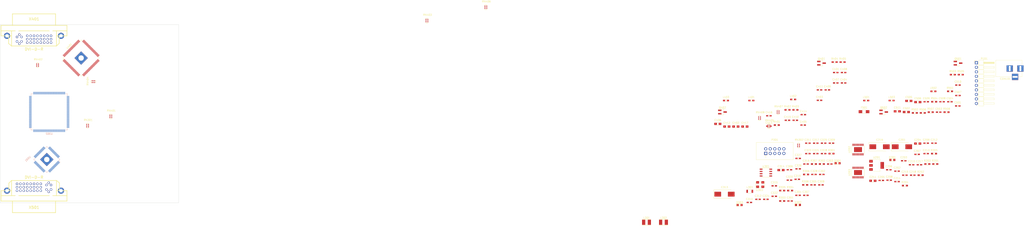
<source format=kicad_pcb>
(kicad_pcb (version 20160815) (host pcbnew "(2016-12-16 revision f631ae27b)-master")

  (general
    (links 0)
    (no_connects 516)
    (area 0 0 0 0)
    (thickness 1.6)
    (drawings 4)
    (tracks 0)
    (zones 0)
    (modules 141)
    (nets 238)
  )

  (page A4)
  (layers
    (0 F.Cu signal)
    (1 In1.Cu signal)
    (2 In2.Cu signal)
    (31 B.Cu signal)
    (32 B.Adhes user)
    (33 F.Adhes user)
    (34 B.Paste user)
    (35 F.Paste user)
    (36 B.SilkS user)
    (37 F.SilkS user)
    (38 B.Mask user)
    (39 F.Mask user)
    (40 Dwgs.User user)
    (41 Cmts.User user)
    (42 Eco1.User user)
    (43 Eco2.User user)
    (44 Edge.Cuts user)
    (45 Margin user)
    (46 B.CrtYd user)
    (47 F.CrtYd user)
    (48 B.Fab user)
    (49 F.Fab user)
  )

  (setup
    (last_trace_width 0.25)
    (trace_clearance 0.2)
    (zone_clearance 0.508)
    (zone_45_only no)
    (trace_min 0.2)
    (segment_width 0.2)
    (edge_width 0.1)
    (via_size 0.8)
    (via_drill 0.4)
    (via_min_size 0.4)
    (via_min_drill 0.3)
    (uvia_size 0.3)
    (uvia_drill 0.1)
    (uvias_allowed no)
    (uvia_min_size 0.2)
    (uvia_min_drill 0.1)
    (pcb_text_width 0.3)
    (pcb_text_size 1.5 1.5)
    (mod_edge_width 0.15)
    (mod_text_size 1 1)
    (mod_text_width 0.15)
    (pad_size 1.5 1.5)
    (pad_drill 0.6)
    (pad_to_mask_clearance 0.2)
    (solder_mask_min_width 0.16)
    (aux_axis_origin 0 0)
    (visible_elements FFFFFF7F)
    (pcbplotparams
      (layerselection 0x00030_ffffffff)
      (usegerberextensions false)
      (excludeedgelayer true)
      (linewidth 0.100000)
      (plotframeref false)
      (viasonmask false)
      (mode 1)
      (useauxorigin false)
      (hpglpennumber 1)
      (hpglpenspeed 20)
      (hpglpendiameter 15)
      (psnegative false)
      (psa4output false)
      (plotreference true)
      (plotvalue true)
      (plotinvisibletext false)
      (padsonsilk false)
      (subtractmaskfromsilk false)
      (outputformat 1)
      (mirror false)
      (drillshape 1)
      (scaleselection 1)
      (outputdirectory ""))
  )

  (net 0 "")
  (net 1 GND)
  (net 2 /power/VIN)
  (net 3 +2V5)
  (net 4 +3V3)
  (net 5 +1V2)
  (net 6 "Net-(C217-Pad2)")
  (net 7 "Net-(C218-Pad2)")
  (net 8 +V_IO)
  (net 9 /dvi_in/PVDD)
  (net 10 /dvi_in/DVDD)
  (net 11 /dvi_in/AVDD)
  (net 12 +5V)
  (net 13 /dvi_out/TVDD)
  (net 14 /dvi_out/DVDD)
  (net 15 /dvi_out/PVDD)
  (net 16 "Net-(D201-Pad1)")
  (net 17 "Net-(D301-Pad1)")
  (net 18 "Net-(D301-Pad2)")
  (net 19 "Net-(D302-Pad2)")
  (net 20 "Net-(D302-Pad1)")
  (net 21 "Net-(D303-Pad1)")
  (net 22 "Net-(D303-Pad2)")
  (net 23 "Net-(F501-Pad1)")
  (net 24 /GPIO7)
  (net 25 /GPIO6)
  (net 26 /GPIO5)
  (net 27 /GPIO4)
  (net 28 /GPIO3)
  (net 29 /GPIO2)
  (net 30 /GPIO1)
  (net 31 /GPIO0)
  (net 32 "Net-(P301-Pad9)")
  (net 33 "Net-(P301-Pad8)")
  (net 34 "Net-(P301-Pad7)")
  (net 35 "Net-(P301-Pad6)")
  (net 36 "Net-(P301-Pad5)")
  (net 37 "Net-(P301-Pad3)")
  (net 38 "Net-(P301-Pad1)")
  (net 39 /dvi_in/DDCDAT_)
  (net 40 /dvi_in/DDCDAT_IN)
  (net 41 /dvi_in/DDCCLK_IN)
  (net 42 /dvi_in/DDCCLK_)
  (net 43 /dvi_out/DDCDAT_)
  (net 44 /dvi_out/DDCDAT)
  (net 45 /dvi_out/DDCCLK)
  (net 46 /dvi_out/DDCCLK_)
  (net 47 "Net-(R301-Pad1)")
  (net 48 "Net-(R302-Pad1)")
  (net 49 "Net-(R303-Pad1)")
  (net 50 "Net-(R307-Pad2)")
  (net 51 /fpga/CLK50)
  (net 52 /dvi_out/TXCLK+)
  (net 53 "Net-(R308-Pad1)")
  (net 54 /dvi_in/HOTPLUG)
  (net 55 "Net-(R501-Pad1)")
  (net 56 /dvi_out/MSEN)
  (net 57 "Net-(R503-Pad2)")
  (net 58 /dvi_out/HOTPLUG)
  (net 59 "Net-(R504-Pad1)")
  (net 60 "Net-(RN301-Pad1)")
  (net 61 /dvi_out/VSYNC)
  (net 62 /dvi_out/HSYNC)
  (net 63 /dvi_out/DE)
  (net 64 "Net-(RN301-Pad8)")
  (net 65 "Net-(RN301-Pad5)")
  (net 66 "Net-(RN301-Pad6)")
  (net 67 "Net-(RN301-Pad7)")
  (net 68 "Net-(RN302-Pad7)")
  (net 69 "Net-(RN302-Pad6)")
  (net 70 "Net-(RN302-Pad5)")
  (net 71 "Net-(RN302-Pad8)")
  (net 72 /dvi_out/CTL3)
  (net 73 /dvi_out/CTL2)
  (net 74 /dvi_out/CTL1)
  (net 75 "Net-(RN302-Pad1)")
  (net 76 "Net-(RN401-Pad7)")
  (net 77 "Net-(RN401-Pad6)")
  (net 78 "Net-(RN401-Pad5)")
  (net 79 "Net-(RN401-Pad8)")
  (net 80 "Net-(RN401-Pad4)")
  (net 81 /dvi_in/HSYNC)
  (net 82 /dvi_in/VSYNC)
  (net 83 /dvi_in/DE)
  (net 84 "Net-(RN402-Pad7)")
  (net 85 "Net-(RN402-Pad6)")
  (net 86 "Net-(RN402-Pad5)")
  (net 87 "Net-(RN402-Pad8)")
  (net 88 /dvi_in/DATI3)
  (net 89 /dvi_in/DATI2)
  (net 90 /dvi_in/DATI1)
  (net 91 /dvi_in/DATI0)
  (net 92 "Net-(RN403-Pad7)")
  (net 93 "Net-(RN403-Pad6)")
  (net 94 "Net-(RN403-Pad5)")
  (net 95 "Net-(RN403-Pad8)")
  (net 96 /dvi_in/DATI11)
  (net 97 /dvi_in/DATI10)
  (net 98 /dvi_in/DATI9)
  (net 99 /dvi_in/DATI8)
  (net 100 "Net-(RN404-Pad7)")
  (net 101 "Net-(RN404-Pad6)")
  (net 102 "Net-(RN404-Pad5)")
  (net 103 "Net-(RN404-Pad8)")
  (net 104 /dvi_in/DATI19)
  (net 105 /dvi_in/DATI18)
  (net 106 /dvi_in/DATI17)
  (net 107 /dvi_in/DATI16)
  (net 108 /dvi_in/CTL1)
  (net 109 /dvi_in/CTL2)
  (net 110 /dvi_in/CTL3)
  (net 111 /fpga/CLKIN)
  (net 112 "Net-(RN405-Pad8)")
  (net 113 "Net-(RN405-Pad5)")
  (net 114 "Net-(RN405-Pad6)")
  (net 115 "Net-(RN405-Pad7)")
  (net 116 /dvi_in/DATI4)
  (net 117 /dvi_in/DATI5)
  (net 118 /dvi_in/DATI6)
  (net 119 /dvi_in/DATI7)
  (net 120 "Net-(RN406-Pad8)")
  (net 121 "Net-(RN406-Pad5)")
  (net 122 "Net-(RN406-Pad6)")
  (net 123 "Net-(RN406-Pad7)")
  (net 124 /dvi_in/DATI12)
  (net 125 /dvi_in/DATI13)
  (net 126 /dvi_in/DATI14)
  (net 127 /dvi_in/DATI15)
  (net 128 "Net-(RN407-Pad8)")
  (net 129 "Net-(RN407-Pad5)")
  (net 130 "Net-(RN407-Pad6)")
  (net 131 "Net-(RN407-Pad7)")
  (net 132 /dvi_in/DATI20)
  (net 133 /dvi_in/DATI21)
  (net 134 /dvi_in/DATI22)
  (net 135 /dvi_in/DATI23)
  (net 136 "Net-(RN408-Pad8)")
  (net 137 "Net-(RN408-Pad5)")
  (net 138 "Net-(RN408-Pad6)")
  (net 139 "Net-(RN408-Pad7)")
  (net 140 "Net-(U202-Pad3)")
  (net 141 "Net-(L201-Pad1)")
  (net 142 "Net-(U202-Pad16)")
  (net 143 "Net-(L202-Pad1)")
  (net 144 "Net-(U203-Pad3)")
  (net 145 /fpga/DCLK)
  (net 146 /fpga/ASDI)
  (net 147 /fpga/DATA)
  (net 148 /fpga/nCS)
  (net 149 /dvi_out/DATO23)
  (net 150 /dvi_out/DATO22)
  (net 151 /dvi_out/DATO21)
  (net 152 /dvi_out/DATO20)
  (net 153 /dvi_out/DATO19)
  (net 154 /dvi_out/DATO18)
  (net 155 /dvi_out/DATO17)
  (net 156 /dvi_out/DATO16)
  (net 157 /dvi_out/DATO15)
  (net 158 /dvi_out/DATO14)
  (net 159 /dvi_out/DATO13)
  (net 160 /dvi_out/DATO12)
  (net 161 "Net-(U302-Pad127)")
  (net 162 /dvi_out/DATO11)
  (net 163 /dvi_out/DATO10)
  (net 164 /dvi_out/DATO9)
  (net 165 /dvi_out/DATO8)
  (net 166 /dvi_out/DATO7)
  (net 167 /dvi_out/DATO6)
  (net 168 /dvi_out/DATO5)
  (net 169 /dvi_out/DATO4)
  (net 170 /dvi_out/DATO3)
  (net 171 /dvi_out/DATO2)
  (net 172 /dvi_out/DATO1)
  (net 173 /dvi_out/DATO0)
  (net 174 "Net-(U302-Pad99)")
  (net 175 "Net-(U302-Pad84)")
  (net 176 "Net-(U302-Pad83)")
  (net 177 /dvi_in/LINK_ACT)
  (net 178 /dvi_in/PDOWN)
  (net 179 /dvi_out/EDGE)
  (net 180 /dvi_out/DKEN)
  (net 181 "Net-(U303-Pad1)")
  (net 182 "Net-(U401-Pad96)")
  (net 183 /dvi_in/RxC-)
  (net 184 /dvi_in/RxC+)
  (net 185 /dvi_in/Rx0-)
  (net 186 /dvi_in/Rx0+)
  (net 187 /dvi_in/Rx1-)
  (net 188 /dvi_in/Rx1+)
  (net 189 /dvi_in/Rx2-)
  (net 190 /dvi_in/Rx2+)
  (net 191 "Net-(U401-Pad77)")
  (net 192 "Net-(U401-Pad75)")
  (net 193 "Net-(U401-Pad74)")
  (net 194 "Net-(U401-Pad73)")
  (net 195 "Net-(U401-Pad72)")
  (net 196 "Net-(U401-Pad71)")
  (net 197 "Net-(U401-Pad70)")
  (net 198 "Net-(U401-Pad69)")
  (net 199 "Net-(U401-Pad66)")
  (net 200 "Net-(U401-Pad65)")
  (net 201 "Net-(U401-Pad64)")
  (net 202 "Net-(U401-Pad63)")
  (net 203 "Net-(U401-Pad62)")
  (net 204 "Net-(U401-Pad61)")
  (net 205 "Net-(U401-Pad60)")
  (net 206 "Net-(U401-Pad59)")
  (net 207 "Net-(U401-Pad56)")
  (net 208 "Net-(U401-Pad55)")
  (net 209 "Net-(U401-Pad54)")
  (net 210 "Net-(U401-Pad53)")
  (net 211 "Net-(U401-Pad52)")
  (net 212 "Net-(U401-Pad51)")
  (net 213 "Net-(U401-Pad50)")
  (net 214 "Net-(U401-Pad49)")
  (net 215 /dvi_out/TXC-)
  (net 216 /dvi_out/TXC+)
  (net 217 /dvi_out/TX0-)
  (net 218 /dvi_out/TX0+)
  (net 219 /dvi_out/TX1-)
  (net 220 /dvi_out/TX1+)
  (net 221 /dvi_out/TX2-)
  (net 222 /dvi_out/TX2+)
  (net 223 "Net-(U501-Pad49)")
  (net 224 "Net-(X401-Pad4)")
  (net 225 "Net-(X401-Pad5)")
  (net 226 "Net-(X401-Pad12)")
  (net 227 "Net-(X401-Pad13)")
  (net 228 "Net-(X401-Pad20)")
  (net 229 "Net-(X401-Pad21)")
  (net 230 "Net-(X401-Pad8)")
  (net 231 "Net-(X501-Pad8)")
  (net 232 "Net-(X501-Pad21)")
  (net 233 "Net-(X501-Pad20)")
  (net 234 "Net-(X501-Pad13)")
  (net 235 "Net-(X501-Pad12)")
  (net 236 "Net-(X501-Pad5)")
  (net 237 "Net-(X501-Pad4)")

  (net_class Default "This is the default net class."
    (clearance 0.2)
    (trace_width 0.25)
    (via_dia 0.8)
    (via_drill 0.4)
    (uvia_dia 0.3)
    (uvia_drill 0.1)
    (diff_pair_gap 0.25)
    (diff_pair_width 0.2)
    (add_net +1V2)
    (add_net +2V5)
    (add_net +3V3)
    (add_net +5V)
    (add_net +V_IO)
    (add_net /GPIO0)
    (add_net /GPIO1)
    (add_net /GPIO2)
    (add_net /GPIO3)
    (add_net /GPIO4)
    (add_net /GPIO5)
    (add_net /GPIO6)
    (add_net /GPIO7)
    (add_net /dvi_in/AVDD)
    (add_net /dvi_in/CTL1)
    (add_net /dvi_in/CTL2)
    (add_net /dvi_in/CTL3)
    (add_net /dvi_in/DATI0)
    (add_net /dvi_in/DATI1)
    (add_net /dvi_in/DATI10)
    (add_net /dvi_in/DATI11)
    (add_net /dvi_in/DATI12)
    (add_net /dvi_in/DATI13)
    (add_net /dvi_in/DATI14)
    (add_net /dvi_in/DATI15)
    (add_net /dvi_in/DATI16)
    (add_net /dvi_in/DATI17)
    (add_net /dvi_in/DATI18)
    (add_net /dvi_in/DATI19)
    (add_net /dvi_in/DATI2)
    (add_net /dvi_in/DATI20)
    (add_net /dvi_in/DATI21)
    (add_net /dvi_in/DATI22)
    (add_net /dvi_in/DATI23)
    (add_net /dvi_in/DATI3)
    (add_net /dvi_in/DATI4)
    (add_net /dvi_in/DATI5)
    (add_net /dvi_in/DATI6)
    (add_net /dvi_in/DATI7)
    (add_net /dvi_in/DATI8)
    (add_net /dvi_in/DATI9)
    (add_net /dvi_in/DDCCLK_)
    (add_net /dvi_in/DDCCLK_IN)
    (add_net /dvi_in/DDCDAT_)
    (add_net /dvi_in/DDCDAT_IN)
    (add_net /dvi_in/DE)
    (add_net /dvi_in/DVDD)
    (add_net /dvi_in/HOTPLUG)
    (add_net /dvi_in/HSYNC)
    (add_net /dvi_in/LINK_ACT)
    (add_net /dvi_in/PDOWN)
    (add_net /dvi_in/PVDD)
    (add_net /dvi_in/Rx0+)
    (add_net /dvi_in/Rx0-)
    (add_net /dvi_in/Rx1+)
    (add_net /dvi_in/Rx1-)
    (add_net /dvi_in/Rx2+)
    (add_net /dvi_in/Rx2-)
    (add_net /dvi_in/RxC+)
    (add_net /dvi_in/RxC-)
    (add_net /dvi_in/VSYNC)
    (add_net /dvi_out/CTL1)
    (add_net /dvi_out/CTL2)
    (add_net /dvi_out/CTL3)
    (add_net /dvi_out/DATO0)
    (add_net /dvi_out/DATO1)
    (add_net /dvi_out/DATO10)
    (add_net /dvi_out/DATO11)
    (add_net /dvi_out/DATO12)
    (add_net /dvi_out/DATO13)
    (add_net /dvi_out/DATO14)
    (add_net /dvi_out/DATO15)
    (add_net /dvi_out/DATO16)
    (add_net /dvi_out/DATO17)
    (add_net /dvi_out/DATO18)
    (add_net /dvi_out/DATO19)
    (add_net /dvi_out/DATO2)
    (add_net /dvi_out/DATO20)
    (add_net /dvi_out/DATO21)
    (add_net /dvi_out/DATO22)
    (add_net /dvi_out/DATO23)
    (add_net /dvi_out/DATO3)
    (add_net /dvi_out/DATO4)
    (add_net /dvi_out/DATO5)
    (add_net /dvi_out/DATO6)
    (add_net /dvi_out/DATO7)
    (add_net /dvi_out/DATO8)
    (add_net /dvi_out/DATO9)
    (add_net /dvi_out/DDCCLK)
    (add_net /dvi_out/DDCCLK_)
    (add_net /dvi_out/DDCDAT)
    (add_net /dvi_out/DDCDAT_)
    (add_net /dvi_out/DE)
    (add_net /dvi_out/DKEN)
    (add_net /dvi_out/DVDD)
    (add_net /dvi_out/EDGE)
    (add_net /dvi_out/HOTPLUG)
    (add_net /dvi_out/HSYNC)
    (add_net /dvi_out/MSEN)
    (add_net /dvi_out/PVDD)
    (add_net /dvi_out/TVDD)
    (add_net /dvi_out/TX0+)
    (add_net /dvi_out/TX0-)
    (add_net /dvi_out/TX1+)
    (add_net /dvi_out/TX1-)
    (add_net /dvi_out/TX2+)
    (add_net /dvi_out/TX2-)
    (add_net /dvi_out/TXC+)
    (add_net /dvi_out/TXC-)
    (add_net /dvi_out/TXCLK+)
    (add_net /dvi_out/VSYNC)
    (add_net /fpga/ASDI)
    (add_net /fpga/CLK50)
    (add_net /fpga/CLKIN)
    (add_net /fpga/DATA)
    (add_net /fpga/DCLK)
    (add_net /fpga/nCS)
    (add_net /power/VIN)
    (add_net GND)
    (add_net "Net-(C217-Pad2)")
    (add_net "Net-(C218-Pad2)")
    (add_net "Net-(D201-Pad1)")
    (add_net "Net-(D301-Pad1)")
    (add_net "Net-(D301-Pad2)")
    (add_net "Net-(D302-Pad1)")
    (add_net "Net-(D302-Pad2)")
    (add_net "Net-(D303-Pad1)")
    (add_net "Net-(D303-Pad2)")
    (add_net "Net-(F501-Pad1)")
    (add_net "Net-(L201-Pad1)")
    (add_net "Net-(L202-Pad1)")
    (add_net "Net-(P301-Pad1)")
    (add_net "Net-(P301-Pad3)")
    (add_net "Net-(P301-Pad5)")
    (add_net "Net-(P301-Pad6)")
    (add_net "Net-(P301-Pad7)")
    (add_net "Net-(P301-Pad8)")
    (add_net "Net-(P301-Pad9)")
    (add_net "Net-(R301-Pad1)")
    (add_net "Net-(R302-Pad1)")
    (add_net "Net-(R303-Pad1)")
    (add_net "Net-(R307-Pad2)")
    (add_net "Net-(R308-Pad1)")
    (add_net "Net-(R501-Pad1)")
    (add_net "Net-(R503-Pad2)")
    (add_net "Net-(R504-Pad1)")
    (add_net "Net-(RN301-Pad1)")
    (add_net "Net-(RN301-Pad5)")
    (add_net "Net-(RN301-Pad6)")
    (add_net "Net-(RN301-Pad7)")
    (add_net "Net-(RN301-Pad8)")
    (add_net "Net-(RN302-Pad1)")
    (add_net "Net-(RN302-Pad5)")
    (add_net "Net-(RN302-Pad6)")
    (add_net "Net-(RN302-Pad7)")
    (add_net "Net-(RN302-Pad8)")
    (add_net "Net-(RN401-Pad4)")
    (add_net "Net-(RN401-Pad5)")
    (add_net "Net-(RN401-Pad6)")
    (add_net "Net-(RN401-Pad7)")
    (add_net "Net-(RN401-Pad8)")
    (add_net "Net-(RN402-Pad5)")
    (add_net "Net-(RN402-Pad6)")
    (add_net "Net-(RN402-Pad7)")
    (add_net "Net-(RN402-Pad8)")
    (add_net "Net-(RN403-Pad5)")
    (add_net "Net-(RN403-Pad6)")
    (add_net "Net-(RN403-Pad7)")
    (add_net "Net-(RN403-Pad8)")
    (add_net "Net-(RN404-Pad5)")
    (add_net "Net-(RN404-Pad6)")
    (add_net "Net-(RN404-Pad7)")
    (add_net "Net-(RN404-Pad8)")
    (add_net "Net-(RN405-Pad5)")
    (add_net "Net-(RN405-Pad6)")
    (add_net "Net-(RN405-Pad7)")
    (add_net "Net-(RN405-Pad8)")
    (add_net "Net-(RN406-Pad5)")
    (add_net "Net-(RN406-Pad6)")
    (add_net "Net-(RN406-Pad7)")
    (add_net "Net-(RN406-Pad8)")
    (add_net "Net-(RN407-Pad5)")
    (add_net "Net-(RN407-Pad6)")
    (add_net "Net-(RN407-Pad7)")
    (add_net "Net-(RN407-Pad8)")
    (add_net "Net-(RN408-Pad5)")
    (add_net "Net-(RN408-Pad6)")
    (add_net "Net-(RN408-Pad7)")
    (add_net "Net-(RN408-Pad8)")
    (add_net "Net-(U202-Pad16)")
    (add_net "Net-(U202-Pad3)")
    (add_net "Net-(U203-Pad3)")
    (add_net "Net-(U302-Pad127)")
    (add_net "Net-(U302-Pad83)")
    (add_net "Net-(U302-Pad84)")
    (add_net "Net-(U302-Pad99)")
    (add_net "Net-(U303-Pad1)")
    (add_net "Net-(U401-Pad49)")
    (add_net "Net-(U401-Pad50)")
    (add_net "Net-(U401-Pad51)")
    (add_net "Net-(U401-Pad52)")
    (add_net "Net-(U401-Pad53)")
    (add_net "Net-(U401-Pad54)")
    (add_net "Net-(U401-Pad55)")
    (add_net "Net-(U401-Pad56)")
    (add_net "Net-(U401-Pad59)")
    (add_net "Net-(U401-Pad60)")
    (add_net "Net-(U401-Pad61)")
    (add_net "Net-(U401-Pad62)")
    (add_net "Net-(U401-Pad63)")
    (add_net "Net-(U401-Pad64)")
    (add_net "Net-(U401-Pad65)")
    (add_net "Net-(U401-Pad66)")
    (add_net "Net-(U401-Pad69)")
    (add_net "Net-(U401-Pad70)")
    (add_net "Net-(U401-Pad71)")
    (add_net "Net-(U401-Pad72)")
    (add_net "Net-(U401-Pad73)")
    (add_net "Net-(U401-Pad74)")
    (add_net "Net-(U401-Pad75)")
    (add_net "Net-(U401-Pad77)")
    (add_net "Net-(U401-Pad96)")
    (add_net "Net-(U501-Pad49)")
    (add_net "Net-(X401-Pad12)")
    (add_net "Net-(X401-Pad13)")
    (add_net "Net-(X401-Pad20)")
    (add_net "Net-(X401-Pad21)")
    (add_net "Net-(X401-Pad4)")
    (add_net "Net-(X401-Pad5)")
    (add_net "Net-(X401-Pad8)")
    (add_net "Net-(X501-Pad12)")
    (add_net "Net-(X501-Pad13)")
    (add_net "Net-(X501-Pad20)")
    (add_net "Net-(X501-Pad21)")
    (add_net "Net-(X501-Pad4)")
    (add_net "Net-(X501-Pad5)")
    (add_net "Net-(X501-Pad8)")
  )

  (module Capacitors_Tantalum_SMD:Tantalum_Case-D_EIA-7343-31_Hand (layer F.Cu) (tedit 57B6E980) (tstamp 58797C0F)
    (at 518.005992 81.557371)
    (descr "Tantalum capacitor, Case D, EIA 7343-31, 7.3x4.3x2.8mm, Hand soldering footprint")
    (tags "capacitor tantalum smd")
    (path /5839A46D/58797306)
    (attr smd)
    (fp_text reference C201 (at 0 -3.9) (layer F.SilkS)
      (effects (font (size 1 1) (thickness 0.15)))
    )
    (fp_text value 100u (at 0 3.9) (layer F.Fab)
      (effects (font (size 1 1) (thickness 0.15)))
    )
    (fp_line (start -5.95 -2.4) (end -5.95 2.4) (layer F.SilkS) (width 0.15))
    (fp_line (start -5.95 2.4) (end 3.65 2.4) (layer F.SilkS) (width 0.15))
    (fp_line (start -5.95 -2.4) (end 3.65 -2.4) (layer F.SilkS) (width 0.15))
    (fp_line (start -2.555 -2.15) (end -2.555 2.15) (layer F.Fab) (width 0.15))
    (fp_line (start -2.92 -2.15) (end -2.92 2.15) (layer F.Fab) (width 0.15))
    (fp_line (start 3.65 -2.15) (end -3.65 -2.15) (layer F.Fab) (width 0.15))
    (fp_line (start 3.65 2.15) (end 3.65 -2.15) (layer F.Fab) (width 0.15))
    (fp_line (start -3.65 2.15) (end 3.65 2.15) (layer F.Fab) (width 0.15))
    (fp_line (start -3.65 -2.15) (end -3.65 2.15) (layer F.Fab) (width 0.15))
    (fp_line (start 6.05 -2.5) (end -6.05 -2.5) (layer F.CrtYd) (width 0.05))
    (fp_line (start 6.05 2.5) (end 6.05 -2.5) (layer F.CrtYd) (width 0.05))
    (fp_line (start -6.05 2.5) (end 6.05 2.5) (layer F.CrtYd) (width 0.05))
    (fp_line (start -6.05 -2.5) (end -6.05 2.5) (layer F.CrtYd) (width 0.05))
    (pad 2 smd rect (at 3.775 0) (size 3.75 2.7) (layers F.Cu F.Paste F.Mask)
      (net 1 GND))
    (pad 1 smd rect (at -3.775 0) (size 3.75 2.7) (layers F.Cu F.Paste F.Mask)
      (net 2 /power/VIN))
    (model Capacitors_Tantalum_SMD.3dshapes/Tantalum_Case-D_EIA-7343-31.wrl
      (at (xyz 0 0 0))
      (scale (xyz 1 1 1))
      (rotate (xyz 0 0 0))
    )
  )

  (module Capacitors_SMD:C_0603_HandSoldering (layer F.Cu) (tedit 541A9B4D) (tstamp 58797C1F)
    (at 515.234562 95.257371)
    (descr "Capacitor SMD 0603, hand soldering")
    (tags "capacitor 0603")
    (path /5839A46D/5879A330)
    (attr smd)
    (fp_text reference C202 (at 0 -1.9) (layer F.SilkS)
      (effects (font (size 1 1) (thickness 0.15)))
    )
    (fp_text value 100n (at 0 1.9) (layer F.Fab)
      (effects (font (size 1 1) (thickness 0.15)))
    )
    (fp_line (start -0.8 0.4) (end -0.8 -0.4) (layer F.Fab) (width 0.15))
    (fp_line (start 0.8 0.4) (end -0.8 0.4) (layer F.Fab) (width 0.15))
    (fp_line (start 0.8 -0.4) (end 0.8 0.4) (layer F.Fab) (width 0.15))
    (fp_line (start -0.8 -0.4) (end 0.8 -0.4) (layer F.Fab) (width 0.15))
    (fp_line (start -1.85 -0.75) (end 1.85 -0.75) (layer F.CrtYd) (width 0.05))
    (fp_line (start -1.85 0.75) (end 1.85 0.75) (layer F.CrtYd) (width 0.05))
    (fp_line (start -1.85 -0.75) (end -1.85 0.75) (layer F.CrtYd) (width 0.05))
    (fp_line (start 1.85 -0.75) (end 1.85 0.75) (layer F.CrtYd) (width 0.05))
    (fp_line (start -0.35 -0.6) (end 0.35 -0.6) (layer F.SilkS) (width 0.15))
    (fp_line (start 0.35 0.6) (end -0.35 0.6) (layer F.SilkS) (width 0.15))
    (pad 1 smd rect (at -0.95 0) (size 1.2 0.75) (layers F.Cu F.Paste F.Mask)
      (net 2 /power/VIN))
    (pad 2 smd rect (at 0.95 0) (size 1.2 0.75) (layers F.Cu F.Paste F.Mask)
      (net 1 GND))
    (model Capacitors_SMD.3dshapes/C_0603_HandSoldering.wrl
      (at (xyz 0 0 0))
      (scale (xyz 1 1 1))
      (rotate (xyz 0 0 0))
    )
  )

  (module Capacitors_SMD:C_0603_HandSoldering (layer F.Cu) (tedit 541A9B4D) (tstamp 58797C2F)
    (at 518.984562 89.407371)
    (descr "Capacitor SMD 0603, hand soldering")
    (tags "capacitor 0603")
    (path /5839A46D/58797543)
    (attr smd)
    (fp_text reference C203 (at 0 -1.9) (layer F.SilkS)
      (effects (font (size 1 1) (thickness 0.15)))
    )
    (fp_text value 100n (at 0 1.9) (layer F.Fab)
      (effects (font (size 1 1) (thickness 0.15)))
    )
    (fp_line (start 0.35 0.6) (end -0.35 0.6) (layer F.SilkS) (width 0.15))
    (fp_line (start -0.35 -0.6) (end 0.35 -0.6) (layer F.SilkS) (width 0.15))
    (fp_line (start 1.85 -0.75) (end 1.85 0.75) (layer F.CrtYd) (width 0.05))
    (fp_line (start -1.85 -0.75) (end -1.85 0.75) (layer F.CrtYd) (width 0.05))
    (fp_line (start -1.85 0.75) (end 1.85 0.75) (layer F.CrtYd) (width 0.05))
    (fp_line (start -1.85 -0.75) (end 1.85 -0.75) (layer F.CrtYd) (width 0.05))
    (fp_line (start -0.8 -0.4) (end 0.8 -0.4) (layer F.Fab) (width 0.15))
    (fp_line (start 0.8 -0.4) (end 0.8 0.4) (layer F.Fab) (width 0.15))
    (fp_line (start 0.8 0.4) (end -0.8 0.4) (layer F.Fab) (width 0.15))
    (fp_line (start -0.8 0.4) (end -0.8 -0.4) (layer F.Fab) (width 0.15))
    (pad 2 smd rect (at 0.95 0) (size 1.2 0.75) (layers F.Cu F.Paste F.Mask)
      (net 1 GND))
    (pad 1 smd rect (at -0.95 0) (size 1.2 0.75) (layers F.Cu F.Paste F.Mask)
      (net 2 /power/VIN))
    (model Capacitors_SMD.3dshapes/C_0603_HandSoldering.wrl
      (at (xyz 0 0 0))
      (scale (xyz 1 1 1))
      (rotate (xyz 0 0 0))
    )
  )

  (module Capacitors_SMD:C_0805_HandSoldering (layer F.Cu) (tedit 541A9B8D) (tstamp 58797C3F)
    (at 526.805992 79.757371)
    (descr "Capacitor SMD 0805, hand soldering")
    (tags "capacitor 0805")
    (path /5839A46D/58797422)
    (attr smd)
    (fp_text reference C204 (at 0 -2.1) (layer F.SilkS)
      (effects (font (size 1 1) (thickness 0.15)))
    )
    (fp_text value 10u (at 0 2.1) (layer F.Fab)
      (effects (font (size 1 1) (thickness 0.15)))
    )
    (fp_line (start -1 0.625) (end -1 -0.625) (layer F.Fab) (width 0.15))
    (fp_line (start 1 0.625) (end -1 0.625) (layer F.Fab) (width 0.15))
    (fp_line (start 1 -0.625) (end 1 0.625) (layer F.Fab) (width 0.15))
    (fp_line (start -1 -0.625) (end 1 -0.625) (layer F.Fab) (width 0.15))
    (fp_line (start -2.3 -1) (end 2.3 -1) (layer F.CrtYd) (width 0.05))
    (fp_line (start -2.3 1) (end 2.3 1) (layer F.CrtYd) (width 0.05))
    (fp_line (start -2.3 -1) (end -2.3 1) (layer F.CrtYd) (width 0.05))
    (fp_line (start 2.3 -1) (end 2.3 1) (layer F.CrtYd) (width 0.05))
    (fp_line (start 0.5 -0.85) (end -0.5 -0.85) (layer F.SilkS) (width 0.15))
    (fp_line (start -0.5 0.85) (end 0.5 0.85) (layer F.SilkS) (width 0.15))
    (pad 1 smd rect (at -1.25 0) (size 1.5 1.25) (layers F.Cu F.Paste F.Mask)
      (net 2 /power/VIN))
    (pad 2 smd rect (at 1.25 0) (size 1.5 1.25) (layers F.Cu F.Paste F.Mask)
      (net 1 GND))
    (model Capacitors_SMD.3dshapes/C_0805_HandSoldering.wrl
      (at (xyz 0 0 0))
      (scale (xyz 1 1 1))
      (rotate (xyz 0 0 0))
    )
  )

  (module Capacitors_SMD:C_0603_HandSoldering (layer F.Cu) (tedit 541A9B4D) (tstamp 58797C4F)
    (at 506.434562 100.457371)
    (descr "Capacitor SMD 0603, hand soldering")
    (tags "capacitor 0603")
    (path /5839A46D/5879A32A)
    (attr smd)
    (fp_text reference C205 (at 0 -1.9) (layer F.SilkS)
      (effects (font (size 1 1) (thickness 0.15)))
    )
    (fp_text value 100n (at 0 1.9) (layer F.Fab)
      (effects (font (size 1 1) (thickness 0.15)))
    )
    (fp_line (start 0.35 0.6) (end -0.35 0.6) (layer F.SilkS) (width 0.15))
    (fp_line (start -0.35 -0.6) (end 0.35 -0.6) (layer F.SilkS) (width 0.15))
    (fp_line (start 1.85 -0.75) (end 1.85 0.75) (layer F.CrtYd) (width 0.05))
    (fp_line (start -1.85 -0.75) (end -1.85 0.75) (layer F.CrtYd) (width 0.05))
    (fp_line (start -1.85 0.75) (end 1.85 0.75) (layer F.CrtYd) (width 0.05))
    (fp_line (start -1.85 -0.75) (end 1.85 -0.75) (layer F.CrtYd) (width 0.05))
    (fp_line (start -0.8 -0.4) (end 0.8 -0.4) (layer F.Fab) (width 0.15))
    (fp_line (start 0.8 -0.4) (end 0.8 0.4) (layer F.Fab) (width 0.15))
    (fp_line (start 0.8 0.4) (end -0.8 0.4) (layer F.Fab) (width 0.15))
    (fp_line (start -0.8 0.4) (end -0.8 -0.4) (layer F.Fab) (width 0.15))
    (pad 2 smd rect (at 0.95 0) (size 1.2 0.75) (layers F.Cu F.Paste F.Mask)
      (net 1 GND))
    (pad 1 smd rect (at -0.95 0) (size 1.2 0.75) (layers F.Cu F.Paste F.Mask)
      (net 2 /power/VIN))
    (model Capacitors_SMD.3dshapes/C_0603_HandSoldering.wrl
      (at (xyz 0 0 0))
      (scale (xyz 1 1 1))
      (rotate (xyz 0 0 0))
    )
  )

  (module Capacitors_SMD:C_0603_HandSoldering (layer F.Cu) (tedit 541A9B4D) (tstamp 58797C5F)
    (at 510.634562 94.457371)
    (descr "Capacitor SMD 0603, hand soldering")
    (tags "capacitor 0603")
    (path /5839A46D/5879A336)
    (attr smd)
    (fp_text reference C206 (at 0 -1.9) (layer F.SilkS)
      (effects (font (size 1 1) (thickness 0.15)))
    )
    (fp_text value 100n (at 0 1.9) (layer F.Fab)
      (effects (font (size 1 1) (thickness 0.15)))
    )
    (fp_line (start 0.35 0.6) (end -0.35 0.6) (layer F.SilkS) (width 0.15))
    (fp_line (start -0.35 -0.6) (end 0.35 -0.6) (layer F.SilkS) (width 0.15))
    (fp_line (start 1.85 -0.75) (end 1.85 0.75) (layer F.CrtYd) (width 0.05))
    (fp_line (start -1.85 -0.75) (end -1.85 0.75) (layer F.CrtYd) (width 0.05))
    (fp_line (start -1.85 0.75) (end 1.85 0.75) (layer F.CrtYd) (width 0.05))
    (fp_line (start -1.85 -0.75) (end 1.85 -0.75) (layer F.CrtYd) (width 0.05))
    (fp_line (start -0.8 -0.4) (end 0.8 -0.4) (layer F.Fab) (width 0.15))
    (fp_line (start 0.8 -0.4) (end 0.8 0.4) (layer F.Fab) (width 0.15))
    (fp_line (start 0.8 0.4) (end -0.8 0.4) (layer F.Fab) (width 0.15))
    (fp_line (start -0.8 0.4) (end -0.8 -0.4) (layer F.Fab) (width 0.15))
    (pad 2 smd rect (at 0.95 0) (size 1.2 0.75) (layers F.Cu F.Paste F.Mask)
      (net 1 GND))
    (pad 1 smd rect (at -0.95 0) (size 1.2 0.75) (layers F.Cu F.Paste F.Mask)
      (net 2 /power/VIN))
    (model Capacitors_SMD.3dshapes/C_0603_HandSoldering.wrl
      (at (xyz 0 0 0))
      (scale (xyz 1 1 1))
      (rotate (xyz 0 0 0))
    )
  )

  (module Capacitors_SMD:C_0603_HandSoldering (layer F.Cu) (tedit 541A9B4D) (tstamp 58797C6F)
    (at 526.484562 85.807371)
    (descr "Capacitor SMD 0603, hand soldering")
    (tags "capacitor 0603")
    (path /5839A46D/587974D6)
    (attr smd)
    (fp_text reference C207 (at 0 -1.9) (layer F.SilkS)
      (effects (font (size 1 1) (thickness 0.15)))
    )
    (fp_text value 100n (at 0 1.9) (layer F.Fab)
      (effects (font (size 1 1) (thickness 0.15)))
    )
    (fp_line (start -0.8 0.4) (end -0.8 -0.4) (layer F.Fab) (width 0.15))
    (fp_line (start 0.8 0.4) (end -0.8 0.4) (layer F.Fab) (width 0.15))
    (fp_line (start 0.8 -0.4) (end 0.8 0.4) (layer F.Fab) (width 0.15))
    (fp_line (start -0.8 -0.4) (end 0.8 -0.4) (layer F.Fab) (width 0.15))
    (fp_line (start -1.85 -0.75) (end 1.85 -0.75) (layer F.CrtYd) (width 0.05))
    (fp_line (start -1.85 0.75) (end 1.85 0.75) (layer F.CrtYd) (width 0.05))
    (fp_line (start -1.85 -0.75) (end -1.85 0.75) (layer F.CrtYd) (width 0.05))
    (fp_line (start 1.85 -0.75) (end 1.85 0.75) (layer F.CrtYd) (width 0.05))
    (fp_line (start -0.35 -0.6) (end 0.35 -0.6) (layer F.SilkS) (width 0.15))
    (fp_line (start 0.35 0.6) (end -0.35 0.6) (layer F.SilkS) (width 0.15))
    (pad 1 smd rect (at -0.95 0) (size 1.2 0.75) (layers F.Cu F.Paste F.Mask)
      (net 2 /power/VIN))
    (pad 2 smd rect (at 0.95 0) (size 1.2 0.75) (layers F.Cu F.Paste F.Mask)
      (net 1 GND))
    (model Capacitors_SMD.3dshapes/C_0603_HandSoldering.wrl
      (at (xyz 0 0 0))
      (scale (xyz 1 1 1))
      (rotate (xyz 0 0 0))
    )
  )

  (module Capacitors_SMD:C_0603_HandSoldering (layer F.Cu) (tedit 541A9B4D) (tstamp 58797C7F)
    (at 510.834562 100.307371)
    (descr "Capacitor SMD 0603, hand soldering")
    (tags "capacitor 0603")
    (path /5839A46D/58797595)
    (attr smd)
    (fp_text reference C208 (at 0 -1.9) (layer F.SilkS)
      (effects (font (size 1 1) (thickness 0.15)))
    )
    (fp_text value 100n (at 0 1.9) (layer F.Fab)
      (effects (font (size 1 1) (thickness 0.15)))
    )
    (fp_line (start -0.8 0.4) (end -0.8 -0.4) (layer F.Fab) (width 0.15))
    (fp_line (start 0.8 0.4) (end -0.8 0.4) (layer F.Fab) (width 0.15))
    (fp_line (start 0.8 -0.4) (end 0.8 0.4) (layer F.Fab) (width 0.15))
    (fp_line (start -0.8 -0.4) (end 0.8 -0.4) (layer F.Fab) (width 0.15))
    (fp_line (start -1.85 -0.75) (end 1.85 -0.75) (layer F.CrtYd) (width 0.05))
    (fp_line (start -1.85 0.75) (end 1.85 0.75) (layer F.CrtYd) (width 0.05))
    (fp_line (start -1.85 -0.75) (end -1.85 0.75) (layer F.CrtYd) (width 0.05))
    (fp_line (start 1.85 -0.75) (end 1.85 0.75) (layer F.CrtYd) (width 0.05))
    (fp_line (start -0.35 -0.6) (end 0.35 -0.6) (layer F.SilkS) (width 0.15))
    (fp_line (start 0.35 0.6) (end -0.35 0.6) (layer F.SilkS) (width 0.15))
    (pad 1 smd rect (at -0.95 0) (size 1.2 0.75) (layers F.Cu F.Paste F.Mask)
      (net 2 /power/VIN))
    (pad 2 smd rect (at 0.95 0) (size 1.2 0.75) (layers F.Cu F.Paste F.Mask)
      (net 1 GND))
    (model Capacitors_SMD.3dshapes/C_0603_HandSoldering.wrl
      (at (xyz 0 0 0))
      (scale (xyz 1 1 1))
      (rotate (xyz 0 0 0))
    )
  )

  (module Capacitors_SMD:C_0603_HandSoldering (layer F.Cu) (tedit 541A9B4D) (tstamp 58797C8F)
    (at 531.534562 79.557371)
    (descr "Capacitor SMD 0603, hand soldering")
    (tags "capacitor 0603")
    (path /5839A46D/5879D21C)
    (attr smd)
    (fp_text reference C209 (at 0 -1.9) (layer F.SilkS)
      (effects (font (size 1 1) (thickness 0.15)))
    )
    (fp_text value 100n (at 0 1.9) (layer F.Fab)
      (effects (font (size 1 1) (thickness 0.15)))
    )
    (fp_line (start -0.8 0.4) (end -0.8 -0.4) (layer F.Fab) (width 0.15))
    (fp_line (start 0.8 0.4) (end -0.8 0.4) (layer F.Fab) (width 0.15))
    (fp_line (start 0.8 -0.4) (end 0.8 0.4) (layer F.Fab) (width 0.15))
    (fp_line (start -0.8 -0.4) (end 0.8 -0.4) (layer F.Fab) (width 0.15))
    (fp_line (start -1.85 -0.75) (end 1.85 -0.75) (layer F.CrtYd) (width 0.05))
    (fp_line (start -1.85 0.75) (end 1.85 0.75) (layer F.CrtYd) (width 0.05))
    (fp_line (start -1.85 -0.75) (end -1.85 0.75) (layer F.CrtYd) (width 0.05))
    (fp_line (start 1.85 -0.75) (end 1.85 0.75) (layer F.CrtYd) (width 0.05))
    (fp_line (start -0.35 -0.6) (end 0.35 -0.6) (layer F.SilkS) (width 0.15))
    (fp_line (start 0.35 0.6) (end -0.35 0.6) (layer F.SilkS) (width 0.15))
    (pad 1 smd rect (at -0.95 0) (size 1.2 0.75) (layers F.Cu F.Paste F.Mask)
      (net 2 /power/VIN))
    (pad 2 smd rect (at 0.95 0) (size 1.2 0.75) (layers F.Cu F.Paste F.Mask)
      (net 1 GND))
    (model Capacitors_SMD.3dshapes/C_0603_HandSoldering.wrl
      (at (xyz 0 0 0))
      (scale (xyz 1 1 1))
      (rotate (xyz 0 0 0))
    )
  )

  (module Capacitors_SMD:C_0603_HandSoldering (layer F.Cu) (tedit 541A9B4D) (tstamp 58797C9F)
    (at 523.384562 91.657371)
    (descr "Capacitor SMD 0603, hand soldering")
    (tags "capacitor 0603")
    (path /5839A46D/5879D91A)
    (attr smd)
    (fp_text reference C210 (at 0 -1.9) (layer F.SilkS)
      (effects (font (size 1 1) (thickness 0.15)))
    )
    (fp_text value 100n (at 0 1.9) (layer F.Fab)
      (effects (font (size 1 1) (thickness 0.15)))
    )
    (fp_line (start 0.35 0.6) (end -0.35 0.6) (layer F.SilkS) (width 0.15))
    (fp_line (start -0.35 -0.6) (end 0.35 -0.6) (layer F.SilkS) (width 0.15))
    (fp_line (start 1.85 -0.75) (end 1.85 0.75) (layer F.CrtYd) (width 0.05))
    (fp_line (start -1.85 -0.75) (end -1.85 0.75) (layer F.CrtYd) (width 0.05))
    (fp_line (start -1.85 0.75) (end 1.85 0.75) (layer F.CrtYd) (width 0.05))
    (fp_line (start -1.85 -0.75) (end 1.85 -0.75) (layer F.CrtYd) (width 0.05))
    (fp_line (start -0.8 -0.4) (end 0.8 -0.4) (layer F.Fab) (width 0.15))
    (fp_line (start 0.8 -0.4) (end 0.8 0.4) (layer F.Fab) (width 0.15))
    (fp_line (start 0.8 0.4) (end -0.8 0.4) (layer F.Fab) (width 0.15))
    (fp_line (start -0.8 0.4) (end -0.8 -0.4) (layer F.Fab) (width 0.15))
    (pad 2 smd rect (at 0.95 0) (size 1.2 0.75) (layers F.Cu F.Paste F.Mask)
      (net 1 GND))
    (pad 1 smd rect (at -0.95 0) (size 1.2 0.75) (layers F.Cu F.Paste F.Mask)
      (net 3 +2V5))
    (model Capacitors_SMD.3dshapes/C_0603_HandSoldering.wrl
      (at (xyz 0 0 0))
      (scale (xyz 1 1 1))
      (rotate (xyz 0 0 0))
    )
  )

  (module Capacitors_SMD:C_0805_HandSoldering (layer F.Cu) (tedit 541A9B8D) (tstamp 58797CAF)
    (at 501.705992 100.657371)
    (descr "Capacitor SMD 0805, hand soldering")
    (tags "capacitor 0805")
    (path /5839A46D/5879DDAA)
    (attr smd)
    (fp_text reference C211 (at 0 -2.1) (layer F.SilkS)
      (effects (font (size 1 1) (thickness 0.15)))
    )
    (fp_text value 22u (at 0 2.1) (layer F.Fab)
      (effects (font (size 1 1) (thickness 0.15)))
    )
    (fp_line (start -0.5 0.85) (end 0.5 0.85) (layer F.SilkS) (width 0.15))
    (fp_line (start 0.5 -0.85) (end -0.5 -0.85) (layer F.SilkS) (width 0.15))
    (fp_line (start 2.3 -1) (end 2.3 1) (layer F.CrtYd) (width 0.05))
    (fp_line (start -2.3 -1) (end -2.3 1) (layer F.CrtYd) (width 0.05))
    (fp_line (start -2.3 1) (end 2.3 1) (layer F.CrtYd) (width 0.05))
    (fp_line (start -2.3 -1) (end 2.3 -1) (layer F.CrtYd) (width 0.05))
    (fp_line (start -1 -0.625) (end 1 -0.625) (layer F.Fab) (width 0.15))
    (fp_line (start 1 -0.625) (end 1 0.625) (layer F.Fab) (width 0.15))
    (fp_line (start 1 0.625) (end -1 0.625) (layer F.Fab) (width 0.15))
    (fp_line (start -1 0.625) (end -1 -0.625) (layer F.Fab) (width 0.15))
    (pad 2 smd rect (at 1.25 0) (size 1.5 1.25) (layers F.Cu F.Paste F.Mask)
      (net 1 GND))
    (pad 1 smd rect (at -1.25 0) (size 1.5 1.25) (layers F.Cu F.Paste F.Mask)
      (net 3 +2V5))
    (model Capacitors_SMD.3dshapes/C_0805_HandSoldering.wrl
      (at (xyz 0 0 0))
      (scale (xyz 1 1 1))
      (rotate (xyz 0 0 0))
    )
  )

  (module Capacitors_SMD:C_0603_HandSoldering (layer F.Cu) (tedit 541A9B4D) (tstamp 58797CBF)
    (at 535.934562 79.557371)
    (descr "Capacitor SMD 0603, hand soldering")
    (tags "capacitor 0603")
    (path /5839A46D/58797F37)
    (attr smd)
    (fp_text reference C212 (at 0 -1.9) (layer F.SilkS)
      (effects (font (size 1 1) (thickness 0.15)))
    )
    (fp_text value 100n (at 0 1.9) (layer F.Fab)
      (effects (font (size 1 1) (thickness 0.15)))
    )
    (fp_line (start 0.35 0.6) (end -0.35 0.6) (layer F.SilkS) (width 0.15))
    (fp_line (start -0.35 -0.6) (end 0.35 -0.6) (layer F.SilkS) (width 0.15))
    (fp_line (start 1.85 -0.75) (end 1.85 0.75) (layer F.CrtYd) (width 0.05))
    (fp_line (start -1.85 -0.75) (end -1.85 0.75) (layer F.CrtYd) (width 0.05))
    (fp_line (start -1.85 0.75) (end 1.85 0.75) (layer F.CrtYd) (width 0.05))
    (fp_line (start -1.85 -0.75) (end 1.85 -0.75) (layer F.CrtYd) (width 0.05))
    (fp_line (start -0.8 -0.4) (end 0.8 -0.4) (layer F.Fab) (width 0.15))
    (fp_line (start 0.8 -0.4) (end 0.8 0.4) (layer F.Fab) (width 0.15))
    (fp_line (start 0.8 0.4) (end -0.8 0.4) (layer F.Fab) (width 0.15))
    (fp_line (start -0.8 0.4) (end -0.8 -0.4) (layer F.Fab) (width 0.15))
    (pad 2 smd rect (at 0.95 0) (size 1.2 0.75) (layers F.Cu F.Paste F.Mask)
      (net 4 +3V3))
    (pad 1 smd rect (at -0.95 0) (size 1.2 0.75) (layers F.Cu F.Paste F.Mask)
      (net 1 GND))
    (model Capacitors_SMD.3dshapes/C_0603_HandSoldering.wrl
      (at (xyz 0 0 0))
      (scale (xyz 1 1 1))
      (rotate (xyz 0 0 0))
    )
  )

  (module Capacitors_SMD:C_0603_HandSoldering (layer F.Cu) (tedit 541A9B4D) (tstamp 58797CCF)
    (at 531.534562 85.407371)
    (descr "Capacitor SMD 0603, hand soldering")
    (tags "capacitor 0603")
    (path /5839A46D/5879979A)
    (attr smd)
    (fp_text reference C213 (at 0 -1.9) (layer F.SilkS)
      (effects (font (size 1 1) (thickness 0.15)))
    )
    (fp_text value 100u (at 0 1.9) (layer F.Fab)
      (effects (font (size 1 1) (thickness 0.15)))
    )
    (fp_line (start -0.8 0.4) (end -0.8 -0.4) (layer F.Fab) (width 0.15))
    (fp_line (start 0.8 0.4) (end -0.8 0.4) (layer F.Fab) (width 0.15))
    (fp_line (start 0.8 -0.4) (end 0.8 0.4) (layer F.Fab) (width 0.15))
    (fp_line (start -0.8 -0.4) (end 0.8 -0.4) (layer F.Fab) (width 0.15))
    (fp_line (start -1.85 -0.75) (end 1.85 -0.75) (layer F.CrtYd) (width 0.05))
    (fp_line (start -1.85 0.75) (end 1.85 0.75) (layer F.CrtYd) (width 0.05))
    (fp_line (start -1.85 -0.75) (end -1.85 0.75) (layer F.CrtYd) (width 0.05))
    (fp_line (start 1.85 -0.75) (end 1.85 0.75) (layer F.CrtYd) (width 0.05))
    (fp_line (start -0.35 -0.6) (end 0.35 -0.6) (layer F.SilkS) (width 0.15))
    (fp_line (start 0.35 0.6) (end -0.35 0.6) (layer F.SilkS) (width 0.15))
    (pad 1 smd rect (at -0.95 0) (size 1.2 0.75) (layers F.Cu F.Paste F.Mask)
      (net 5 +1V2))
    (pad 2 smd rect (at 0.95 0) (size 1.2 0.75) (layers F.Cu F.Paste F.Mask)
      (net 1 GND))
    (model Capacitors_SMD.3dshapes/C_0603_HandSoldering.wrl
      (at (xyz 0 0 0))
      (scale (xyz 1 1 1))
      (rotate (xyz 0 0 0))
    )
  )

  (module Capacitors_SMD:C_0603_HandSoldering (layer F.Cu) (tedit 541A9B4D) (tstamp 58797CDF)
    (at 515.234562 101.107371)
    (descr "Capacitor SMD 0603, hand soldering")
    (tags "capacitor 0603")
    (path /5839A46D/58797DF7)
    (attr smd)
    (fp_text reference C214 (at 0 -1.9) (layer F.SilkS)
      (effects (font (size 1 1) (thickness 0.15)))
    )
    (fp_text value 100u (at 0 1.9) (layer F.Fab)
      (effects (font (size 1 1) (thickness 0.15)))
    )
    (fp_line (start 0.35 0.6) (end -0.35 0.6) (layer F.SilkS) (width 0.15))
    (fp_line (start -0.35 -0.6) (end 0.35 -0.6) (layer F.SilkS) (width 0.15))
    (fp_line (start 1.85 -0.75) (end 1.85 0.75) (layer F.CrtYd) (width 0.05))
    (fp_line (start -1.85 -0.75) (end -1.85 0.75) (layer F.CrtYd) (width 0.05))
    (fp_line (start -1.85 0.75) (end 1.85 0.75) (layer F.CrtYd) (width 0.05))
    (fp_line (start -1.85 -0.75) (end 1.85 -0.75) (layer F.CrtYd) (width 0.05))
    (fp_line (start -0.8 -0.4) (end 0.8 -0.4) (layer F.Fab) (width 0.15))
    (fp_line (start 0.8 -0.4) (end 0.8 0.4) (layer F.Fab) (width 0.15))
    (fp_line (start 0.8 0.4) (end -0.8 0.4) (layer F.Fab) (width 0.15))
    (fp_line (start -0.8 0.4) (end -0.8 -0.4) (layer F.Fab) (width 0.15))
    (pad 2 smd rect (at 0.95 0) (size 1.2 0.75) (layers F.Cu F.Paste F.Mask)
      (net 1 GND))
    (pad 1 smd rect (at -0.95 0) (size 1.2 0.75) (layers F.Cu F.Paste F.Mask)
      (net 4 +3V3))
    (model Capacitors_SMD.3dshapes/C_0603_HandSoldering.wrl
      (at (xyz 0 0 0))
      (scale (xyz 1 1 1))
      (rotate (xyz 0 0 0))
    )
  )

  (module Capacitors_SMD:C_0603_HandSoldering (layer F.Cu) (tedit 541A9B4D) (tstamp 58797CEF)
    (at 519.634562 97.507371)
    (descr "Capacitor SMD 0603, hand soldering")
    (tags "capacitor 0603")
    (path /5839A46D/5879A43B)
    (attr smd)
    (fp_text reference C215 (at 0 -1.9) (layer F.SilkS)
      (effects (font (size 1 1) (thickness 0.15)))
    )
    (fp_text value 100n (at 0 1.9) (layer F.Fab)
      (effects (font (size 1 1) (thickness 0.15)))
    )
    (fp_line (start -0.8 0.4) (end -0.8 -0.4) (layer F.Fab) (width 0.15))
    (fp_line (start 0.8 0.4) (end -0.8 0.4) (layer F.Fab) (width 0.15))
    (fp_line (start 0.8 -0.4) (end 0.8 0.4) (layer F.Fab) (width 0.15))
    (fp_line (start -0.8 -0.4) (end 0.8 -0.4) (layer F.Fab) (width 0.15))
    (fp_line (start -1.85 -0.75) (end 1.85 -0.75) (layer F.CrtYd) (width 0.05))
    (fp_line (start -1.85 0.75) (end 1.85 0.75) (layer F.CrtYd) (width 0.05))
    (fp_line (start -1.85 -0.75) (end -1.85 0.75) (layer F.CrtYd) (width 0.05))
    (fp_line (start 1.85 -0.75) (end 1.85 0.75) (layer F.CrtYd) (width 0.05))
    (fp_line (start -0.35 -0.6) (end 0.35 -0.6) (layer F.SilkS) (width 0.15))
    (fp_line (start 0.35 0.6) (end -0.35 0.6) (layer F.SilkS) (width 0.15))
    (pad 1 smd rect (at -0.95 0) (size 1.2 0.75) (layers F.Cu F.Paste F.Mask)
      (net 1 GND))
    (pad 2 smd rect (at 0.95 0) (size 1.2 0.75) (layers F.Cu F.Paste F.Mask)
      (net 5 +1V2))
    (model Capacitors_SMD.3dshapes/C_0603_HandSoldering.wrl
      (at (xyz 0 0 0))
      (scale (xyz 1 1 1))
      (rotate (xyz 0 0 0))
    )
  )

  (module Capacitors_Tantalum_SMD:Tantalum_Case-D_EIA-7343-31_Hand (layer F.Cu) (tedit 57B6E980) (tstamp 58797D02)
    (at 505.455992 81.557371)
    (descr "Tantalum capacitor, Case D, EIA 7343-31, 7.3x4.3x2.8mm, Hand soldering footprint")
    (tags "capacitor tantalum smd")
    (path /5839A46D/58797EAB)
    (attr smd)
    (fp_text reference C216 (at 0 -3.9) (layer F.SilkS)
      (effects (font (size 1 1) (thickness 0.15)))
    )
    (fp_text value 100u (at 0 3.9) (layer F.Fab)
      (effects (font (size 1 1) (thickness 0.15)))
    )
    (fp_line (start -6.05 -2.5) (end -6.05 2.5) (layer F.CrtYd) (width 0.05))
    (fp_line (start -6.05 2.5) (end 6.05 2.5) (layer F.CrtYd) (width 0.05))
    (fp_line (start 6.05 2.5) (end 6.05 -2.5) (layer F.CrtYd) (width 0.05))
    (fp_line (start 6.05 -2.5) (end -6.05 -2.5) (layer F.CrtYd) (width 0.05))
    (fp_line (start -3.65 -2.15) (end -3.65 2.15) (layer F.Fab) (width 0.15))
    (fp_line (start -3.65 2.15) (end 3.65 2.15) (layer F.Fab) (width 0.15))
    (fp_line (start 3.65 2.15) (end 3.65 -2.15) (layer F.Fab) (width 0.15))
    (fp_line (start 3.65 -2.15) (end -3.65 -2.15) (layer F.Fab) (width 0.15))
    (fp_line (start -2.92 -2.15) (end -2.92 2.15) (layer F.Fab) (width 0.15))
    (fp_line (start -2.555 -2.15) (end -2.555 2.15) (layer F.Fab) (width 0.15))
    (fp_line (start -5.95 -2.4) (end 3.65 -2.4) (layer F.SilkS) (width 0.15))
    (fp_line (start -5.95 2.4) (end 3.65 2.4) (layer F.SilkS) (width 0.15))
    (fp_line (start -5.95 -2.4) (end -5.95 2.4) (layer F.SilkS) (width 0.15))
    (pad 1 smd rect (at -3.775 0) (size 3.75 2.7) (layers F.Cu F.Paste F.Mask)
      (net 4 +3V3))
    (pad 2 smd rect (at 3.775 0) (size 3.75 2.7) (layers F.Cu F.Paste F.Mask)
      (net 1 GND))
    (model Capacitors_Tantalum_SMD.3dshapes/Tantalum_Case-D_EIA-7343-31.wrl
      (at (xyz 0 0 0))
      (scale (xyz 1 1 1))
      (rotate (xyz 0 0 0))
    )
  )

  (module Capacitors_SMD:C_0603_HandSoldering (layer F.Cu) (tedit 541A9B4D) (tstamp 58797D12)
    (at 527.784562 91.657371)
    (descr "Capacitor SMD 0603, hand soldering")
    (tags "capacitor 0603")
    (path /5839A46D/5879B493)
    (attr smd)
    (fp_text reference C217 (at 0 -1.9) (layer F.SilkS)
      (effects (font (size 1 1) (thickness 0.15)))
    )
    (fp_text value 22p (at 0 1.9) (layer F.Fab)
      (effects (font (size 1 1) (thickness 0.15)))
    )
    (fp_line (start 0.35 0.6) (end -0.35 0.6) (layer F.SilkS) (width 0.15))
    (fp_line (start -0.35 -0.6) (end 0.35 -0.6) (layer F.SilkS) (width 0.15))
    (fp_line (start 1.85 -0.75) (end 1.85 0.75) (layer F.CrtYd) (width 0.05))
    (fp_line (start -1.85 -0.75) (end -1.85 0.75) (layer F.CrtYd) (width 0.05))
    (fp_line (start -1.85 0.75) (end 1.85 0.75) (layer F.CrtYd) (width 0.05))
    (fp_line (start -1.85 -0.75) (end 1.85 -0.75) (layer F.CrtYd) (width 0.05))
    (fp_line (start -0.8 -0.4) (end 0.8 -0.4) (layer F.Fab) (width 0.15))
    (fp_line (start 0.8 -0.4) (end 0.8 0.4) (layer F.Fab) (width 0.15))
    (fp_line (start 0.8 0.4) (end -0.8 0.4) (layer F.Fab) (width 0.15))
    (fp_line (start -0.8 0.4) (end -0.8 -0.4) (layer F.Fab) (width 0.15))
    (pad 2 smd rect (at 0.95 0) (size 1.2 0.75) (layers F.Cu F.Paste F.Mask)
      (net 6 "Net-(C217-Pad2)"))
    (pad 1 smd rect (at -0.95 0) (size 1.2 0.75) (layers F.Cu F.Paste F.Mask)
      (net 5 +1V2))
    (model Capacitors_SMD.3dshapes/C_0603_HandSoldering.wrl
      (at (xyz 0 0 0))
      (scale (xyz 1 1 1))
      (rotate (xyz 0 0 0))
    )
  )

  (module Capacitors_SMD:C_0603_HandSoldering (layer F.Cu) (tedit 541A9B4D) (tstamp 58797D22)
    (at 524.034562 97.507371)
    (descr "Capacitor SMD 0603, hand soldering")
    (tags "capacitor 0603")
    (path /5839A46D/5879814E)
    (attr smd)
    (fp_text reference C218 (at 0 -1.9) (layer F.SilkS)
      (effects (font (size 1 1) (thickness 0.15)))
    )
    (fp_text value 22p (at 0 1.9) (layer F.Fab)
      (effects (font (size 1 1) (thickness 0.15)))
    )
    (fp_line (start -0.8 0.4) (end -0.8 -0.4) (layer F.Fab) (width 0.15))
    (fp_line (start 0.8 0.4) (end -0.8 0.4) (layer F.Fab) (width 0.15))
    (fp_line (start 0.8 -0.4) (end 0.8 0.4) (layer F.Fab) (width 0.15))
    (fp_line (start -0.8 -0.4) (end 0.8 -0.4) (layer F.Fab) (width 0.15))
    (fp_line (start -1.85 -0.75) (end 1.85 -0.75) (layer F.CrtYd) (width 0.05))
    (fp_line (start -1.85 0.75) (end 1.85 0.75) (layer F.CrtYd) (width 0.05))
    (fp_line (start -1.85 -0.75) (end -1.85 0.75) (layer F.CrtYd) (width 0.05))
    (fp_line (start 1.85 -0.75) (end 1.85 0.75) (layer F.CrtYd) (width 0.05))
    (fp_line (start -0.35 -0.6) (end 0.35 -0.6) (layer F.SilkS) (width 0.15))
    (fp_line (start 0.35 0.6) (end -0.35 0.6) (layer F.SilkS) (width 0.15))
    (pad 1 smd rect (at -0.95 0) (size 1.2 0.75) (layers F.Cu F.Paste F.Mask)
      (net 4 +3V3))
    (pad 2 smd rect (at 0.95 0) (size 1.2 0.75) (layers F.Cu F.Paste F.Mask)
      (net 7 "Net-(C218-Pad2)"))
    (model Capacitors_SMD.3dshapes/C_0603_HandSoldering.wrl
      (at (xyz 0 0 0))
      (scale (xyz 1 1 1))
      (rotate (xyz 0 0 0))
    )
  )

  (module Capacitors_SMD:C_0603_HandSoldering (layer F.Cu) (tedit 541A9B4D) (tstamp 58797D32)
    (at 455.354562 111.997371)
    (descr "Capacitor SMD 0603, hand soldering")
    (tags "capacitor 0603")
    (path /583A26B6/583B7DED)
    (attr smd)
    (fp_text reference C301 (at 0 -1.9) (layer F.SilkS)
      (effects (font (size 1 1) (thickness 0.15)))
    )
    (fp_text value 100n (at 0 1.9) (layer F.Fab)
      (effects (font (size 1 1) (thickness 0.15)))
    )
    (fp_line (start -0.8 0.4) (end -0.8 -0.4) (layer F.Fab) (width 0.15))
    (fp_line (start 0.8 0.4) (end -0.8 0.4) (layer F.Fab) (width 0.15))
    (fp_line (start 0.8 -0.4) (end 0.8 0.4) (layer F.Fab) (width 0.15))
    (fp_line (start -0.8 -0.4) (end 0.8 -0.4) (layer F.Fab) (width 0.15))
    (fp_line (start -1.85 -0.75) (end 1.85 -0.75) (layer F.CrtYd) (width 0.05))
    (fp_line (start -1.85 0.75) (end 1.85 0.75) (layer F.CrtYd) (width 0.05))
    (fp_line (start -1.85 -0.75) (end -1.85 0.75) (layer F.CrtYd) (width 0.05))
    (fp_line (start 1.85 -0.75) (end 1.85 0.75) (layer F.CrtYd) (width 0.05))
    (fp_line (start -0.35 -0.6) (end 0.35 -0.6) (layer F.SilkS) (width 0.15))
    (fp_line (start 0.35 0.6) (end -0.35 0.6) (layer F.SilkS) (width 0.15))
    (pad 1 smd rect (at -0.95 0) (size 1.2 0.75) (layers F.Cu F.Paste F.Mask)
      (net 3 +2V5))
    (pad 2 smd rect (at 0.95 0) (size 1.2 0.75) (layers F.Cu F.Paste F.Mask)
      (net 1 GND))
    (model Capacitors_SMD.3dshapes/C_0603_HandSoldering.wrl
      (at (xyz 0 0 0))
      (scale (xyz 1 1 1))
      (rotate (xyz 0 0 0))
    )
  )

  (module Capacitors_SMD:C_0603_HandSoldering (layer F.Cu) (tedit 541A9B4D) (tstamp 58797D42)
    (at 473.124562 97.107371)
    (descr "Capacitor SMD 0603, hand soldering")
    (tags "capacitor 0603")
    (path /583A26B6/583B1B7A)
    (attr smd)
    (fp_text reference C302 (at 0 -1.9) (layer F.SilkS)
      (effects (font (size 1 1) (thickness 0.15)))
    )
    (fp_text value 100n (at 0 1.9) (layer F.Fab)
      (effects (font (size 1 1) (thickness 0.15)))
    )
    (fp_line (start 0.35 0.6) (end -0.35 0.6) (layer F.SilkS) (width 0.15))
    (fp_line (start -0.35 -0.6) (end 0.35 -0.6) (layer F.SilkS) (width 0.15))
    (fp_line (start 1.85 -0.75) (end 1.85 0.75) (layer F.CrtYd) (width 0.05))
    (fp_line (start -1.85 -0.75) (end -1.85 0.75) (layer F.CrtYd) (width 0.05))
    (fp_line (start -1.85 0.75) (end 1.85 0.75) (layer F.CrtYd) (width 0.05))
    (fp_line (start -1.85 -0.75) (end 1.85 -0.75) (layer F.CrtYd) (width 0.05))
    (fp_line (start -0.8 -0.4) (end 0.8 -0.4) (layer F.Fab) (width 0.15))
    (fp_line (start 0.8 -0.4) (end 0.8 0.4) (layer F.Fab) (width 0.15))
    (fp_line (start 0.8 0.4) (end -0.8 0.4) (layer F.Fab) (width 0.15))
    (fp_line (start -0.8 0.4) (end -0.8 -0.4) (layer F.Fab) (width 0.15))
    (pad 2 smd rect (at 0.95 0) (size 1.2 0.75) (layers F.Cu F.Paste F.Mask)
      (net 1 GND))
    (pad 1 smd rect (at -0.95 0) (size 1.2 0.75) (layers F.Cu F.Paste F.Mask)
      (net 5 +1V2))
    (model Capacitors_SMD.3dshapes/C_0603_HandSoldering.wrl
      (at (xyz 0 0 0))
      (scale (xyz 1 1 1))
      (rotate (xyz 0 0 0))
    )
  )

  (module Capacitors_SMD:C_0603_HandSoldering (layer F.Cu) (tedit 541A9B4D) (tstamp 58797D52)
    (at 477.574562 91.257371)
    (descr "Capacitor SMD 0603, hand soldering")
    (tags "capacitor 0603")
    (path /583A26B6/583B1619)
    (attr smd)
    (fp_text reference C303 (at 0 -1.9) (layer F.SilkS)
      (effects (font (size 1 1) (thickness 0.15)))
    )
    (fp_text value 100n (at 0 1.9) (layer F.Fab)
      (effects (font (size 1 1) (thickness 0.15)))
    )
    (fp_line (start 0.35 0.6) (end -0.35 0.6) (layer F.SilkS) (width 0.15))
    (fp_line (start -0.35 -0.6) (end 0.35 -0.6) (layer F.SilkS) (width 0.15))
    (fp_line (start 1.85 -0.75) (end 1.85 0.75) (layer F.CrtYd) (width 0.05))
    (fp_line (start -1.85 -0.75) (end -1.85 0.75) (layer F.CrtYd) (width 0.05))
    (fp_line (start -1.85 0.75) (end 1.85 0.75) (layer F.CrtYd) (width 0.05))
    (fp_line (start -1.85 -0.75) (end 1.85 -0.75) (layer F.CrtYd) (width 0.05))
    (fp_line (start -0.8 -0.4) (end 0.8 -0.4) (layer F.Fab) (width 0.15))
    (fp_line (start 0.8 -0.4) (end 0.8 0.4) (layer F.Fab) (width 0.15))
    (fp_line (start 0.8 0.4) (end -0.8 0.4) (layer F.Fab) (width 0.15))
    (fp_line (start -0.8 0.4) (end -0.8 -0.4) (layer F.Fab) (width 0.15))
    (pad 2 smd rect (at 0.95 0) (size 1.2 0.75) (layers F.Cu F.Paste F.Mask)
      (net 1 GND))
    (pad 1 smd rect (at -0.95 0) (size 1.2 0.75) (layers F.Cu F.Paste F.Mask)
      (net 5 +1V2))
    (model Capacitors_SMD.3dshapes/C_0603_HandSoldering.wrl
      (at (xyz 0 0 0))
      (scale (xyz 1 1 1))
      (rotate (xyz 0 0 0))
    )
  )

  (module Capacitors_SMD:C_0603_HandSoldering (layer F.Cu) (tedit 541A9B4D) (tstamp 58797D62)
    (at 459.804562 108.807371)
    (descr "Capacitor SMD 0603, hand soldering")
    (tags "capacitor 0603")
    (path /583A26B6/583B32A4)
    (attr smd)
    (fp_text reference C304 (at 0 -1.9) (layer F.SilkS)
      (effects (font (size 1 1) (thickness 0.15)))
    )
    (fp_text value 100n (at 0 1.9) (layer F.Fab)
      (effects (font (size 1 1) (thickness 0.15)))
    )
    (fp_line (start 0.35 0.6) (end -0.35 0.6) (layer F.SilkS) (width 0.15))
    (fp_line (start -0.35 -0.6) (end 0.35 -0.6) (layer F.SilkS) (width 0.15))
    (fp_line (start 1.85 -0.75) (end 1.85 0.75) (layer F.CrtYd) (width 0.05))
    (fp_line (start -1.85 -0.75) (end -1.85 0.75) (layer F.CrtYd) (width 0.05))
    (fp_line (start -1.85 0.75) (end 1.85 0.75) (layer F.CrtYd) (width 0.05))
    (fp_line (start -1.85 -0.75) (end 1.85 -0.75) (layer F.CrtYd) (width 0.05))
    (fp_line (start -0.8 -0.4) (end 0.8 -0.4) (layer F.Fab) (width 0.15))
    (fp_line (start 0.8 -0.4) (end 0.8 0.4) (layer F.Fab) (width 0.15))
    (fp_line (start 0.8 0.4) (end -0.8 0.4) (layer F.Fab) (width 0.15))
    (fp_line (start -0.8 0.4) (end -0.8 -0.4) (layer F.Fab) (width 0.15))
    (pad 2 smd rect (at 0.95 0) (size 1.2 0.75) (layers F.Cu F.Paste F.Mask)
      (net 8 +V_IO))
    (pad 1 smd rect (at -0.95 0) (size 1.2 0.75) (layers F.Cu F.Paste F.Mask)
      (net 1 GND))
    (model Capacitors_SMD.3dshapes/C_0603_HandSoldering.wrl
      (at (xyz 0 0 0))
      (scale (xyz 1 1 1))
      (rotate (xyz 0 0 0))
    )
  )

  (module Capacitors_SMD:C_0603_HandSoldering (layer F.Cu) (tedit 541A9B4D) (tstamp 58797D72)
    (at 468.234562 102.957371)
    (descr "Capacitor SMD 0603, hand soldering")
    (tags "capacitor 0603")
    (path /583A26B6/583B1B80)
    (attr smd)
    (fp_text reference C305 (at 0 -1.9) (layer F.SilkS)
      (effects (font (size 1 1) (thickness 0.15)))
    )
    (fp_text value 100n (at 0 1.9) (layer F.Fab)
      (effects (font (size 1 1) (thickness 0.15)))
    )
    (fp_line (start 0.35 0.6) (end -0.35 0.6) (layer F.SilkS) (width 0.15))
    (fp_line (start -0.35 -0.6) (end 0.35 -0.6) (layer F.SilkS) (width 0.15))
    (fp_line (start 1.85 -0.75) (end 1.85 0.75) (layer F.CrtYd) (width 0.05))
    (fp_line (start -1.85 -0.75) (end -1.85 0.75) (layer F.CrtYd) (width 0.05))
    (fp_line (start -1.85 0.75) (end 1.85 0.75) (layer F.CrtYd) (width 0.05))
    (fp_line (start -1.85 -0.75) (end 1.85 -0.75) (layer F.CrtYd) (width 0.05))
    (fp_line (start -0.8 -0.4) (end 0.8 -0.4) (layer F.Fab) (width 0.15))
    (fp_line (start 0.8 -0.4) (end 0.8 0.4) (layer F.Fab) (width 0.15))
    (fp_line (start 0.8 0.4) (end -0.8 0.4) (layer F.Fab) (width 0.15))
    (fp_line (start -0.8 0.4) (end -0.8 -0.4) (layer F.Fab) (width 0.15))
    (pad 2 smd rect (at 0.95 0) (size 1.2 0.75) (layers F.Cu F.Paste F.Mask)
      (net 1 GND))
    (pad 1 smd rect (at -0.95 0) (size 1.2 0.75) (layers F.Cu F.Paste F.Mask)
      (net 5 +1V2))
    (model Capacitors_SMD.3dshapes/C_0603_HandSoldering.wrl
      (at (xyz 0 0 0))
      (scale (xyz 1 1 1))
      (rotate (xyz 0 0 0))
    )
  )

  (module Capacitors_SMD:C_0603_HandSoldering (layer F.Cu) (tedit 541A9B4D) (tstamp 58797D82)
    (at 454.984562 94.447371)
    (descr "Capacitor SMD 0603, hand soldering")
    (tags "capacitor 0603")
    (path /583A26B6/583B1669)
    (attr smd)
    (fp_text reference C306 (at 0 -1.9) (layer F.SilkS)
      (effects (font (size 1 1) (thickness 0.15)))
    )
    (fp_text value 100n (at 0 1.9) (layer F.Fab)
      (effects (font (size 1 1) (thickness 0.15)))
    )
    (fp_line (start -0.8 0.4) (end -0.8 -0.4) (layer F.Fab) (width 0.15))
    (fp_line (start 0.8 0.4) (end -0.8 0.4) (layer F.Fab) (width 0.15))
    (fp_line (start 0.8 -0.4) (end 0.8 0.4) (layer F.Fab) (width 0.15))
    (fp_line (start -0.8 -0.4) (end 0.8 -0.4) (layer F.Fab) (width 0.15))
    (fp_line (start -1.85 -0.75) (end 1.85 -0.75) (layer F.CrtYd) (width 0.05))
    (fp_line (start -1.85 0.75) (end 1.85 0.75) (layer F.CrtYd) (width 0.05))
    (fp_line (start -1.85 -0.75) (end -1.85 0.75) (layer F.CrtYd) (width 0.05))
    (fp_line (start 1.85 -0.75) (end 1.85 0.75) (layer F.CrtYd) (width 0.05))
    (fp_line (start -0.35 -0.6) (end 0.35 -0.6) (layer F.SilkS) (width 0.15))
    (fp_line (start 0.35 0.6) (end -0.35 0.6) (layer F.SilkS) (width 0.15))
    (pad 1 smd rect (at -0.95 0) (size 1.2 0.75) (layers F.Cu F.Paste F.Mask)
      (net 5 +1V2))
    (pad 2 smd rect (at 0.95 0) (size 1.2 0.75) (layers F.Cu F.Paste F.Mask)
      (net 1 GND))
    (model Capacitors_SMD.3dshapes/C_0603_HandSoldering.wrl
      (at (xyz 0 0 0))
      (scale (xyz 1 1 1))
      (rotate (xyz 0 0 0))
    )
  )

  (module Capacitors_SMD:C_0603_HandSoldering (layer F.Cu) (tedit 541A9B4D) (tstamp 58797D92)
    (at 464.204562 108.807371)
    (descr "Capacitor SMD 0603, hand soldering")
    (tags "capacitor 0603")
    (path /583A26B6/583B1B86)
    (attr smd)
    (fp_text reference C307 (at 0 -1.9) (layer F.SilkS)
      (effects (font (size 1 1) (thickness 0.15)))
    )
    (fp_text value 100n (at 0 1.9) (layer F.Fab)
      (effects (font (size 1 1) (thickness 0.15)))
    )
    (fp_line (start 0.35 0.6) (end -0.35 0.6) (layer F.SilkS) (width 0.15))
    (fp_line (start -0.35 -0.6) (end 0.35 -0.6) (layer F.SilkS) (width 0.15))
    (fp_line (start 1.85 -0.75) (end 1.85 0.75) (layer F.CrtYd) (width 0.05))
    (fp_line (start -1.85 -0.75) (end -1.85 0.75) (layer F.CrtYd) (width 0.05))
    (fp_line (start -1.85 0.75) (end 1.85 0.75) (layer F.CrtYd) (width 0.05))
    (fp_line (start -1.85 -0.75) (end 1.85 -0.75) (layer F.CrtYd) (width 0.05))
    (fp_line (start -0.8 -0.4) (end 0.8 -0.4) (layer F.Fab) (width 0.15))
    (fp_line (start 0.8 -0.4) (end 0.8 0.4) (layer F.Fab) (width 0.15))
    (fp_line (start 0.8 0.4) (end -0.8 0.4) (layer F.Fab) (width 0.15))
    (fp_line (start -0.8 0.4) (end -0.8 -0.4) (layer F.Fab) (width 0.15))
    (pad 2 smd rect (at 0.95 0) (size 1.2 0.75) (layers F.Cu F.Paste F.Mask)
      (net 1 GND))
    (pad 1 smd rect (at -0.95 0) (size 1.2 0.75) (layers F.Cu F.Paste F.Mask)
      (net 5 +1V2))
    (model Capacitors_SMD.3dshapes/C_0603_HandSoldering.wrl
      (at (xyz 0 0 0))
      (scale (xyz 1 1 1))
      (rotate (xyz 0 0 0))
    )
  )

  (module Capacitors_SMD:C_0603_HandSoldering (layer F.Cu) (tedit 541A9B4D) (tstamp 58797DA2)
    (at 472.634562 102.957371)
    (descr "Capacitor SMD 0603, hand soldering")
    (tags "capacitor 0603")
    (path /583A26B6/583B18AC)
    (attr smd)
    (fp_text reference C308 (at 0 -1.9) (layer F.SilkS)
      (effects (font (size 1 1) (thickness 0.15)))
    )
    (fp_text value 100n (at 0 1.9) (layer F.Fab)
      (effects (font (size 1 1) (thickness 0.15)))
    )
    (fp_line (start 0.35 0.6) (end -0.35 0.6) (layer F.SilkS) (width 0.15))
    (fp_line (start -0.35 -0.6) (end 0.35 -0.6) (layer F.SilkS) (width 0.15))
    (fp_line (start 1.85 -0.75) (end 1.85 0.75) (layer F.CrtYd) (width 0.05))
    (fp_line (start -1.85 -0.75) (end -1.85 0.75) (layer F.CrtYd) (width 0.05))
    (fp_line (start -1.85 0.75) (end 1.85 0.75) (layer F.CrtYd) (width 0.05))
    (fp_line (start -1.85 -0.75) (end 1.85 -0.75) (layer F.CrtYd) (width 0.05))
    (fp_line (start -0.8 -0.4) (end 0.8 -0.4) (layer F.Fab) (width 0.15))
    (fp_line (start 0.8 -0.4) (end 0.8 0.4) (layer F.Fab) (width 0.15))
    (fp_line (start 0.8 0.4) (end -0.8 0.4) (layer F.Fab) (width 0.15))
    (fp_line (start -0.8 0.4) (end -0.8 -0.4) (layer F.Fab) (width 0.15))
    (pad 2 smd rect (at 0.95 0) (size 1.2 0.75) (layers F.Cu F.Paste F.Mask)
      (net 1 GND))
    (pad 1 smd rect (at -0.95 0) (size 1.2 0.75) (layers F.Cu F.Paste F.Mask)
      (net 5 +1V2))
    (model Capacitors_SMD.3dshapes/C_0603_HandSoldering.wrl
      (at (xyz 0 0 0))
      (scale (xyz 1 1 1))
      (rotate (xyz 0 0 0))
    )
  )

  (module Capacitors_SMD:C_0603_HandSoldering (layer F.Cu) (tedit 541A9B4D) (tstamp 58797DB2)
    (at 478.524562 79.557371)
    (descr "Capacitor SMD 0603, hand soldering")
    (tags "capacitor 0603")
    (path /583A26B6/583B1C83)
    (attr smd)
    (fp_text reference C309 (at 0 -1.9) (layer F.SilkS)
      (effects (font (size 1 1) (thickness 0.15)))
    )
    (fp_text value 100n (at 0 1.9) (layer F.Fab)
      (effects (font (size 1 1) (thickness 0.15)))
    )
    (fp_line (start -0.8 0.4) (end -0.8 -0.4) (layer F.Fab) (width 0.15))
    (fp_line (start 0.8 0.4) (end -0.8 0.4) (layer F.Fab) (width 0.15))
    (fp_line (start 0.8 -0.4) (end 0.8 0.4) (layer F.Fab) (width 0.15))
    (fp_line (start -0.8 -0.4) (end 0.8 -0.4) (layer F.Fab) (width 0.15))
    (fp_line (start -1.85 -0.75) (end 1.85 -0.75) (layer F.CrtYd) (width 0.05))
    (fp_line (start -1.85 0.75) (end 1.85 0.75) (layer F.CrtYd) (width 0.05))
    (fp_line (start -1.85 -0.75) (end -1.85 0.75) (layer F.CrtYd) (width 0.05))
    (fp_line (start 1.85 -0.75) (end 1.85 0.75) (layer F.CrtYd) (width 0.05))
    (fp_line (start -0.35 -0.6) (end 0.35 -0.6) (layer F.SilkS) (width 0.15))
    (fp_line (start 0.35 0.6) (end -0.35 0.6) (layer F.SilkS) (width 0.15))
    (pad 1 smd rect (at -0.95 0) (size 1.2 0.75) (layers F.Cu F.Paste F.Mask)
      (net 5 +1V2))
    (pad 2 smd rect (at 0.95 0) (size 1.2 0.75) (layers F.Cu F.Paste F.Mask)
      (net 1 GND))
    (model Capacitors_SMD.3dshapes/C_0603_HandSoldering.wrl
      (at (xyz 0 0 0))
      (scale (xyz 1 1 1))
      (rotate (xyz 0 0 0))
    )
  )

  (module Capacitors_SMD:C_0603_HandSoldering (layer F.Cu) (tedit 541A9B4D) (tstamp 58797DC2)
    (at 432.554562 112.807371)
    (descr "Capacitor SMD 0603, hand soldering")
    (tags "capacitor 0603")
    (path /583A26B6/583B1C7D)
    (attr smd)
    (fp_text reference C310 (at 0 -1.9) (layer F.SilkS)
      (effects (font (size 1 1) (thickness 0.15)))
    )
    (fp_text value 100n (at 0 1.9) (layer F.Fab)
      (effects (font (size 1 1) (thickness 0.15)))
    )
    (fp_line (start 0.35 0.6) (end -0.35 0.6) (layer F.SilkS) (width 0.15))
    (fp_line (start -0.35 -0.6) (end 0.35 -0.6) (layer F.SilkS) (width 0.15))
    (fp_line (start 1.85 -0.75) (end 1.85 0.75) (layer F.CrtYd) (width 0.05))
    (fp_line (start -1.85 -0.75) (end -1.85 0.75) (layer F.CrtYd) (width 0.05))
    (fp_line (start -1.85 0.75) (end 1.85 0.75) (layer F.CrtYd) (width 0.05))
    (fp_line (start -1.85 -0.75) (end 1.85 -0.75) (layer F.CrtYd) (width 0.05))
    (fp_line (start -0.8 -0.4) (end 0.8 -0.4) (layer F.Fab) (width 0.15))
    (fp_line (start 0.8 -0.4) (end 0.8 0.4) (layer F.Fab) (width 0.15))
    (fp_line (start 0.8 0.4) (end -0.8 0.4) (layer F.Fab) (width 0.15))
    (fp_line (start -0.8 0.4) (end -0.8 -0.4) (layer F.Fab) (width 0.15))
    (pad 2 smd rect (at 0.95 0) (size 1.2 0.75) (layers F.Cu F.Paste F.Mask)
      (net 1 GND))
    (pad 1 smd rect (at -0.95 0) (size 1.2 0.75) (layers F.Cu F.Paste F.Mask)
      (net 5 +1V2))
    (model Capacitors_SMD.3dshapes/C_0603_HandSoldering.wrl
      (at (xyz 0 0 0))
      (scale (xyz 1 1 1))
      (rotate (xyz 0 0 0))
    )
  )

  (module Capacitors_SMD:C_0603_HandSoldering (layer F.Cu) (tedit 541A9B4D) (tstamp 58797DD2)
    (at 465.324562 79.557371)
    (descr "Capacitor SMD 0603, hand soldering")
    (tags "capacitor 0603")
    (path /583A26B6/583B1B8C)
    (attr smd)
    (fp_text reference C311 (at 0 -1.9) (layer F.SilkS)
      (effects (font (size 1 1) (thickness 0.15)))
    )
    (fp_text value 100n (at 0 1.9) (layer F.Fab)
      (effects (font (size 1 1) (thickness 0.15)))
    )
    (fp_line (start 0.35 0.6) (end -0.35 0.6) (layer F.SilkS) (width 0.15))
    (fp_line (start -0.35 -0.6) (end 0.35 -0.6) (layer F.SilkS) (width 0.15))
    (fp_line (start 1.85 -0.75) (end 1.85 0.75) (layer F.CrtYd) (width 0.05))
    (fp_line (start -1.85 -0.75) (end -1.85 0.75) (layer F.CrtYd) (width 0.05))
    (fp_line (start -1.85 0.75) (end 1.85 0.75) (layer F.CrtYd) (width 0.05))
    (fp_line (start -1.85 -0.75) (end 1.85 -0.75) (layer F.CrtYd) (width 0.05))
    (fp_line (start -0.8 -0.4) (end 0.8 -0.4) (layer F.Fab) (width 0.15))
    (fp_line (start 0.8 -0.4) (end 0.8 0.4) (layer F.Fab) (width 0.15))
    (fp_line (start 0.8 0.4) (end -0.8 0.4) (layer F.Fab) (width 0.15))
    (fp_line (start -0.8 0.4) (end -0.8 -0.4) (layer F.Fab) (width 0.15))
    (pad 2 smd rect (at 0.95 0) (size 1.2 0.75) (layers F.Cu F.Paste F.Mask)
      (net 1 GND))
    (pad 1 smd rect (at -0.95 0) (size 1.2 0.75) (layers F.Cu F.Paste F.Mask)
      (net 5 +1V2))
    (model Capacitors_SMD.3dshapes/C_0603_HandSoldering.wrl
      (at (xyz 0 0 0))
      (scale (xyz 1 1 1))
      (rotate (xyz 0 0 0))
    )
  )

  (module Capacitors_SMD:C_0603_HandSoldering (layer F.Cu) (tedit 541A9B4D) (tstamp 58797DE2)
    (at 437.404562 111.057371)
    (descr "Capacitor SMD 0603, hand soldering")
    (tags "capacitor 0603")
    (path /583A26B6/583B18B2)
    (attr smd)
    (fp_text reference C312 (at 0 -1.9) (layer F.SilkS)
      (effects (font (size 1 1) (thickness 0.15)))
    )
    (fp_text value 100n (at 0 1.9) (layer F.Fab)
      (effects (font (size 1 1) (thickness 0.15)))
    )
    (fp_line (start -0.8 0.4) (end -0.8 -0.4) (layer F.Fab) (width 0.15))
    (fp_line (start 0.8 0.4) (end -0.8 0.4) (layer F.Fab) (width 0.15))
    (fp_line (start 0.8 -0.4) (end 0.8 0.4) (layer F.Fab) (width 0.15))
    (fp_line (start -0.8 -0.4) (end 0.8 -0.4) (layer F.Fab) (width 0.15))
    (fp_line (start -1.85 -0.75) (end 1.85 -0.75) (layer F.CrtYd) (width 0.05))
    (fp_line (start -1.85 0.75) (end 1.85 0.75) (layer F.CrtYd) (width 0.05))
    (fp_line (start -1.85 -0.75) (end -1.85 0.75) (layer F.CrtYd) (width 0.05))
    (fp_line (start 1.85 -0.75) (end 1.85 0.75) (layer F.CrtYd) (width 0.05))
    (fp_line (start -0.35 -0.6) (end 0.35 -0.6) (layer F.SilkS) (width 0.15))
    (fp_line (start 0.35 0.6) (end -0.35 0.6) (layer F.SilkS) (width 0.15))
    (pad 1 smd rect (at -0.95 0) (size 1.2 0.75) (layers F.Cu F.Paste F.Mask)
      (net 5 +1V2))
    (pad 2 smd rect (at 0.95 0) (size 1.2 0.75) (layers F.Cu F.Paste F.Mask)
      (net 1 GND))
    (model Capacitors_SMD.3dshapes/C_0603_HandSoldering.wrl
      (at (xyz 0 0 0))
      (scale (xyz 1 1 1))
      (rotate (xyz 0 0 0))
    )
  )

  (module Capacitors_Tantalum_SMD:Tantalum_Case-D_EIA-7343-31_Hand (layer F.Cu) (tedit 57B6E980) (tstamp 58797DF5)
    (at 418.625992 108.157371)
    (descr "Tantalum capacitor, Case D, EIA 7343-31, 7.3x4.3x2.8mm, Hand soldering footprint")
    (tags "capacitor tantalum smd")
    (path /583A26B6/58489EA0)
    (attr smd)
    (fp_text reference C313 (at 0 -3.9) (layer F.SilkS)
      (effects (font (size 1 1) (thickness 0.15)))
    )
    (fp_text value 100u (at 0 3.9) (layer F.Fab)
      (effects (font (size 1 1) (thickness 0.15)))
    )
    (fp_line (start -5.95 -2.4) (end -5.95 2.4) (layer F.SilkS) (width 0.15))
    (fp_line (start -5.95 2.4) (end 3.65 2.4) (layer F.SilkS) (width 0.15))
    (fp_line (start -5.95 -2.4) (end 3.65 -2.4) (layer F.SilkS) (width 0.15))
    (fp_line (start -2.555 -2.15) (end -2.555 2.15) (layer F.Fab) (width 0.15))
    (fp_line (start -2.92 -2.15) (end -2.92 2.15) (layer F.Fab) (width 0.15))
    (fp_line (start 3.65 -2.15) (end -3.65 -2.15) (layer F.Fab) (width 0.15))
    (fp_line (start 3.65 2.15) (end 3.65 -2.15) (layer F.Fab) (width 0.15))
    (fp_line (start -3.65 2.15) (end 3.65 2.15) (layer F.Fab) (width 0.15))
    (fp_line (start -3.65 -2.15) (end -3.65 2.15) (layer F.Fab) (width 0.15))
    (fp_line (start 6.05 -2.5) (end -6.05 -2.5) (layer F.CrtYd) (width 0.05))
    (fp_line (start 6.05 2.5) (end 6.05 -2.5) (layer F.CrtYd) (width 0.05))
    (fp_line (start -6.05 2.5) (end 6.05 2.5) (layer F.CrtYd) (width 0.05))
    (fp_line (start -6.05 -2.5) (end -6.05 2.5) (layer F.CrtYd) (width 0.05))
    (pad 2 smd rect (at 3.775 0) (size 3.75 2.7) (layers F.Cu F.Paste F.Mask)
      (net 1 GND))
    (pad 1 smd rect (at -3.775 0) (size 3.75 2.7) (layers F.Cu F.Paste F.Mask)
      (net 8 +V_IO))
    (model Capacitors_Tantalum_SMD.3dshapes/Tantalum_Case-D_EIA-7343-31.wrl
      (at (xyz 0 0 0))
      (scale (xyz 1 1 1))
      (rotate (xyz 0 0 0))
    )
  )

  (module Capacitors_SMD:C_0805_HandSoldering (layer F.Cu) (tedit 541A9B8D) (tstamp 58797E05)
    (at 450.255992 94.647371)
    (descr "Capacitor SMD 0805, hand soldering")
    (tags "capacitor 0805")
    (path /583A26B6/583B734C)
    (attr smd)
    (fp_text reference C314 (at 0 -2.1) (layer F.SilkS)
      (effects (font (size 1 1) (thickness 0.15)))
    )
    (fp_text value 1u (at 0 2.1) (layer F.Fab)
      (effects (font (size 1 1) (thickness 0.15)))
    )
    (fp_line (start -0.5 0.85) (end 0.5 0.85) (layer F.SilkS) (width 0.15))
    (fp_line (start 0.5 -0.85) (end -0.5 -0.85) (layer F.SilkS) (width 0.15))
    (fp_line (start 2.3 -1) (end 2.3 1) (layer F.CrtYd) (width 0.05))
    (fp_line (start -2.3 -1) (end -2.3 1) (layer F.CrtYd) (width 0.05))
    (fp_line (start -2.3 1) (end 2.3 1) (layer F.CrtYd) (width 0.05))
    (fp_line (start -2.3 -1) (end 2.3 -1) (layer F.CrtYd) (width 0.05))
    (fp_line (start -1 -0.625) (end 1 -0.625) (layer F.Fab) (width 0.15))
    (fp_line (start 1 -0.625) (end 1 0.625) (layer F.Fab) (width 0.15))
    (fp_line (start 1 0.625) (end -1 0.625) (layer F.Fab) (width 0.15))
    (fp_line (start -1 0.625) (end -1 -0.625) (layer F.Fab) (width 0.15))
    (pad 2 smd rect (at 1.25 0) (size 1.5 1.25) (layers F.Cu F.Paste F.Mask)
      (net 1 GND))
    (pad 1 smd rect (at -1.25 0) (size 1.5 1.25) (layers F.Cu F.Paste F.Mask)
      (net 8 +V_IO))
    (model Capacitors_SMD.3dshapes/C_0805_HandSoldering.wrl
      (at (xyz 0 0 0))
      (scale (xyz 1 1 1))
      (rotate (xyz 0 0 0))
    )
  )

  (module Capacitors_SMD:C_0603_HandSoldering (layer F.Cu) (tedit 541A9B4D) (tstamp 58797E15)
    (at 446.504562 103.497371)
    (descr "Capacitor SMD 0603, hand soldering")
    (tags "capacitor 0603")
    (path /583A26B6/584894DF)
    (attr smd)
    (fp_text reference C315 (at 0 -1.9) (layer F.SilkS)
      (effects (font (size 1 1) (thickness 0.15)))
    )
    (fp_text value 100n (at 0 1.9) (layer F.Fab)
      (effects (font (size 1 1) (thickness 0.15)))
    )
    (fp_line (start 0.35 0.6) (end -0.35 0.6) (layer F.SilkS) (width 0.15))
    (fp_line (start -0.35 -0.6) (end 0.35 -0.6) (layer F.SilkS) (width 0.15))
    (fp_line (start 1.85 -0.75) (end 1.85 0.75) (layer F.CrtYd) (width 0.05))
    (fp_line (start -1.85 -0.75) (end -1.85 0.75) (layer F.CrtYd) (width 0.05))
    (fp_line (start -1.85 0.75) (end 1.85 0.75) (layer F.CrtYd) (width 0.05))
    (fp_line (start -1.85 -0.75) (end 1.85 -0.75) (layer F.CrtYd) (width 0.05))
    (fp_line (start -0.8 -0.4) (end 0.8 -0.4) (layer F.Fab) (width 0.15))
    (fp_line (start 0.8 -0.4) (end 0.8 0.4) (layer F.Fab) (width 0.15))
    (fp_line (start 0.8 0.4) (end -0.8 0.4) (layer F.Fab) (width 0.15))
    (fp_line (start -0.8 0.4) (end -0.8 -0.4) (layer F.Fab) (width 0.15))
    (pad 2 smd rect (at 0.95 0) (size 1.2 0.75) (layers F.Cu F.Paste F.Mask)
      (net 1 GND))
    (pad 1 smd rect (at -0.95 0) (size 1.2 0.75) (layers F.Cu F.Paste F.Mask)
      (net 4 +3V3))
    (model Capacitors_SMD.3dshapes/C_0603_HandSoldering.wrl
      (at (xyz 0 0 0))
      (scale (xyz 1 1 1))
      (rotate (xyz 0 0 0))
    )
  )

  (module Capacitors_SMD:C_0603_HandSoldering (layer F.Cu) (tedit 541A9B4D) (tstamp 58797E25)
    (at 464.274562 91.257371)
    (descr "Capacitor SMD 0603, hand soldering")
    (tags "capacitor 0603")
    (path /583A26B6/583B0AE8)
    (attr smd)
    (fp_text reference C316 (at 0 -1.9) (layer F.SilkS)
      (effects (font (size 1 1) (thickness 0.15)))
    )
    (fp_text value 10n (at 0 1.9) (layer F.Fab)
      (effects (font (size 1 1) (thickness 0.15)))
    )
    (fp_line (start 0.35 0.6) (end -0.35 0.6) (layer F.SilkS) (width 0.15))
    (fp_line (start -0.35 -0.6) (end 0.35 -0.6) (layer F.SilkS) (width 0.15))
    (fp_line (start 1.85 -0.75) (end 1.85 0.75) (layer F.CrtYd) (width 0.05))
    (fp_line (start -1.85 -0.75) (end -1.85 0.75) (layer F.CrtYd) (width 0.05))
    (fp_line (start -1.85 0.75) (end 1.85 0.75) (layer F.CrtYd) (width 0.05))
    (fp_line (start -1.85 -0.75) (end 1.85 -0.75) (layer F.CrtYd) (width 0.05))
    (fp_line (start -0.8 -0.4) (end 0.8 -0.4) (layer F.Fab) (width 0.15))
    (fp_line (start 0.8 -0.4) (end 0.8 0.4) (layer F.Fab) (width 0.15))
    (fp_line (start 0.8 0.4) (end -0.8 0.4) (layer F.Fab) (width 0.15))
    (fp_line (start -0.8 0.4) (end -0.8 -0.4) (layer F.Fab) (width 0.15))
    (pad 2 smd rect (at 0.95 0) (size 1.2 0.75) (layers F.Cu F.Paste F.Mask)
      (net 1 GND))
    (pad 1 smd rect (at -0.95 0) (size 1.2 0.75) (layers F.Cu F.Paste F.Mask)
      (net 4 +3V3))
    (model Capacitors_SMD.3dshapes/C_0603_HandSoldering.wrl
      (at (xyz 0 0 0))
      (scale (xyz 1 1 1))
      (rotate (xyz 0 0 0))
    )
  )

  (module Capacitors_SMD:C_0603_HandSoldering (layer F.Cu) (tedit 541A9B4D) (tstamp 58797E35)
    (at 469.724562 79.557371)
    (descr "Capacitor SMD 0603, hand soldering")
    (tags "capacitor 0603")
    (path /583A26B6/583B584E)
    (attr smd)
    (fp_text reference C317 (at 0 -1.9) (layer F.SilkS)
      (effects (font (size 1 1) (thickness 0.15)))
    )
    (fp_text value 100n (at 0 1.9) (layer F.Fab)
      (effects (font (size 1 1) (thickness 0.15)))
    )
    (fp_line (start -0.8 0.4) (end -0.8 -0.4) (layer F.Fab) (width 0.15))
    (fp_line (start 0.8 0.4) (end -0.8 0.4) (layer F.Fab) (width 0.15))
    (fp_line (start 0.8 -0.4) (end 0.8 0.4) (layer F.Fab) (width 0.15))
    (fp_line (start -0.8 -0.4) (end 0.8 -0.4) (layer F.Fab) (width 0.15))
    (fp_line (start -1.85 -0.75) (end 1.85 -0.75) (layer F.CrtYd) (width 0.05))
    (fp_line (start -1.85 0.75) (end 1.85 0.75) (layer F.CrtYd) (width 0.05))
    (fp_line (start -1.85 -0.75) (end -1.85 0.75) (layer F.CrtYd) (width 0.05))
    (fp_line (start 1.85 -0.75) (end 1.85 0.75) (layer F.CrtYd) (width 0.05))
    (fp_line (start -0.35 -0.6) (end 0.35 -0.6) (layer F.SilkS) (width 0.15))
    (fp_line (start 0.35 0.6) (end -0.35 0.6) (layer F.SilkS) (width 0.15))
    (pad 1 smd rect (at -0.95 0) (size 1.2 0.75) (layers F.Cu F.Paste F.Mask)
      (net 8 +V_IO))
    (pad 2 smd rect (at 0.95 0) (size 1.2 0.75) (layers F.Cu F.Paste F.Mask)
      (net 1 GND))
    (model Capacitors_SMD.3dshapes/C_0603_HandSoldering.wrl
      (at (xyz 0 0 0))
      (scale (xyz 1 1 1))
      (rotate (xyz 0 0 0))
    )
  )

  (module Capacitors_SMD:C_0603_HandSoldering (layer F.Cu) (tedit 541A9B4D) (tstamp 58797E45)
    (at 474.124562 85.407371)
    (descr "Capacitor SMD 0603, hand soldering")
    (tags "capacitor 0603")
    (path /583A26B6/583B061F)
    (attr smd)
    (fp_text reference C318 (at 0 -1.9) (layer F.SilkS)
      (effects (font (size 1 1) (thickness 0.15)))
    )
    (fp_text value 100n (at 0 1.9) (layer F.Fab)
      (effects (font (size 1 1) (thickness 0.15)))
    )
    (fp_line (start -0.8 0.4) (end -0.8 -0.4) (layer F.Fab) (width 0.15))
    (fp_line (start 0.8 0.4) (end -0.8 0.4) (layer F.Fab) (width 0.15))
    (fp_line (start 0.8 -0.4) (end 0.8 0.4) (layer F.Fab) (width 0.15))
    (fp_line (start -0.8 -0.4) (end 0.8 -0.4) (layer F.Fab) (width 0.15))
    (fp_line (start -1.85 -0.75) (end 1.85 -0.75) (layer F.CrtYd) (width 0.05))
    (fp_line (start -1.85 0.75) (end 1.85 0.75) (layer F.CrtYd) (width 0.05))
    (fp_line (start -1.85 -0.75) (end -1.85 0.75) (layer F.CrtYd) (width 0.05))
    (fp_line (start 1.85 -0.75) (end 1.85 0.75) (layer F.CrtYd) (width 0.05))
    (fp_line (start -0.35 -0.6) (end 0.35 -0.6) (layer F.SilkS) (width 0.15))
    (fp_line (start 0.35 0.6) (end -0.35 0.6) (layer F.SilkS) (width 0.15))
    (pad 1 smd rect (at -0.95 0) (size 1.2 0.75) (layers F.Cu F.Paste F.Mask)
      (net 8 +V_IO))
    (pad 2 smd rect (at 0.95 0) (size 1.2 0.75) (layers F.Cu F.Paste F.Mask)
      (net 1 GND))
    (model Capacitors_SMD.3dshapes/C_0603_HandSoldering.wrl
      (at (xyz 0 0 0))
      (scale (xyz 1 1 1))
      (rotate (xyz 0 0 0))
    )
  )

  (module Capacitors_SMD:C_0603_HandSoldering (layer F.Cu) (tedit 541A9B4D) (tstamp 58797E55)
    (at 459.384562 99.807371)
    (descr "Capacitor SMD 0603, hand soldering")
    (tags "capacitor 0603")
    (path /583A26B6/583B7355)
    (attr smd)
    (fp_text reference C319 (at 0 -1.9) (layer F.SilkS)
      (effects (font (size 1 1) (thickness 0.15)))
    )
    (fp_text value 100n (at 0 1.9) (layer F.Fab)
      (effects (font (size 1 1) (thickness 0.15)))
    )
    (fp_line (start 0.35 0.6) (end -0.35 0.6) (layer F.SilkS) (width 0.15))
    (fp_line (start -0.35 -0.6) (end 0.35 -0.6) (layer F.SilkS) (width 0.15))
    (fp_line (start 1.85 -0.75) (end 1.85 0.75) (layer F.CrtYd) (width 0.05))
    (fp_line (start -1.85 -0.75) (end -1.85 0.75) (layer F.CrtYd) (width 0.05))
    (fp_line (start -1.85 0.75) (end 1.85 0.75) (layer F.CrtYd) (width 0.05))
    (fp_line (start -1.85 -0.75) (end 1.85 -0.75) (layer F.CrtYd) (width 0.05))
    (fp_line (start -0.8 -0.4) (end 0.8 -0.4) (layer F.Fab) (width 0.15))
    (fp_line (start 0.8 -0.4) (end 0.8 0.4) (layer F.Fab) (width 0.15))
    (fp_line (start 0.8 0.4) (end -0.8 0.4) (layer F.Fab) (width 0.15))
    (fp_line (start -0.8 0.4) (end -0.8 -0.4) (layer F.Fab) (width 0.15))
    (pad 2 smd rect (at 0.95 0) (size 1.2 0.75) (layers F.Cu F.Paste F.Mask)
      (net 1 GND))
    (pad 1 smd rect (at -0.95 0) (size 1.2 0.75) (layers F.Cu F.Paste F.Mask)
      (net 8 +V_IO))
    (model Capacitors_SMD.3dshapes/C_0603_HandSoldering.wrl
      (at (xyz 0 0 0))
      (scale (xyz 1 1 1))
      (rotate (xyz 0 0 0))
    )
  )

  (module Capacitors_SMD:C_0603_HandSoldering (layer F.Cu) (tedit 541A9B4D) (tstamp 58797E65)
    (at 454.984562 100.297371)
    (descr "Capacitor SMD 0603, hand soldering")
    (tags "capacitor 0603")
    (path /583A26B6/583B64F8)
    (attr smd)
    (fp_text reference C320 (at 0 -1.9) (layer F.SilkS)
      (effects (font (size 1 1) (thickness 0.15)))
    )
    (fp_text value 100n (at 0 1.9) (layer F.Fab)
      (effects (font (size 1 1) (thickness 0.15)))
    )
    (fp_line (start -0.8 0.4) (end -0.8 -0.4) (layer F.Fab) (width 0.15))
    (fp_line (start 0.8 0.4) (end -0.8 0.4) (layer F.Fab) (width 0.15))
    (fp_line (start 0.8 -0.4) (end 0.8 0.4) (layer F.Fab) (width 0.15))
    (fp_line (start -0.8 -0.4) (end 0.8 -0.4) (layer F.Fab) (width 0.15))
    (fp_line (start -1.85 -0.75) (end 1.85 -0.75) (layer F.CrtYd) (width 0.05))
    (fp_line (start -1.85 0.75) (end 1.85 0.75) (layer F.CrtYd) (width 0.05))
    (fp_line (start -1.85 -0.75) (end -1.85 0.75) (layer F.CrtYd) (width 0.05))
    (fp_line (start 1.85 -0.75) (end 1.85 0.75) (layer F.CrtYd) (width 0.05))
    (fp_line (start -0.35 -0.6) (end 0.35 -0.6) (layer F.SilkS) (width 0.15))
    (fp_line (start 0.35 0.6) (end -0.35 0.6) (layer F.SilkS) (width 0.15))
    (pad 1 smd rect (at -0.95 0) (size 1.2 0.75) (layers F.Cu F.Paste F.Mask)
      (net 8 +V_IO))
    (pad 2 smd rect (at 0.95 0) (size 1.2 0.75) (layers F.Cu F.Paste F.Mask)
      (net 1 GND))
    (model Capacitors_SMD.3dshapes/C_0603_HandSoldering.wrl
      (at (xyz 0 0 0))
      (scale (xyz 1 1 1))
      (rotate (xyz 0 0 0))
    )
  )

  (module Capacitors_SMD:C_0603_HandSoldering (layer F.Cu) (tedit 541A9B4D) (tstamp 58797E75)
    (at 469.724562 85.407371)
    (descr "Capacitor SMD 0603, hand soldering")
    (tags "capacitor 0603")
    (path /583A26B6/583B6250)
    (attr smd)
    (fp_text reference C321 (at 0 -1.9) (layer F.SilkS)
      (effects (font (size 1 1) (thickness 0.15)))
    )
    (fp_text value 100n (at 0 1.9) (layer F.Fab)
      (effects (font (size 1 1) (thickness 0.15)))
    )
    (fp_line (start 0.35 0.6) (end -0.35 0.6) (layer F.SilkS) (width 0.15))
    (fp_line (start -0.35 -0.6) (end 0.35 -0.6) (layer F.SilkS) (width 0.15))
    (fp_line (start 1.85 -0.75) (end 1.85 0.75) (layer F.CrtYd) (width 0.05))
    (fp_line (start -1.85 -0.75) (end -1.85 0.75) (layer F.CrtYd) (width 0.05))
    (fp_line (start -1.85 0.75) (end 1.85 0.75) (layer F.CrtYd) (width 0.05))
    (fp_line (start -1.85 -0.75) (end 1.85 -0.75) (layer F.CrtYd) (width 0.05))
    (fp_line (start -0.8 -0.4) (end 0.8 -0.4) (layer F.Fab) (width 0.15))
    (fp_line (start 0.8 -0.4) (end 0.8 0.4) (layer F.Fab) (width 0.15))
    (fp_line (start 0.8 0.4) (end -0.8 0.4) (layer F.Fab) (width 0.15))
    (fp_line (start -0.8 0.4) (end -0.8 -0.4) (layer F.Fab) (width 0.15))
    (pad 2 smd rect (at 0.95 0) (size 1.2 0.75) (layers F.Cu F.Paste F.Mask)
      (net 1 GND))
    (pad 1 smd rect (at -0.95 0) (size 1.2 0.75) (layers F.Cu F.Paste F.Mask)
      (net 8 +V_IO))
    (model Capacitors_SMD.3dshapes/C_0603_HandSoldering.wrl
      (at (xyz 0 0 0))
      (scale (xyz 1 1 1))
      (rotate (xyz 0 0 0))
    )
  )

  (module Capacitors_SMD:C_0603_HandSoldering (layer F.Cu) (tedit 541A9B4D) (tstamp 58797E85)
    (at 446.504562 109.347371)
    (descr "Capacitor SMD 0603, hand soldering")
    (tags "capacitor 0603")
    (path /583A26B6/583B6981)
    (attr smd)
    (fp_text reference C322 (at 0 -1.9) (layer F.SilkS)
      (effects (font (size 1 1) (thickness 0.15)))
    )
    (fp_text value 100n (at 0 1.9) (layer F.Fab)
      (effects (font (size 1 1) (thickness 0.15)))
    )
    (fp_line (start -0.8 0.4) (end -0.8 -0.4) (layer F.Fab) (width 0.15))
    (fp_line (start 0.8 0.4) (end -0.8 0.4) (layer F.Fab) (width 0.15))
    (fp_line (start 0.8 -0.4) (end 0.8 0.4) (layer F.Fab) (width 0.15))
    (fp_line (start -0.8 -0.4) (end 0.8 -0.4) (layer F.Fab) (width 0.15))
    (fp_line (start -1.85 -0.75) (end 1.85 -0.75) (layer F.CrtYd) (width 0.05))
    (fp_line (start -1.85 0.75) (end 1.85 0.75) (layer F.CrtYd) (width 0.05))
    (fp_line (start -1.85 -0.75) (end -1.85 0.75) (layer F.CrtYd) (width 0.05))
    (fp_line (start 1.85 -0.75) (end 1.85 0.75) (layer F.CrtYd) (width 0.05))
    (fp_line (start -0.35 -0.6) (end 0.35 -0.6) (layer F.SilkS) (width 0.15))
    (fp_line (start 0.35 0.6) (end -0.35 0.6) (layer F.SilkS) (width 0.15))
    (pad 1 smd rect (at -0.95 0) (size 1.2 0.75) (layers F.Cu F.Paste F.Mask)
      (net 8 +V_IO))
    (pad 2 smd rect (at 0.95 0) (size 1.2 0.75) (layers F.Cu F.Paste F.Mask)
      (net 1 GND))
    (model Capacitors_SMD.3dshapes/C_0603_HandSoldering.wrl
      (at (xyz 0 0 0))
      (scale (xyz 1 1 1))
      (rotate (xyz 0 0 0))
    )
  )

  (module Capacitors_SMD:C_0603_HandSoldering (layer F.Cu) (tedit 541A9B4D) (tstamp 58797E95)
    (at 465.324562 85.407371)
    (descr "Capacitor SMD 0603, hand soldering")
    (tags "capacitor 0603")
    (path /583A26B6/583BFDCA)
    (attr smd)
    (fp_text reference C323 (at 0 -1.9) (layer F.SilkS)
      (effects (font (size 1 1) (thickness 0.15)))
    )
    (fp_text value 100n (at 0 1.9) (layer F.Fab)
      (effects (font (size 1 1) (thickness 0.15)))
    )
    (fp_line (start 0.35 0.6) (end -0.35 0.6) (layer F.SilkS) (width 0.15))
    (fp_line (start -0.35 -0.6) (end 0.35 -0.6) (layer F.SilkS) (width 0.15))
    (fp_line (start 1.85 -0.75) (end 1.85 0.75) (layer F.CrtYd) (width 0.05))
    (fp_line (start -1.85 -0.75) (end -1.85 0.75) (layer F.CrtYd) (width 0.05))
    (fp_line (start -1.85 0.75) (end 1.85 0.75) (layer F.CrtYd) (width 0.05))
    (fp_line (start -1.85 -0.75) (end 1.85 -0.75) (layer F.CrtYd) (width 0.05))
    (fp_line (start -0.8 -0.4) (end 0.8 -0.4) (layer F.Fab) (width 0.15))
    (fp_line (start 0.8 -0.4) (end 0.8 0.4) (layer F.Fab) (width 0.15))
    (fp_line (start 0.8 0.4) (end -0.8 0.4) (layer F.Fab) (width 0.15))
    (fp_line (start -0.8 0.4) (end -0.8 -0.4) (layer F.Fab) (width 0.15))
    (pad 2 smd rect (at 0.95 0) (size 1.2 0.75) (layers F.Cu F.Paste F.Mask)
      (net 1 GND))
    (pad 1 smd rect (at -0.95 0) (size 1.2 0.75) (layers F.Cu F.Paste F.Mask)
      (net 8 +V_IO))
    (model Capacitors_SMD.3dshapes/C_0603_HandSoldering.wrl
      (at (xyz 0 0 0))
      (scale (xyz 1 1 1))
      (rotate (xyz 0 0 0))
    )
  )

  (module Capacitors_SMD:C_0603_HandSoldering (layer F.Cu) (tedit 541A9B4D) (tstamp 58797EA5)
    (at 441.804562 111.057371)
    (descr "Capacitor SMD 0603, hand soldering")
    (tags "capacitor 0603")
    (path /583A26B6/583C0CA9)
    (attr smd)
    (fp_text reference C324 (at 0 -1.9) (layer F.SilkS)
      (effects (font (size 1 1) (thickness 0.15)))
    )
    (fp_text value 100n (at 0 1.9) (layer F.Fab)
      (effects (font (size 1 1) (thickness 0.15)))
    )
    (fp_line (start -0.8 0.4) (end -0.8 -0.4) (layer F.Fab) (width 0.15))
    (fp_line (start 0.8 0.4) (end -0.8 0.4) (layer F.Fab) (width 0.15))
    (fp_line (start 0.8 -0.4) (end 0.8 0.4) (layer F.Fab) (width 0.15))
    (fp_line (start -0.8 -0.4) (end 0.8 -0.4) (layer F.Fab) (width 0.15))
    (fp_line (start -1.85 -0.75) (end 1.85 -0.75) (layer F.CrtYd) (width 0.05))
    (fp_line (start -1.85 0.75) (end 1.85 0.75) (layer F.CrtYd) (width 0.05))
    (fp_line (start -1.85 -0.75) (end -1.85 0.75) (layer F.CrtYd) (width 0.05))
    (fp_line (start 1.85 -0.75) (end 1.85 0.75) (layer F.CrtYd) (width 0.05))
    (fp_line (start -0.35 -0.6) (end 0.35 -0.6) (layer F.SilkS) (width 0.15))
    (fp_line (start 0.35 0.6) (end -0.35 0.6) (layer F.SilkS) (width 0.15))
    (pad 1 smd rect (at -0.95 0) (size 1.2 0.75) (layers F.Cu F.Paste F.Mask)
      (net 8 +V_IO))
    (pad 2 smd rect (at 0.95 0) (size 1.2 0.75) (layers F.Cu F.Paste F.Mask)
      (net 1 GND))
    (model Capacitors_SMD.3dshapes/C_0603_HandSoldering.wrl
      (at (xyz 0 0 0))
      (scale (xyz 1 1 1))
      (rotate (xyz 0 0 0))
    )
  )

  (module Capacitors_SMD:C_0603_HandSoldering (layer F.Cu) (tedit 541A9B4D) (tstamp 58797EB5)
    (at 474.124562 79.557371)
    (descr "Capacitor SMD 0603, hand soldering")
    (tags "capacitor 0603")
    (path /583A26B6/583C2506)
    (attr smd)
    (fp_text reference C325 (at 0 -1.9) (layer F.SilkS)
      (effects (font (size 1 1) (thickness 0.15)))
    )
    (fp_text value 100n (at 0 1.9) (layer F.Fab)
      (effects (font (size 1 1) (thickness 0.15)))
    )
    (fp_line (start 0.35 0.6) (end -0.35 0.6) (layer F.SilkS) (width 0.15))
    (fp_line (start -0.35 -0.6) (end 0.35 -0.6) (layer F.SilkS) (width 0.15))
    (fp_line (start 1.85 -0.75) (end 1.85 0.75) (layer F.CrtYd) (width 0.05))
    (fp_line (start -1.85 -0.75) (end -1.85 0.75) (layer F.CrtYd) (width 0.05))
    (fp_line (start -1.85 0.75) (end 1.85 0.75) (layer F.CrtYd) (width 0.05))
    (fp_line (start -1.85 -0.75) (end 1.85 -0.75) (layer F.CrtYd) (width 0.05))
    (fp_line (start -0.8 -0.4) (end 0.8 -0.4) (layer F.Fab) (width 0.15))
    (fp_line (start 0.8 -0.4) (end 0.8 0.4) (layer F.Fab) (width 0.15))
    (fp_line (start 0.8 0.4) (end -0.8 0.4) (layer F.Fab) (width 0.15))
    (fp_line (start -0.8 0.4) (end -0.8 -0.4) (layer F.Fab) (width 0.15))
    (pad 2 smd rect (at 0.95 0) (size 1.2 0.75) (layers F.Cu F.Paste F.Mask)
      (net 1 GND))
    (pad 1 smd rect (at -0.95 0) (size 1.2 0.75) (layers F.Cu F.Paste F.Mask)
      (net 8 +V_IO))
    (model Capacitors_SMD.3dshapes/C_0603_HandSoldering.wrl
      (at (xyz 0 0 0))
      (scale (xyz 1 1 1))
      (rotate (xyz 0 0 0))
    )
  )

  (module Capacitors_SMD:C_0603_HandSoldering (layer F.Cu) (tedit 541A9B4D) (tstamp 58797EC5)
    (at 459.874562 93.957371)
    (descr "Capacitor SMD 0603, hand soldering")
    (tags "capacitor 0603")
    (path /583A26B6/583BFF14)
    (attr smd)
    (fp_text reference C326 (at 0 -1.9) (layer F.SilkS)
      (effects (font (size 1 1) (thickness 0.15)))
    )
    (fp_text value 100n (at 0 1.9) (layer F.Fab)
      (effects (font (size 1 1) (thickness 0.15)))
    )
    (fp_line (start -0.8 0.4) (end -0.8 -0.4) (layer F.Fab) (width 0.15))
    (fp_line (start 0.8 0.4) (end -0.8 0.4) (layer F.Fab) (width 0.15))
    (fp_line (start 0.8 -0.4) (end 0.8 0.4) (layer F.Fab) (width 0.15))
    (fp_line (start -0.8 -0.4) (end 0.8 -0.4) (layer F.Fab) (width 0.15))
    (fp_line (start -1.85 -0.75) (end 1.85 -0.75) (layer F.CrtYd) (width 0.05))
    (fp_line (start -1.85 0.75) (end 1.85 0.75) (layer F.CrtYd) (width 0.05))
    (fp_line (start -1.85 -0.75) (end -1.85 0.75) (layer F.CrtYd) (width 0.05))
    (fp_line (start 1.85 -0.75) (end 1.85 0.75) (layer F.CrtYd) (width 0.05))
    (fp_line (start -0.35 -0.6) (end 0.35 -0.6) (layer F.SilkS) (width 0.15))
    (fp_line (start 0.35 0.6) (end -0.35 0.6) (layer F.SilkS) (width 0.15))
    (pad 1 smd rect (at -0.95 0) (size 1.2 0.75) (layers F.Cu F.Paste F.Mask)
      (net 8 +V_IO))
    (pad 2 smd rect (at 0.95 0) (size 1.2 0.75) (layers F.Cu F.Paste F.Mask)
      (net 1 GND))
    (model Capacitors_SMD.3dshapes/C_0603_HandSoldering.wrl
      (at (xyz 0 0 0))
      (scale (xyz 1 1 1))
      (rotate (xyz 0 0 0))
    )
  )

  (module Capacitors_SMD:C_0603_HandSoldering (layer F.Cu) (tedit 541A9B4D) (tstamp 58797ED5)
    (at 459.874562 88.107371)
    (descr "Capacitor SMD 0603, hand soldering")
    (tags "capacitor 0603")
    (path /583A26B6/583C0DB7)
    (attr smd)
    (fp_text reference C327 (at 0 -1.9) (layer F.SilkS)
      (effects (font (size 1 1) (thickness 0.15)))
    )
    (fp_text value 100n (at 0 1.9) (layer F.Fab)
      (effects (font (size 1 1) (thickness 0.15)))
    )
    (fp_line (start -0.8 0.4) (end -0.8 -0.4) (layer F.Fab) (width 0.15))
    (fp_line (start 0.8 0.4) (end -0.8 0.4) (layer F.Fab) (width 0.15))
    (fp_line (start 0.8 -0.4) (end 0.8 0.4) (layer F.Fab) (width 0.15))
    (fp_line (start -0.8 -0.4) (end 0.8 -0.4) (layer F.Fab) (width 0.15))
    (fp_line (start -1.85 -0.75) (end 1.85 -0.75) (layer F.CrtYd) (width 0.05))
    (fp_line (start -1.85 0.75) (end 1.85 0.75) (layer F.CrtYd) (width 0.05))
    (fp_line (start -1.85 -0.75) (end -1.85 0.75) (layer F.CrtYd) (width 0.05))
    (fp_line (start 1.85 -0.75) (end 1.85 0.75) (layer F.CrtYd) (width 0.05))
    (fp_line (start -0.35 -0.6) (end 0.35 -0.6) (layer F.SilkS) (width 0.15))
    (fp_line (start 0.35 0.6) (end -0.35 0.6) (layer F.SilkS) (width 0.15))
    (pad 1 smd rect (at -0.95 0) (size 1.2 0.75) (layers F.Cu F.Paste F.Mask)
      (net 8 +V_IO))
    (pad 2 smd rect (at 0.95 0) (size 1.2 0.75) (layers F.Cu F.Paste F.Mask)
      (net 1 GND))
    (model Capacitors_SMD.3dshapes/C_0603_HandSoldering.wrl
      (at (xyz 0 0 0))
      (scale (xyz 1 1 1))
      (rotate (xyz 0 0 0))
    )
  )

  (module Capacitors_SMD:C_0603_HandSoldering (layer F.Cu) (tedit 541A9B4D) (tstamp 58797EE5)
    (at 468.724562 97.107371)
    (descr "Capacitor SMD 0603, hand soldering")
    (tags "capacitor 0603")
    (path /583A26B6/583B6A55)
    (attr smd)
    (fp_text reference C328 (at 0 -1.9) (layer F.SilkS)
      (effects (font (size 1 1) (thickness 0.15)))
    )
    (fp_text value 100n (at 0 1.9) (layer F.Fab)
      (effects (font (size 1 1) (thickness 0.15)))
    )
    (fp_line (start 0.35 0.6) (end -0.35 0.6) (layer F.SilkS) (width 0.15))
    (fp_line (start -0.35 -0.6) (end 0.35 -0.6) (layer F.SilkS) (width 0.15))
    (fp_line (start 1.85 -0.75) (end 1.85 0.75) (layer F.CrtYd) (width 0.05))
    (fp_line (start -1.85 -0.75) (end -1.85 0.75) (layer F.CrtYd) (width 0.05))
    (fp_line (start -1.85 0.75) (end 1.85 0.75) (layer F.CrtYd) (width 0.05))
    (fp_line (start -1.85 -0.75) (end 1.85 -0.75) (layer F.CrtYd) (width 0.05))
    (fp_line (start -0.8 -0.4) (end 0.8 -0.4) (layer F.Fab) (width 0.15))
    (fp_line (start 0.8 -0.4) (end 0.8 0.4) (layer F.Fab) (width 0.15))
    (fp_line (start 0.8 0.4) (end -0.8 0.4) (layer F.Fab) (width 0.15))
    (fp_line (start -0.8 0.4) (end -0.8 -0.4) (layer F.Fab) (width 0.15))
    (pad 2 smd rect (at 0.95 0) (size 1.2 0.75) (layers F.Cu F.Paste F.Mask)
      (net 1 GND))
    (pad 1 smd rect (at -0.95 0) (size 1.2 0.75) (layers F.Cu F.Paste F.Mask)
      (net 8 +V_IO))
    (model Capacitors_SMD.3dshapes/C_0603_HandSoldering.wrl
      (at (xyz 0 0 0))
      (scale (xyz 1 1 1))
      (rotate (xyz 0 0 0))
    )
  )

  (module Capacitors_SMD:C_0603_HandSoldering (layer F.Cu) (tedit 541A9B4D) (tstamp 58797EF5)
    (at 480.914562 39.897371)
    (descr "Capacitor SMD 0603, hand soldering")
    (tags "capacitor 0603")
    (path /583B5F85/584FFE12)
    (attr smd)
    (fp_text reference C401 (at 0 -1.9) (layer F.SilkS)
      (effects (font (size 1 1) (thickness 0.15)))
    )
    (fp_text value 100n (at 0 1.9) (layer F.Fab)
      (effects (font (size 1 1) (thickness 0.15)))
    )
    (fp_line (start -0.8 0.4) (end -0.8 -0.4) (layer F.Fab) (width 0.15))
    (fp_line (start 0.8 0.4) (end -0.8 0.4) (layer F.Fab) (width 0.15))
    (fp_line (start 0.8 -0.4) (end 0.8 0.4) (layer F.Fab) (width 0.15))
    (fp_line (start -0.8 -0.4) (end 0.8 -0.4) (layer F.Fab) (width 0.15))
    (fp_line (start -1.85 -0.75) (end 1.85 -0.75) (layer F.CrtYd) (width 0.05))
    (fp_line (start -1.85 0.75) (end 1.85 0.75) (layer F.CrtYd) (width 0.05))
    (fp_line (start -1.85 -0.75) (end -1.85 0.75) (layer F.CrtYd) (width 0.05))
    (fp_line (start 1.85 -0.75) (end 1.85 0.75) (layer F.CrtYd) (width 0.05))
    (fp_line (start -0.35 -0.6) (end 0.35 -0.6) (layer F.SilkS) (width 0.15))
    (fp_line (start 0.35 0.6) (end -0.35 0.6) (layer F.SilkS) (width 0.15))
    (pad 1 smd rect (at -0.95 0) (size 1.2 0.75) (layers F.Cu F.Paste F.Mask)
      (net 9 /dvi_in/PVDD))
    (pad 2 smd rect (at 0.95 0) (size 1.2 0.75) (layers F.Cu F.Paste F.Mask)
      (net 1 GND))
    (model Capacitors_SMD.3dshapes/C_0603_HandSoldering.wrl
      (at (xyz 0 0 0))
      (scale (xyz 1 1 1))
      (rotate (xyz 0 0 0))
    )
  )

  (module Capacitors_SMD:C_0805_HandSoldering (layer F.Cu) (tedit 541A9B8D) (tstamp 58797F05)
    (at 424.975992 70.217371)
    (descr "Capacitor SMD 0805, hand soldering")
    (tags "capacitor 0805")
    (path /583B5F85/583B7D7C)
    (attr smd)
    (fp_text reference C402 (at 0 -2.1) (layer F.SilkS)
      (effects (font (size 1 1) (thickness 0.15)))
    )
    (fp_text value 10u (at 0 2.1) (layer F.Fab)
      (effects (font (size 1 1) (thickness 0.15)))
    )
    (fp_line (start -1 0.625) (end -1 -0.625) (layer F.Fab) (width 0.15))
    (fp_line (start 1 0.625) (end -1 0.625) (layer F.Fab) (width 0.15))
    (fp_line (start 1 -0.625) (end 1 0.625) (layer F.Fab) (width 0.15))
    (fp_line (start -1 -0.625) (end 1 -0.625) (layer F.Fab) (width 0.15))
    (fp_line (start -2.3 -1) (end 2.3 -1) (layer F.CrtYd) (width 0.05))
    (fp_line (start -2.3 1) (end 2.3 1) (layer F.CrtYd) (width 0.05))
    (fp_line (start -2.3 -1) (end -2.3 1) (layer F.CrtYd) (width 0.05))
    (fp_line (start 2.3 -1) (end 2.3 1) (layer F.CrtYd) (width 0.05))
    (fp_line (start 0.5 -0.85) (end -0.5 -0.85) (layer F.SilkS) (width 0.15))
    (fp_line (start -0.5 0.85) (end 0.5 0.85) (layer F.SilkS) (width 0.15))
    (pad 1 smd rect (at -1.25 0) (size 1.5 1.25) (layers F.Cu F.Paste F.Mask)
      (net 9 /dvi_in/PVDD))
    (pad 2 smd rect (at 1.25 0) (size 1.5 1.25) (layers F.Cu F.Paste F.Mask)
      (net 1 GND))
    (model Capacitors_SMD.3dshapes/C_0805_HandSoldering.wrl
      (at (xyz 0 0 0))
      (scale (xyz 1 1 1))
      (rotate (xyz 0 0 0))
    )
  )

  (module Capacitors_SMD:C_0603_HandSoldering (layer F.Cu) (tedit 541A9B4D) (tstamp 58797F15)
    (at 471.824562 55.497371)
    (descr "Capacitor SMD 0603, hand soldering")
    (tags "capacitor 0603")
    (path /583B5F85/583B6A76)
    (attr smd)
    (fp_text reference C403 (at 0 -1.9) (layer F.SilkS)
      (effects (font (size 1 1) (thickness 0.15)))
    )
    (fp_text value 100n (at 0 1.9) (layer F.Fab)
      (effects (font (size 1 1) (thickness 0.15)))
    )
    (fp_line (start -0.8 0.4) (end -0.8 -0.4) (layer F.Fab) (width 0.15))
    (fp_line (start 0.8 0.4) (end -0.8 0.4) (layer F.Fab) (width 0.15))
    (fp_line (start 0.8 -0.4) (end 0.8 0.4) (layer F.Fab) (width 0.15))
    (fp_line (start -0.8 -0.4) (end 0.8 -0.4) (layer F.Fab) (width 0.15))
    (fp_line (start -1.85 -0.75) (end 1.85 -0.75) (layer F.CrtYd) (width 0.05))
    (fp_line (start -1.85 0.75) (end 1.85 0.75) (layer F.CrtYd) (width 0.05))
    (fp_line (start -1.85 -0.75) (end -1.85 0.75) (layer F.CrtYd) (width 0.05))
    (fp_line (start 1.85 -0.75) (end 1.85 0.75) (layer F.CrtYd) (width 0.05))
    (fp_line (start -0.35 -0.6) (end 0.35 -0.6) (layer F.SilkS) (width 0.15))
    (fp_line (start 0.35 0.6) (end -0.35 0.6) (layer F.SilkS) (width 0.15))
    (pad 1 smd rect (at -0.95 0) (size 1.2 0.75) (layers F.Cu F.Paste F.Mask)
      (net 10 /dvi_in/DVDD))
    (pad 2 smd rect (at 0.95 0) (size 1.2 0.75) (layers F.Cu F.Paste F.Mask)
      (net 1 GND))
    (model Capacitors_SMD.3dshapes/C_0603_HandSoldering.wrl
      (at (xyz 0 0 0))
      (scale (xyz 1 1 1))
      (rotate (xyz 0 0 0))
    )
  )

  (module Capacitors_SMD:C_0603_HandSoldering (layer F.Cu) (tedit 541A9B4D) (tstamp 58797F25)
    (at 485.314562 45.747371)
    (descr "Capacitor SMD 0603, hand soldering")
    (tags "capacitor 0603")
    (path /583B5F85/583B746B)
    (attr smd)
    (fp_text reference C404 (at 0 -1.9) (layer F.SilkS)
      (effects (font (size 1 1) (thickness 0.15)))
    )
    (fp_text value 100n (at 0 1.9) (layer F.Fab)
      (effects (font (size 1 1) (thickness 0.15)))
    )
    (fp_line (start 0.35 0.6) (end -0.35 0.6) (layer F.SilkS) (width 0.15))
    (fp_line (start -0.35 -0.6) (end 0.35 -0.6) (layer F.SilkS) (width 0.15))
    (fp_line (start 1.85 -0.75) (end 1.85 0.75) (layer F.CrtYd) (width 0.05))
    (fp_line (start -1.85 -0.75) (end -1.85 0.75) (layer F.CrtYd) (width 0.05))
    (fp_line (start -1.85 0.75) (end 1.85 0.75) (layer F.CrtYd) (width 0.05))
    (fp_line (start -1.85 -0.75) (end 1.85 -0.75) (layer F.CrtYd) (width 0.05))
    (fp_line (start -0.8 -0.4) (end 0.8 -0.4) (layer F.Fab) (width 0.15))
    (fp_line (start 0.8 -0.4) (end 0.8 0.4) (layer F.Fab) (width 0.15))
    (fp_line (start 0.8 0.4) (end -0.8 0.4) (layer F.Fab) (width 0.15))
    (fp_line (start -0.8 0.4) (end -0.8 -0.4) (layer F.Fab) (width 0.15))
    (pad 2 smd rect (at 0.95 0) (size 1.2 0.75) (layers F.Cu F.Paste F.Mask)
      (net 1 GND))
    (pad 1 smd rect (at -0.95 0) (size 1.2 0.75) (layers F.Cu F.Paste F.Mask)
      (net 11 /dvi_in/AVDD))
    (model Capacitors_SMD.3dshapes/C_0603_HandSoldering.wrl
      (at (xyz 0 0 0))
      (scale (xyz 1 1 1))
      (rotate (xyz 0 0 0))
    )
  )

  (module Capacitors_SMD:C_0603_HandSoldering (layer F.Cu) (tedit 541A9B4D) (tstamp 58797F35)
    (at 462.674562 69.397371)
    (descr "Capacitor SMD 0603, hand soldering")
    (tags "capacitor 0603")
    (path /583B5F85/58500021)
    (attr smd)
    (fp_text reference C405 (at 0 -1.9) (layer F.SilkS)
      (effects (font (size 1 1) (thickness 0.15)))
    )
    (fp_text value 100n (at 0 1.9) (layer F.Fab)
      (effects (font (size 1 1) (thickness 0.15)))
    )
    (fp_line (start -0.8 0.4) (end -0.8 -0.4) (layer F.Fab) (width 0.15))
    (fp_line (start 0.8 0.4) (end -0.8 0.4) (layer F.Fab) (width 0.15))
    (fp_line (start 0.8 -0.4) (end 0.8 0.4) (layer F.Fab) (width 0.15))
    (fp_line (start -0.8 -0.4) (end 0.8 -0.4) (layer F.Fab) (width 0.15))
    (fp_line (start -1.85 -0.75) (end 1.85 -0.75) (layer F.CrtYd) (width 0.05))
    (fp_line (start -1.85 0.75) (end 1.85 0.75) (layer F.CrtYd) (width 0.05))
    (fp_line (start -1.85 -0.75) (end -1.85 0.75) (layer F.CrtYd) (width 0.05))
    (fp_line (start 1.85 -0.75) (end 1.85 0.75) (layer F.CrtYd) (width 0.05))
    (fp_line (start -0.35 -0.6) (end 0.35 -0.6) (layer F.SilkS) (width 0.15))
    (fp_line (start 0.35 0.6) (end -0.35 0.6) (layer F.SilkS) (width 0.15))
    (pad 1 smd rect (at -0.95 0) (size 1.2 0.75) (layers F.Cu F.Paste F.Mask)
      (net 1 GND))
    (pad 2 smd rect (at 0.95 0) (size 1.2 0.75) (layers F.Cu F.Paste F.Mask)
      (net 9 /dvi_in/PVDD))
    (model Capacitors_SMD.3dshapes/C_0603_HandSoldering.wrl
      (at (xyz 0 0 0))
      (scale (xyz 1 1 1))
      (rotate (xyz 0 0 0))
    )
  )

  (module Capacitors_SMD:C_0805_HandSoldering (layer F.Cu) (tedit 541A9B8D) (tstamp 58797F45)
    (at 414.875992 68.717371)
    (descr "Capacitor SMD 0805, hand soldering")
    (tags "capacitor 0805")
    (path /583B5F85/583B731C)
    (attr smd)
    (fp_text reference C406 (at 0 -2.1) (layer F.SilkS)
      (effects (font (size 1 1) (thickness 0.15)))
    )
    (fp_text value 10u (at 0 2.1) (layer F.Fab)
      (effects (font (size 1 1) (thickness 0.15)))
    )
    (fp_line (start -0.5 0.85) (end 0.5 0.85) (layer F.SilkS) (width 0.15))
    (fp_line (start 0.5 -0.85) (end -0.5 -0.85) (layer F.SilkS) (width 0.15))
    (fp_line (start 2.3 -1) (end 2.3 1) (layer F.CrtYd) (width 0.05))
    (fp_line (start -2.3 -1) (end -2.3 1) (layer F.CrtYd) (width 0.05))
    (fp_line (start -2.3 1) (end 2.3 1) (layer F.CrtYd) (width 0.05))
    (fp_line (start -2.3 -1) (end 2.3 -1) (layer F.CrtYd) (width 0.05))
    (fp_line (start -1 -0.625) (end 1 -0.625) (layer F.Fab) (width 0.15))
    (fp_line (start 1 -0.625) (end 1 0.625) (layer F.Fab) (width 0.15))
    (fp_line (start 1 0.625) (end -1 0.625) (layer F.Fab) (width 0.15))
    (fp_line (start -1 0.625) (end -1 -0.625) (layer F.Fab) (width 0.15))
    (pad 2 smd rect (at 1.25 0) (size 1.5 1.25) (layers F.Cu F.Paste F.Mask)
      (net 1 GND))
    (pad 1 smd rect (at -1.25 0) (size 1.5 1.25) (layers F.Cu F.Paste F.Mask)
      (net 11 /dvi_in/AVDD))
    (model Capacitors_SMD.3dshapes/C_0805_HandSoldering.wrl
      (at (xyz 0 0 0))
      (scale (xyz 1 1 1))
      (rotate (xyz 0 0 0))
    )
  )

  (module Capacitors_SMD:C_0603_HandSoldering (layer F.Cu) (tedit 541A9B4D) (tstamp 58797F55)
    (at 480.914562 45.747371)
    (descr "Capacitor SMD 0603, hand soldering")
    (tags "capacitor 0603")
    (path /583B5F85/583B6AD8)
    (attr smd)
    (fp_text reference C407 (at 0 -1.9) (layer F.SilkS)
      (effects (font (size 1 1) (thickness 0.15)))
    )
    (fp_text value 100n (at 0 1.9) (layer F.Fab)
      (effects (font (size 1 1) (thickness 0.15)))
    )
    (fp_line (start 0.35 0.6) (end -0.35 0.6) (layer F.SilkS) (width 0.15))
    (fp_line (start -0.35 -0.6) (end 0.35 -0.6) (layer F.SilkS) (width 0.15))
    (fp_line (start 1.85 -0.75) (end 1.85 0.75) (layer F.CrtYd) (width 0.05))
    (fp_line (start -1.85 -0.75) (end -1.85 0.75) (layer F.CrtYd) (width 0.05))
    (fp_line (start -1.85 0.75) (end 1.85 0.75) (layer F.CrtYd) (width 0.05))
    (fp_line (start -1.85 -0.75) (end 1.85 -0.75) (layer F.CrtYd) (width 0.05))
    (fp_line (start -0.8 -0.4) (end 0.8 -0.4) (layer F.Fab) (width 0.15))
    (fp_line (start 0.8 -0.4) (end 0.8 0.4) (layer F.Fab) (width 0.15))
    (fp_line (start 0.8 0.4) (end -0.8 0.4) (layer F.Fab) (width 0.15))
    (fp_line (start -0.8 0.4) (end -0.8 -0.4) (layer F.Fab) (width 0.15))
    (pad 2 smd rect (at 0.95 0) (size 1.2 0.75) (layers F.Cu F.Paste F.Mask)
      (net 1 GND))
    (pad 1 smd rect (at -0.95 0) (size 1.2 0.75) (layers F.Cu F.Paste F.Mask)
      (net 10 /dvi_in/DVDD))
    (model Capacitors_SMD.3dshapes/C_0603_HandSoldering.wrl
      (at (xyz 0 0 0))
      (scale (xyz 1 1 1))
      (rotate (xyz 0 0 0))
    )
  )

  (module Capacitors_SMD:C_0603_HandSoldering (layer F.Cu) (tedit 541A9B4D) (tstamp 58797F65)
    (at 485.314562 39.897371)
    (descr "Capacitor SMD 0603, hand soldering")
    (tags "capacitor 0603")
    (path /583B5F85/583B7E01)
    (attr smd)
    (fp_text reference C408 (at 0 -1.9) (layer F.SilkS)
      (effects (font (size 1 1) (thickness 0.15)))
    )
    (fp_text value 100n (at 0 1.9) (layer F.Fab)
      (effects (font (size 1 1) (thickness 0.15)))
    )
    (fp_line (start 0.35 0.6) (end -0.35 0.6) (layer F.SilkS) (width 0.15))
    (fp_line (start -0.35 -0.6) (end 0.35 -0.6) (layer F.SilkS) (width 0.15))
    (fp_line (start 1.85 -0.75) (end 1.85 0.75) (layer F.CrtYd) (width 0.05))
    (fp_line (start -1.85 -0.75) (end -1.85 0.75) (layer F.CrtYd) (width 0.05))
    (fp_line (start -1.85 0.75) (end 1.85 0.75) (layer F.CrtYd) (width 0.05))
    (fp_line (start -1.85 -0.75) (end 1.85 -0.75) (layer F.CrtYd) (width 0.05))
    (fp_line (start -0.8 -0.4) (end 0.8 -0.4) (layer F.Fab) (width 0.15))
    (fp_line (start 0.8 -0.4) (end 0.8 0.4) (layer F.Fab) (width 0.15))
    (fp_line (start 0.8 0.4) (end -0.8 0.4) (layer F.Fab) (width 0.15))
    (fp_line (start -0.8 0.4) (end -0.8 -0.4) (layer F.Fab) (width 0.15))
    (pad 2 smd rect (at 0.95 0) (size 1.2 0.75) (layers F.Cu F.Paste F.Mask)
      (net 1 GND))
    (pad 1 smd rect (at -0.95 0) (size 1.2 0.75) (layers F.Cu F.Paste F.Mask)
      (net 9 /dvi_in/PVDD))
    (model Capacitors_SMD.3dshapes/C_0603_HandSoldering.wrl
      (at (xyz 0 0 0))
      (scale (xyz 1 1 1))
      (rotate (xyz 0 0 0))
    )
  )

  (module Capacitors_SMD:C_0603_HandSoldering (layer F.Cu) (tedit 541A9B4D) (tstamp 58797F75)
    (at 476.224562 49.647371)
    (descr "Capacitor SMD 0603, hand soldering")
    (tags "capacitor 0603")
    (path /583B5F85/583B750A)
    (attr smd)
    (fp_text reference C409 (at 0 -1.9) (layer F.SilkS)
      (effects (font (size 1 1) (thickness 0.15)))
    )
    (fp_text value 100n (at 0 1.9) (layer F.Fab)
      (effects (font (size 1 1) (thickness 0.15)))
    )
    (fp_line (start -0.8 0.4) (end -0.8 -0.4) (layer F.Fab) (width 0.15))
    (fp_line (start 0.8 0.4) (end -0.8 0.4) (layer F.Fab) (width 0.15))
    (fp_line (start 0.8 -0.4) (end 0.8 0.4) (layer F.Fab) (width 0.15))
    (fp_line (start -0.8 -0.4) (end 0.8 -0.4) (layer F.Fab) (width 0.15))
    (fp_line (start -1.85 -0.75) (end 1.85 -0.75) (layer F.CrtYd) (width 0.05))
    (fp_line (start -1.85 0.75) (end 1.85 0.75) (layer F.CrtYd) (width 0.05))
    (fp_line (start -1.85 -0.75) (end -1.85 0.75) (layer F.CrtYd) (width 0.05))
    (fp_line (start 1.85 -0.75) (end 1.85 0.75) (layer F.CrtYd) (width 0.05))
    (fp_line (start -0.35 -0.6) (end 0.35 -0.6) (layer F.SilkS) (width 0.15))
    (fp_line (start 0.35 0.6) (end -0.35 0.6) (layer F.SilkS) (width 0.15))
    (pad 1 smd rect (at -0.95 0) (size 1.2 0.75) (layers F.Cu F.Paste F.Mask)
      (net 11 /dvi_in/AVDD))
    (pad 2 smd rect (at 0.95 0) (size 1.2 0.75) (layers F.Cu F.Paste F.Mask)
      (net 1 GND))
    (model Capacitors_SMD.3dshapes/C_0603_HandSoldering.wrl
      (at (xyz 0 0 0))
      (scale (xyz 1 1 1))
      (rotate (xyz 0 0 0))
    )
  )

  (module Capacitors_SMD:C_0603_HandSoldering (layer F.Cu) (tedit 541A9B4D) (tstamp 58797F85)
    (at 458.274562 66.697371)
    (descr "Capacitor SMD 0603, hand soldering")
    (tags "capacitor 0603")
    (path /583B5F85/58500487)
    (attr smd)
    (fp_text reference C410 (at 0 -1.9) (layer F.SilkS)
      (effects (font (size 1 1) (thickness 0.15)))
    )
    (fp_text value 100n (at 0 1.9) (layer F.Fab)
      (effects (font (size 1 1) (thickness 0.15)))
    )
    (fp_line (start 0.35 0.6) (end -0.35 0.6) (layer F.SilkS) (width 0.15))
    (fp_line (start -0.35 -0.6) (end 0.35 -0.6) (layer F.SilkS) (width 0.15))
    (fp_line (start 1.85 -0.75) (end 1.85 0.75) (layer F.CrtYd) (width 0.05))
    (fp_line (start -1.85 -0.75) (end -1.85 0.75) (layer F.CrtYd) (width 0.05))
    (fp_line (start -1.85 0.75) (end 1.85 0.75) (layer F.CrtYd) (width 0.05))
    (fp_line (start -1.85 -0.75) (end 1.85 -0.75) (layer F.CrtYd) (width 0.05))
    (fp_line (start -0.8 -0.4) (end 0.8 -0.4) (layer F.Fab) (width 0.15))
    (fp_line (start 0.8 -0.4) (end 0.8 0.4) (layer F.Fab) (width 0.15))
    (fp_line (start 0.8 0.4) (end -0.8 0.4) (layer F.Fab) (width 0.15))
    (fp_line (start -0.8 0.4) (end -0.8 -0.4) (layer F.Fab) (width 0.15))
    (pad 2 smd rect (at 0.95 0) (size 1.2 0.75) (layers F.Cu F.Paste F.Mask)
      (net 9 /dvi_in/PVDD))
    (pad 1 smd rect (at -0.95 0) (size 1.2 0.75) (layers F.Cu F.Paste F.Mask)
      (net 1 GND))
    (model Capacitors_SMD.3dshapes/C_0603_HandSoldering.wrl
      (at (xyz 0 0 0))
      (scale (xyz 1 1 1))
      (rotate (xyz 0 0 0))
    )
  )

  (module Capacitors_SMD:C_0603_HandSoldering (layer F.Cu) (tedit 541A9B4D) (tstamp 58797F95)
    (at 471.824562 49.647371)
    (descr "Capacitor SMD 0603, hand soldering")
    (tags "capacitor 0603")
    (path /583B5F85/583B6B09)
    (attr smd)
    (fp_text reference C411 (at 0 -1.9) (layer F.SilkS)
      (effects (font (size 1 1) (thickness 0.15)))
    )
    (fp_text value 100n (at 0 1.9) (layer F.Fab)
      (effects (font (size 1 1) (thickness 0.15)))
    )
    (fp_line (start -0.8 0.4) (end -0.8 -0.4) (layer F.Fab) (width 0.15))
    (fp_line (start 0.8 0.4) (end -0.8 0.4) (layer F.Fab) (width 0.15))
    (fp_line (start 0.8 -0.4) (end 0.8 0.4) (layer F.Fab) (width 0.15))
    (fp_line (start -0.8 -0.4) (end 0.8 -0.4) (layer F.Fab) (width 0.15))
    (fp_line (start -1.85 -0.75) (end 1.85 -0.75) (layer F.CrtYd) (width 0.05))
    (fp_line (start -1.85 0.75) (end 1.85 0.75) (layer F.CrtYd) (width 0.05))
    (fp_line (start -1.85 -0.75) (end -1.85 0.75) (layer F.CrtYd) (width 0.05))
    (fp_line (start 1.85 -0.75) (end 1.85 0.75) (layer F.CrtYd) (width 0.05))
    (fp_line (start -0.35 -0.6) (end 0.35 -0.6) (layer F.SilkS) (width 0.15))
    (fp_line (start 0.35 0.6) (end -0.35 0.6) (layer F.SilkS) (width 0.15))
    (pad 1 smd rect (at -0.95 0) (size 1.2 0.75) (layers F.Cu F.Paste F.Mask)
      (net 10 /dvi_in/DVDD))
    (pad 2 smd rect (at 0.95 0) (size 1.2 0.75) (layers F.Cu F.Paste F.Mask)
      (net 1 GND))
    (model Capacitors_SMD.3dshapes/C_0603_HandSoldering.wrl
      (at (xyz 0 0 0))
      (scale (xyz 1 1 1))
      (rotate (xyz 0 0 0))
    )
  )

  (module Capacitors_SMD:C_0805_HandSoldering (layer F.Cu) (tedit 541A9B8D) (tstamp 58797FA5)
    (at 419.925992 70.217371)
    (descr "Capacitor SMD 0805, hand soldering")
    (tags "capacitor 0805")
    (path /583B5F85/583B719B)
    (attr smd)
    (fp_text reference C412 (at 0 -2.1) (layer F.SilkS)
      (effects (font (size 1 1) (thickness 0.15)))
    )
    (fp_text value 10u (at 0 2.1) (layer F.Fab)
      (effects (font (size 1 1) (thickness 0.15)))
    )
    (fp_line (start -0.5 0.85) (end 0.5 0.85) (layer F.SilkS) (width 0.15))
    (fp_line (start 0.5 -0.85) (end -0.5 -0.85) (layer F.SilkS) (width 0.15))
    (fp_line (start 2.3 -1) (end 2.3 1) (layer F.CrtYd) (width 0.05))
    (fp_line (start -2.3 -1) (end -2.3 1) (layer F.CrtYd) (width 0.05))
    (fp_line (start -2.3 1) (end 2.3 1) (layer F.CrtYd) (width 0.05))
    (fp_line (start -2.3 -1) (end 2.3 -1) (layer F.CrtYd) (width 0.05))
    (fp_line (start -1 -0.625) (end 1 -0.625) (layer F.Fab) (width 0.15))
    (fp_line (start 1 -0.625) (end 1 0.625) (layer F.Fab) (width 0.15))
    (fp_line (start 1 0.625) (end -1 0.625) (layer F.Fab) (width 0.15))
    (fp_line (start -1 0.625) (end -1 -0.625) (layer F.Fab) (width 0.15))
    (pad 2 smd rect (at 1.25 0) (size 1.5 1.25) (layers F.Cu F.Paste F.Mask)
      (net 1 GND))
    (pad 1 smd rect (at -1.25 0) (size 1.5 1.25) (layers F.Cu F.Paste F.Mask)
      (net 10 /dvi_in/DVDD))
    (model Capacitors_SMD.3dshapes/C_0805_HandSoldering.wrl
      (at (xyz 0 0 0))
      (scale (xyz 1 1 1))
      (rotate (xyz 0 0 0))
    )
  )

  (module Capacitors_SMD:C_0603_HandSoldering (layer F.Cu) (tedit 541A9B4D) (tstamp 58797FB5)
    (at 443.494562 70.017371)
    (descr "Capacitor SMD 0603, hand soldering")
    (tags "capacitor 0603")
    (path /583B5F85/583B7E78)
    (attr smd)
    (fp_text reference C413 (at 0 -1.9) (layer F.SilkS)
      (effects (font (size 1 1) (thickness 0.15)))
    )
    (fp_text value 100n (at 0 1.9) (layer F.Fab)
      (effects (font (size 1 1) (thickness 0.15)))
    )
    (fp_line (start -0.8 0.4) (end -0.8 -0.4) (layer F.Fab) (width 0.15))
    (fp_line (start 0.8 0.4) (end -0.8 0.4) (layer F.Fab) (width 0.15))
    (fp_line (start 0.8 -0.4) (end 0.8 0.4) (layer F.Fab) (width 0.15))
    (fp_line (start -0.8 -0.4) (end 0.8 -0.4) (layer F.Fab) (width 0.15))
    (fp_line (start -1.85 -0.75) (end 1.85 -0.75) (layer F.CrtYd) (width 0.05))
    (fp_line (start -1.85 0.75) (end 1.85 0.75) (layer F.CrtYd) (width 0.05))
    (fp_line (start -1.85 -0.75) (end -1.85 0.75) (layer F.CrtYd) (width 0.05))
    (fp_line (start 1.85 -0.75) (end 1.85 0.75) (layer F.CrtYd) (width 0.05))
    (fp_line (start -0.35 -0.6) (end 0.35 -0.6) (layer F.SilkS) (width 0.15))
    (fp_line (start 0.35 0.6) (end -0.35 0.6) (layer F.SilkS) (width 0.15))
    (pad 1 smd rect (at -0.95 0) (size 1.2 0.75) (layers F.Cu F.Paste F.Mask)
      (net 9 /dvi_in/PVDD))
    (pad 2 smd rect (at 0.95 0) (size 1.2 0.75) (layers F.Cu F.Paste F.Mask)
      (net 1 GND))
    (model Capacitors_SMD.3dshapes/C_0603_HandSoldering.wrl
      (at (xyz 0 0 0))
      (scale (xyz 1 1 1))
      (rotate (xyz 0 0 0))
    )
  )

  (module Capacitors_SMD:C_0603_HandSoldering (layer F.Cu) (tedit 541A9B4D) (tstamp 58797FC5)
    (at 462.774562 63.547371)
    (descr "Capacitor SMD 0603, hand soldering")
    (tags "capacitor 0603")
    (path /583B5F85/583B7405)
    (attr smd)
    (fp_text reference C414 (at 0 -1.9) (layer F.SilkS)
      (effects (font (size 1 1) (thickness 0.15)))
    )
    (fp_text value 100n (at 0 1.9) (layer F.Fab)
      (effects (font (size 1 1) (thickness 0.15)))
    )
    (fp_line (start -0.8 0.4) (end -0.8 -0.4) (layer F.Fab) (width 0.15))
    (fp_line (start 0.8 0.4) (end -0.8 0.4) (layer F.Fab) (width 0.15))
    (fp_line (start 0.8 -0.4) (end 0.8 0.4) (layer F.Fab) (width 0.15))
    (fp_line (start -0.8 -0.4) (end 0.8 -0.4) (layer F.Fab) (width 0.15))
    (fp_line (start -1.85 -0.75) (end 1.85 -0.75) (layer F.CrtYd) (width 0.05))
    (fp_line (start -1.85 0.75) (end 1.85 0.75) (layer F.CrtYd) (width 0.05))
    (fp_line (start -1.85 -0.75) (end -1.85 0.75) (layer F.CrtYd) (width 0.05))
    (fp_line (start 1.85 -0.75) (end 1.85 0.75) (layer F.CrtYd) (width 0.05))
    (fp_line (start -0.35 -0.6) (end 0.35 -0.6) (layer F.SilkS) (width 0.15))
    (fp_line (start 0.35 0.6) (end -0.35 0.6) (layer F.SilkS) (width 0.15))
    (pad 1 smd rect (at -0.95 0) (size 1.2 0.75) (layers F.Cu F.Paste F.Mask)
      (net 11 /dvi_in/AVDD))
    (pad 2 smd rect (at 0.95 0) (size 1.2 0.75) (layers F.Cu F.Paste F.Mask)
      (net 1 GND))
    (model Capacitors_SMD.3dshapes/C_0603_HandSoldering.wrl
      (at (xyz 0 0 0))
      (scale (xyz 1 1 1))
      (rotate (xyz 0 0 0))
    )
  )

  (module Capacitors_SMD:C_0603_HandSoldering (layer F.Cu) (tedit 541A9B4D) (tstamp 58797FD5)
    (at 453.874562 66.697371)
    (descr "Capacitor SMD 0603, hand soldering")
    (tags "capacitor 0603")
    (path /583B5F85/58500516)
    (attr smd)
    (fp_text reference C415 (at 0 -1.9) (layer F.SilkS)
      (effects (font (size 1 1) (thickness 0.15)))
    )
    (fp_text value 100n (at 0 1.9) (layer F.Fab)
      (effects (font (size 1 1) (thickness 0.15)))
    )
    (fp_line (start -0.8 0.4) (end -0.8 -0.4) (layer F.Fab) (width 0.15))
    (fp_line (start 0.8 0.4) (end -0.8 0.4) (layer F.Fab) (width 0.15))
    (fp_line (start 0.8 -0.4) (end 0.8 0.4) (layer F.Fab) (width 0.15))
    (fp_line (start -0.8 -0.4) (end 0.8 -0.4) (layer F.Fab) (width 0.15))
    (fp_line (start -1.85 -0.75) (end 1.85 -0.75) (layer F.CrtYd) (width 0.05))
    (fp_line (start -1.85 0.75) (end 1.85 0.75) (layer F.CrtYd) (width 0.05))
    (fp_line (start -1.85 -0.75) (end -1.85 0.75) (layer F.CrtYd) (width 0.05))
    (fp_line (start 1.85 -0.75) (end 1.85 0.75) (layer F.CrtYd) (width 0.05))
    (fp_line (start -0.35 -0.6) (end 0.35 -0.6) (layer F.SilkS) (width 0.15))
    (fp_line (start 0.35 0.6) (end -0.35 0.6) (layer F.SilkS) (width 0.15))
    (pad 1 smd rect (at -0.95 0) (size 1.2 0.75) (layers F.Cu F.Paste F.Mask)
      (net 1 GND))
    (pad 2 smd rect (at 0.95 0) (size 1.2 0.75) (layers F.Cu F.Paste F.Mask)
      (net 9 /dvi_in/PVDD))
    (model Capacitors_SMD.3dshapes/C_0603_HandSoldering.wrl
      (at (xyz 0 0 0))
      (scale (xyz 1 1 1))
      (rotate (xyz 0 0 0))
    )
  )

  (module Capacitors_SMD:C_0603_HandSoldering (layer F.Cu) (tedit 541A9B4D) (tstamp 58797FE5)
    (at 443.494562 64.167371)
    (descr "Capacitor SMD 0603, hand soldering")
    (tags "capacitor 0603")
    (path /583B5F85/587029F0)
    (attr smd)
    (fp_text reference C416 (at 0 -1.9) (layer F.SilkS)
      (effects (font (size 1 1) (thickness 0.15)))
    )
    (fp_text value 100n (at 0 1.9) (layer F.Fab)
      (effects (font (size 1 1) (thickness 0.15)))
    )
    (fp_line (start -0.8 0.4) (end -0.8 -0.4) (layer F.Fab) (width 0.15))
    (fp_line (start 0.8 0.4) (end -0.8 0.4) (layer F.Fab) (width 0.15))
    (fp_line (start 0.8 -0.4) (end 0.8 0.4) (layer F.Fab) (width 0.15))
    (fp_line (start -0.8 -0.4) (end 0.8 -0.4) (layer F.Fab) (width 0.15))
    (fp_line (start -1.85 -0.75) (end 1.85 -0.75) (layer F.CrtYd) (width 0.05))
    (fp_line (start -1.85 0.75) (end 1.85 0.75) (layer F.CrtYd) (width 0.05))
    (fp_line (start -1.85 -0.75) (end -1.85 0.75) (layer F.CrtYd) (width 0.05))
    (fp_line (start 1.85 -0.75) (end 1.85 0.75) (layer F.CrtYd) (width 0.05))
    (fp_line (start -0.35 -0.6) (end 0.35 -0.6) (layer F.SilkS) (width 0.15))
    (fp_line (start 0.35 0.6) (end -0.35 0.6) (layer F.SilkS) (width 0.15))
    (pad 1 smd rect (at -0.95 0) (size 1.2 0.75) (layers F.Cu F.Paste F.Mask)
      (net 9 /dvi_in/PVDD))
    (pad 2 smd rect (at 0.95 0) (size 1.2 0.75) (layers F.Cu F.Paste F.Mask)
      (net 1 GND))
    (model Capacitors_SMD.3dshapes/C_0603_HandSoldering.wrl
      (at (xyz 0 0 0))
      (scale (xyz 1 1 1))
      (rotate (xyz 0 0 0))
    )
  )

  (module Capacitors_SMD:C_0805_HandSoldering (layer F.Cu) (tedit 541A9B8D) (tstamp 58797FF5)
    (at 430.025992 70.217371)
    (descr "Capacitor SMD 0805, hand soldering")
    (tags "capacitor 0805")
    (path /583B5F85/586D6CA3)
    (attr smd)
    (fp_text reference C417 (at 0 -2.1) (layer F.SilkS)
      (effects (font (size 1 1) (thickness 0.15)))
    )
    (fp_text value 1u (at 0 2.1) (layer F.Fab)
      (effects (font (size 1 1) (thickness 0.15)))
    )
    (fp_line (start -1 0.625) (end -1 -0.625) (layer F.Fab) (width 0.15))
    (fp_line (start 1 0.625) (end -1 0.625) (layer F.Fab) (width 0.15))
    (fp_line (start 1 -0.625) (end 1 0.625) (layer F.Fab) (width 0.15))
    (fp_line (start -1 -0.625) (end 1 -0.625) (layer F.Fab) (width 0.15))
    (fp_line (start -2.3 -1) (end 2.3 -1) (layer F.CrtYd) (width 0.05))
    (fp_line (start -2.3 1) (end 2.3 1) (layer F.CrtYd) (width 0.05))
    (fp_line (start -2.3 -1) (end -2.3 1) (layer F.CrtYd) (width 0.05))
    (fp_line (start 2.3 -1) (end 2.3 1) (layer F.CrtYd) (width 0.05))
    (fp_line (start 0.5 -0.85) (end -0.5 -0.85) (layer F.SilkS) (width 0.15))
    (fp_line (start -0.5 0.85) (end 0.5 0.85) (layer F.SilkS) (width 0.15))
    (pad 1 smd rect (at -1.25 0) (size 1.5 1.25) (layers F.Cu F.Paste F.Mask)
      (net 12 +5V))
    (pad 2 smd rect (at 1.25 0) (size 1.5 1.25) (layers F.Cu F.Paste F.Mask)
      (net 1 GND))
    (model Capacitors_SMD.3dshapes/C_0805_HandSoldering.wrl
      (at (xyz 0 0 0))
      (scale (xyz 1 1 1))
      (rotate (xyz 0 0 0))
    )
  )

  (module Capacitors_SMD:C_0603_HandSoldering (layer F.Cu) (tedit 541A9B4D) (tstamp 58798005)
    (at 549.254562 58.647371)
    (descr "Capacitor SMD 0603, hand soldering")
    (tags "capacitor 0603")
    (path /583BE4A7/5847FF04)
    (attr smd)
    (fp_text reference C501 (at 0 -1.9) (layer F.SilkS)
      (effects (font (size 1 1) (thickness 0.15)))
    )
    (fp_text value 100n (at 0 1.9) (layer F.Fab)
      (effects (font (size 1 1) (thickness 0.15)))
    )
    (fp_line (start 0.35 0.6) (end -0.35 0.6) (layer F.SilkS) (width 0.15))
    (fp_line (start -0.35 -0.6) (end 0.35 -0.6) (layer F.SilkS) (width 0.15))
    (fp_line (start 1.85 -0.75) (end 1.85 0.75) (layer F.CrtYd) (width 0.05))
    (fp_line (start -1.85 -0.75) (end -1.85 0.75) (layer F.CrtYd) (width 0.05))
    (fp_line (start -1.85 0.75) (end 1.85 0.75) (layer F.CrtYd) (width 0.05))
    (fp_line (start -1.85 -0.75) (end 1.85 -0.75) (layer F.CrtYd) (width 0.05))
    (fp_line (start -0.8 -0.4) (end 0.8 -0.4) (layer F.Fab) (width 0.15))
    (fp_line (start 0.8 -0.4) (end 0.8 0.4) (layer F.Fab) (width 0.15))
    (fp_line (start 0.8 0.4) (end -0.8 0.4) (layer F.Fab) (width 0.15))
    (fp_line (start -0.8 0.4) (end -0.8 -0.4) (layer F.Fab) (width 0.15))
    (pad 2 smd rect (at 0.95 0) (size 1.2 0.75) (layers F.Cu F.Paste F.Mask)
      (net 1 GND))
    (pad 1 smd rect (at -0.95 0) (size 1.2 0.75) (layers F.Cu F.Paste F.Mask)
      (net 13 /dvi_out/TVDD))
    (model Capacitors_SMD.3dshapes/C_0603_HandSoldering.wrl
      (at (xyz 0 0 0))
      (scale (xyz 1 1 1))
      (rotate (xyz 0 0 0))
    )
  )

  (module Capacitors_SMD:C_0805_HandSoldering (layer F.Cu) (tedit 541A9B8D) (tstamp 58798015)
    (at 520.455992 62.067371)
    (descr "Capacitor SMD 0805, hand soldering")
    (tags "capacitor 0805")
    (path /583BE4A7/5847FF4A)
    (attr smd)
    (fp_text reference C502 (at 0 -2.1) (layer F.SilkS)
      (effects (font (size 1 1) (thickness 0.15)))
    )
    (fp_text value 10u (at 0 2.1) (layer F.Fab)
      (effects (font (size 1 1) (thickness 0.15)))
    )
    (fp_line (start -0.5 0.85) (end 0.5 0.85) (layer F.SilkS) (width 0.15))
    (fp_line (start 0.5 -0.85) (end -0.5 -0.85) (layer F.SilkS) (width 0.15))
    (fp_line (start 2.3 -1) (end 2.3 1) (layer F.CrtYd) (width 0.05))
    (fp_line (start -2.3 -1) (end -2.3 1) (layer F.CrtYd) (width 0.05))
    (fp_line (start -2.3 1) (end 2.3 1) (layer F.CrtYd) (width 0.05))
    (fp_line (start -2.3 -1) (end 2.3 -1) (layer F.CrtYd) (width 0.05))
    (fp_line (start -1 -0.625) (end 1 -0.625) (layer F.Fab) (width 0.15))
    (fp_line (start 1 -0.625) (end 1 0.625) (layer F.Fab) (width 0.15))
    (fp_line (start 1 0.625) (end -1 0.625) (layer F.Fab) (width 0.15))
    (fp_line (start -1 0.625) (end -1 -0.625) (layer F.Fab) (width 0.15))
    (pad 2 smd rect (at 1.25 0) (size 1.5 1.25) (layers F.Cu F.Paste F.Mask)
      (net 1 GND))
    (pad 1 smd rect (at -1.25 0) (size 1.5 1.25) (layers F.Cu F.Paste F.Mask)
      (net 13 /dvi_out/TVDD))
    (model Capacitors_SMD.3dshapes/C_0805_HandSoldering.wrl
      (at (xyz 0 0 0))
      (scale (xyz 1 1 1))
      (rotate (xyz 0 0 0))
    )
  )

  (module Capacitors_SMD:C_0603_HandSoldering (layer F.Cu) (tedit 541A9B4D) (tstamp 58798025)
    (at 538.534562 62.147371)
    (descr "Capacitor SMD 0603, hand soldering")
    (tags "capacitor 0603")
    (path /583BE4A7/58480000)
    (attr smd)
    (fp_text reference C503 (at 0 -1.9) (layer F.SilkS)
      (effects (font (size 1 1) (thickness 0.15)))
    )
    (fp_text value 100n (at 0 1.9) (layer F.Fab)
      (effects (font (size 1 1) (thickness 0.15)))
    )
    (fp_line (start -0.8 0.4) (end -0.8 -0.4) (layer F.Fab) (width 0.15))
    (fp_line (start 0.8 0.4) (end -0.8 0.4) (layer F.Fab) (width 0.15))
    (fp_line (start 0.8 -0.4) (end 0.8 0.4) (layer F.Fab) (width 0.15))
    (fp_line (start -0.8 -0.4) (end 0.8 -0.4) (layer F.Fab) (width 0.15))
    (fp_line (start -1.85 -0.75) (end 1.85 -0.75) (layer F.CrtYd) (width 0.05))
    (fp_line (start -1.85 0.75) (end 1.85 0.75) (layer F.CrtYd) (width 0.05))
    (fp_line (start -1.85 -0.75) (end -1.85 0.75) (layer F.CrtYd) (width 0.05))
    (fp_line (start 1.85 -0.75) (end 1.85 0.75) (layer F.CrtYd) (width 0.05))
    (fp_line (start -0.35 -0.6) (end 0.35 -0.6) (layer F.SilkS) (width 0.15))
    (fp_line (start 0.35 0.6) (end -0.35 0.6) (layer F.SilkS) (width 0.15))
    (pad 1 smd rect (at -0.95 0) (size 1.2 0.75) (layers F.Cu F.Paste F.Mask)
      (net 13 /dvi_out/TVDD))
    (pad 2 smd rect (at 0.95 0) (size 1.2 0.75) (layers F.Cu F.Paste F.Mask)
      (net 1 GND))
    (model Capacitors_SMD.3dshapes/C_0603_HandSoldering.wrl
      (at (xyz 0 0 0))
      (scale (xyz 1 1 1))
      (rotate (xyz 0 0 0))
    )
  )

  (module Capacitors_SMD:C_0603_HandSoldering (layer F.Cu) (tedit 541A9B4D) (tstamp 58798035)
    (at 544.854562 56.297371)
    (descr "Capacitor SMD 0603, hand soldering")
    (tags "capacitor 0603")
    (path /583BE4A7/5848082B)
    (attr smd)
    (fp_text reference C504 (at 0 -1.9) (layer F.SilkS)
      (effects (font (size 1 1) (thickness 0.15)))
    )
    (fp_text value 100n (at 0 1.9) (layer F.Fab)
      (effects (font (size 1 1) (thickness 0.15)))
    )
    (fp_line (start -0.8 0.4) (end -0.8 -0.4) (layer F.Fab) (width 0.15))
    (fp_line (start 0.8 0.4) (end -0.8 0.4) (layer F.Fab) (width 0.15))
    (fp_line (start 0.8 -0.4) (end 0.8 0.4) (layer F.Fab) (width 0.15))
    (fp_line (start -0.8 -0.4) (end 0.8 -0.4) (layer F.Fab) (width 0.15))
    (fp_line (start -1.85 -0.75) (end 1.85 -0.75) (layer F.CrtYd) (width 0.05))
    (fp_line (start -1.85 0.75) (end 1.85 0.75) (layer F.CrtYd) (width 0.05))
    (fp_line (start -1.85 -0.75) (end -1.85 0.75) (layer F.CrtYd) (width 0.05))
    (fp_line (start 1.85 -0.75) (end 1.85 0.75) (layer F.CrtYd) (width 0.05))
    (fp_line (start -0.35 -0.6) (end 0.35 -0.6) (layer F.SilkS) (width 0.15))
    (fp_line (start 0.35 0.6) (end -0.35 0.6) (layer F.SilkS) (width 0.15))
    (pad 1 smd rect (at -0.95 0) (size 1.2 0.75) (layers F.Cu F.Paste F.Mask)
      (net 14 /dvi_out/DVDD))
    (pad 2 smd rect (at 0.95 0) (size 1.2 0.75) (layers F.Cu F.Paste F.Mask)
      (net 1 GND))
    (model Capacitors_SMD.3dshapes/C_0603_HandSoldering.wrl
      (at (xyz 0 0 0))
      (scale (xyz 1 1 1))
      (rotate (xyz 0 0 0))
    )
  )

  (module Capacitors_SMD:C_0805_HandSoldering (layer F.Cu) (tedit 541A9B8D) (tstamp 58798045)
    (at 521.825992 55.817371)
    (descr "Capacitor SMD 0805, hand soldering")
    (tags "capacitor 0805")
    (path /583BE4A7/5848023F)
    (attr smd)
    (fp_text reference C505 (at 0 -2.1) (layer F.SilkS)
      (effects (font (size 1 1) (thickness 0.15)))
    )
    (fp_text value 10u (at 0 2.1) (layer F.Fab)
      (effects (font (size 1 1) (thickness 0.15)))
    )
    (fp_line (start -1 0.625) (end -1 -0.625) (layer F.Fab) (width 0.15))
    (fp_line (start 1 0.625) (end -1 0.625) (layer F.Fab) (width 0.15))
    (fp_line (start 1 -0.625) (end 1 0.625) (layer F.Fab) (width 0.15))
    (fp_line (start -1 -0.625) (end 1 -0.625) (layer F.Fab) (width 0.15))
    (fp_line (start -2.3 -1) (end 2.3 -1) (layer F.CrtYd) (width 0.05))
    (fp_line (start -2.3 1) (end 2.3 1) (layer F.CrtYd) (width 0.05))
    (fp_line (start -2.3 -1) (end -2.3 1) (layer F.CrtYd) (width 0.05))
    (fp_line (start 2.3 -1) (end 2.3 1) (layer F.CrtYd) (width 0.05))
    (fp_line (start 0.5 -0.85) (end -0.5 -0.85) (layer F.SilkS) (width 0.15))
    (fp_line (start -0.5 0.85) (end 0.5 0.85) (layer F.SilkS) (width 0.15))
    (pad 1 smd rect (at -1.25 0) (size 1.5 1.25) (layers F.Cu F.Paste F.Mask)
      (net 15 /dvi_out/PVDD))
    (pad 2 smd rect (at 1.25 0) (size 1.5 1.25) (layers F.Cu F.Paste F.Mask)
      (net 1 GND))
    (model Capacitors_SMD.3dshapes/C_0805_HandSoldering.wrl
      (at (xyz 0 0 0))
      (scale (xyz 1 1 1))
      (rotate (xyz 0 0 0))
    )
  )

  (module Capacitors_SMD:C_0805_HandSoldering (layer F.Cu) (tedit 541A9B8D) (tstamp 58798055)
    (at 526.875992 56.497371)
    (descr "Capacitor SMD 0805, hand soldering")
    (tags "capacitor 0805")
    (path /583BE4A7/58480764)
    (attr smd)
    (fp_text reference C506 (at 0 -2.1) (layer F.SilkS)
      (effects (font (size 1 1) (thickness 0.15)))
    )
    (fp_text value 10u (at 0 2.1) (layer F.Fab)
      (effects (font (size 1 1) (thickness 0.15)))
    )
    (fp_line (start -0.5 0.85) (end 0.5 0.85) (layer F.SilkS) (width 0.15))
    (fp_line (start 0.5 -0.85) (end -0.5 -0.85) (layer F.SilkS) (width 0.15))
    (fp_line (start 2.3 -1) (end 2.3 1) (layer F.CrtYd) (width 0.05))
    (fp_line (start -2.3 -1) (end -2.3 1) (layer F.CrtYd) (width 0.05))
    (fp_line (start -2.3 1) (end 2.3 1) (layer F.CrtYd) (width 0.05))
    (fp_line (start -2.3 -1) (end 2.3 -1) (layer F.CrtYd) (width 0.05))
    (fp_line (start -1 -0.625) (end 1 -0.625) (layer F.Fab) (width 0.15))
    (fp_line (start 1 -0.625) (end 1 0.625) (layer F.Fab) (width 0.15))
    (fp_line (start 1 0.625) (end -1 0.625) (layer F.Fab) (width 0.15))
    (fp_line (start -1 0.625) (end -1 -0.625) (layer F.Fab) (width 0.15))
    (pad 2 smd rect (at 1.25 0) (size 1.5 1.25) (layers F.Cu F.Paste F.Mask)
      (net 1 GND))
    (pad 1 smd rect (at -1.25 0) (size 1.5 1.25) (layers F.Cu F.Paste F.Mask)
      (net 14 /dvi_out/DVDD))
    (model Capacitors_SMD.3dshapes/C_0805_HandSoldering.wrl
      (at (xyz 0 0 0))
      (scale (xyz 1 1 1))
      (rotate (xyz 0 0 0))
    )
  )

  (module Capacitors_SMD:C_0603_HandSoldering (layer F.Cu) (tedit 541A9B4D) (tstamp 58798065)
    (at 549.354562 52.797371)
    (descr "Capacitor SMD 0603, hand soldering")
    (tags "capacitor 0603")
    (path /583BE4A7/584805FD)
    (attr smd)
    (fp_text reference C507 (at 0 -1.9) (layer F.SilkS)
      (effects (font (size 1 1) (thickness 0.15)))
    )
    (fp_text value 100n (at 0 1.9) (layer F.Fab)
      (effects (font (size 1 1) (thickness 0.15)))
    )
    (fp_line (start -0.8 0.4) (end -0.8 -0.4) (layer F.Fab) (width 0.15))
    (fp_line (start 0.8 0.4) (end -0.8 0.4) (layer F.Fab) (width 0.15))
    (fp_line (start 0.8 -0.4) (end 0.8 0.4) (layer F.Fab) (width 0.15))
    (fp_line (start -0.8 -0.4) (end 0.8 -0.4) (layer F.Fab) (width 0.15))
    (fp_line (start -1.85 -0.75) (end 1.85 -0.75) (layer F.CrtYd) (width 0.05))
    (fp_line (start -1.85 0.75) (end 1.85 0.75) (layer F.CrtYd) (width 0.05))
    (fp_line (start -1.85 -0.75) (end -1.85 0.75) (layer F.CrtYd) (width 0.05))
    (fp_line (start 1.85 -0.75) (end 1.85 0.75) (layer F.CrtYd) (width 0.05))
    (fp_line (start -0.35 -0.6) (end 0.35 -0.6) (layer F.SilkS) (width 0.15))
    (fp_line (start 0.35 0.6) (end -0.35 0.6) (layer F.SilkS) (width 0.15))
    (pad 1 smd rect (at -0.95 0) (size 1.2 0.75) (layers F.Cu F.Paste F.Mask)
      (net 15 /dvi_out/PVDD))
    (pad 2 smd rect (at 0.95 0) (size 1.2 0.75) (layers F.Cu F.Paste F.Mask)
      (net 1 GND))
    (model Capacitors_SMD.3dshapes/C_0603_HandSoldering.wrl
      (at (xyz 0 0 0))
      (scale (xyz 1 1 1))
      (rotate (xyz 0 0 0))
    )
  )

  (module Capacitors_SMD:C_0603_HandSoldering (layer F.Cu) (tedit 541A9B4D) (tstamp 58798075)
    (at 540.454562 56.297371)
    (descr "Capacitor SMD 0603, hand soldering")
    (tags "capacitor 0603")
    (path /583BE4A7/5848076A)
    (attr smd)
    (fp_text reference C508 (at 0 -1.9) (layer F.SilkS)
      (effects (font (size 1 1) (thickness 0.15)))
    )
    (fp_text value 100n (at 0 1.9) (layer F.Fab)
      (effects (font (size 1 1) (thickness 0.15)))
    )
    (fp_line (start 0.35 0.6) (end -0.35 0.6) (layer F.SilkS) (width 0.15))
    (fp_line (start -0.35 -0.6) (end 0.35 -0.6) (layer F.SilkS) (width 0.15))
    (fp_line (start 1.85 -0.75) (end 1.85 0.75) (layer F.CrtYd) (width 0.05))
    (fp_line (start -1.85 -0.75) (end -1.85 0.75) (layer F.CrtYd) (width 0.05))
    (fp_line (start -1.85 0.75) (end 1.85 0.75) (layer F.CrtYd) (width 0.05))
    (fp_line (start -1.85 -0.75) (end 1.85 -0.75) (layer F.CrtYd) (width 0.05))
    (fp_line (start -0.8 -0.4) (end 0.8 -0.4) (layer F.Fab) (width 0.15))
    (fp_line (start 0.8 -0.4) (end 0.8 0.4) (layer F.Fab) (width 0.15))
    (fp_line (start 0.8 0.4) (end -0.8 0.4) (layer F.Fab) (width 0.15))
    (fp_line (start -0.8 0.4) (end -0.8 -0.4) (layer F.Fab) (width 0.15))
    (pad 2 smd rect (at 0.95 0) (size 1.2 0.75) (layers F.Cu F.Paste F.Mask)
      (net 1 GND))
    (pad 1 smd rect (at -0.95 0) (size 1.2 0.75) (layers F.Cu F.Paste F.Mask)
      (net 14 /dvi_out/DVDD))
    (model Capacitors_SMD.3dshapes/C_0603_HandSoldering.wrl
      (at (xyz 0 0 0))
      (scale (xyz 1 1 1))
      (rotate (xyz 0 0 0))
    )
  )

  (module Capacitors_SMD:C_0603_HandSoldering (layer F.Cu) (tedit 541A9B4D) (tstamp 58798085)
    (at 531.604562 56.297371)
    (descr "Capacitor SMD 0603, hand soldering")
    (tags "capacitor 0603")
    (path /583BE4A7/584807E2)
    (attr smd)
    (fp_text reference C509 (at 0 -1.9) (layer F.SilkS)
      (effects (font (size 1 1) (thickness 0.15)))
    )
    (fp_text value 100n (at 0 1.9) (layer F.Fab)
      (effects (font (size 1 1) (thickness 0.15)))
    )
    (fp_line (start 0.35 0.6) (end -0.35 0.6) (layer F.SilkS) (width 0.15))
    (fp_line (start -0.35 -0.6) (end 0.35 -0.6) (layer F.SilkS) (width 0.15))
    (fp_line (start 1.85 -0.75) (end 1.85 0.75) (layer F.CrtYd) (width 0.05))
    (fp_line (start -1.85 -0.75) (end -1.85 0.75) (layer F.CrtYd) (width 0.05))
    (fp_line (start -1.85 0.75) (end 1.85 0.75) (layer F.CrtYd) (width 0.05))
    (fp_line (start -1.85 -0.75) (end 1.85 -0.75) (layer F.CrtYd) (width 0.05))
    (fp_line (start -0.8 -0.4) (end 0.8 -0.4) (layer F.Fab) (width 0.15))
    (fp_line (start 0.8 -0.4) (end 0.8 0.4) (layer F.Fab) (width 0.15))
    (fp_line (start 0.8 0.4) (end -0.8 0.4) (layer F.Fab) (width 0.15))
    (fp_line (start -0.8 0.4) (end -0.8 -0.4) (layer F.Fab) (width 0.15))
    (pad 2 smd rect (at 0.95 0) (size 1.2 0.75) (layers F.Cu F.Paste F.Mask)
      (net 1 GND))
    (pad 1 smd rect (at -0.95 0) (size 1.2 0.75) (layers F.Cu F.Paste F.Mask)
      (net 14 /dvi_out/DVDD))
    (model Capacitors_SMD.3dshapes/C_0603_HandSoldering.wrl
      (at (xyz 0 0 0))
      (scale (xyz 1 1 1))
      (rotate (xyz 0 0 0))
    )
  )

  (module Capacitors_SMD:C_0603_HandSoldering (layer F.Cu) (tedit 541A9B4D) (tstamp 58798095)
    (at 549.354562 46.947371)
    (descr "Capacitor SMD 0603, hand soldering")
    (tags "capacitor 0603")
    (path /583BE4A7/58506519)
    (attr smd)
    (fp_text reference C510 (at 0 -1.9) (layer F.SilkS)
      (effects (font (size 1 1) (thickness 0.15)))
    )
    (fp_text value 100n (at 0 1.9) (layer F.Fab)
      (effects (font (size 1 1) (thickness 0.15)))
    )
    (fp_line (start 0.35 0.6) (end -0.35 0.6) (layer F.SilkS) (width 0.15))
    (fp_line (start -0.35 -0.6) (end 0.35 -0.6) (layer F.SilkS) (width 0.15))
    (fp_line (start 1.85 -0.75) (end 1.85 0.75) (layer F.CrtYd) (width 0.05))
    (fp_line (start -1.85 -0.75) (end -1.85 0.75) (layer F.CrtYd) (width 0.05))
    (fp_line (start -1.85 0.75) (end 1.85 0.75) (layer F.CrtYd) (width 0.05))
    (fp_line (start -1.85 -0.75) (end 1.85 -0.75) (layer F.CrtYd) (width 0.05))
    (fp_line (start -0.8 -0.4) (end 0.8 -0.4) (layer F.Fab) (width 0.15))
    (fp_line (start 0.8 -0.4) (end 0.8 0.4) (layer F.Fab) (width 0.15))
    (fp_line (start 0.8 0.4) (end -0.8 0.4) (layer F.Fab) (width 0.15))
    (fp_line (start -0.8 0.4) (end -0.8 -0.4) (layer F.Fab) (width 0.15))
    (pad 2 smd rect (at 0.95 0) (size 1.2 0.75) (layers F.Cu F.Paste F.Mask)
      (net 1 GND))
    (pad 1 smd rect (at -0.95 0) (size 1.2 0.75) (layers F.Cu F.Paste F.Mask)
      (net 4 +3V3))
    (model Capacitors_SMD.3dshapes/C_0603_HandSoldering.wrl
      (at (xyz 0 0 0))
      (scale (xyz 1 1 1))
      (rotate (xyz 0 0 0))
    )
  )

  (module Capacitors_SMD:C_0805_HandSoldering (layer F.Cu) (tedit 541A9B8D) (tstamp 587980A5)
    (at 515.405992 61.667371)
    (descr "Capacitor SMD 0805, hand soldering")
    (tags "capacitor 0805")
    (path /583BE4A7/586D664F)
    (attr smd)
    (fp_text reference C511 (at 0 -2.1) (layer F.SilkS)
      (effects (font (size 1 1) (thickness 0.15)))
    )
    (fp_text value 1u (at 0 2.1) (layer F.Fab)
      (effects (font (size 1 1) (thickness 0.15)))
    )
    (fp_line (start -1 0.625) (end -1 -0.625) (layer F.Fab) (width 0.15))
    (fp_line (start 1 0.625) (end -1 0.625) (layer F.Fab) (width 0.15))
    (fp_line (start 1 -0.625) (end 1 0.625) (layer F.Fab) (width 0.15))
    (fp_line (start -1 -0.625) (end 1 -0.625) (layer F.Fab) (width 0.15))
    (fp_line (start -2.3 -1) (end 2.3 -1) (layer F.CrtYd) (width 0.05))
    (fp_line (start -2.3 1) (end 2.3 1) (layer F.CrtYd) (width 0.05))
    (fp_line (start -2.3 -1) (end -2.3 1) (layer F.CrtYd) (width 0.05))
    (fp_line (start 2.3 -1) (end 2.3 1) (layer F.CrtYd) (width 0.05))
    (fp_line (start 0.5 -0.85) (end -0.5 -0.85) (layer F.SilkS) (width 0.15))
    (fp_line (start -0.5 0.85) (end 0.5 0.85) (layer F.SilkS) (width 0.15))
    (pad 1 smd rect (at -1.25 0) (size 1.5 1.25) (layers F.Cu F.Paste F.Mask)
      (net 1 GND))
    (pad 2 smd rect (at 1.25 0) (size 1.5 1.25) (layers F.Cu F.Paste F.Mask)
      (net 12 +5V))
    (model Capacitors_SMD.3dshapes/C_0805_HandSoldering.wrl
      (at (xyz 0 0 0))
      (scale (xyz 1 1 1))
      (rotate (xyz 0 0 0))
    )
  )

  (module Connectors:BARREL_JACK (layer F.Cu) (tedit 5861378E) (tstamp 587980C4)
    (at 584.325992 37.647371)
    (descr "DC Barrel Jack")
    (tags "Power Jack")
    (path /583A22E7)
    (fp_text reference CON101 (at -8.45 5.75 180) (layer F.SilkS)
      (effects (font (size 1 1) (thickness 0.15)))
    )
    (fp_text value PJ-002A (at -6.2 -5.5) (layer F.Fab)
      (effects (font (size 1 1) (thickness 0.15)))
    )
    (fp_line (start 0.8 -4.5) (end -13.7 -4.5) (layer F.Fab) (width 0.1))
    (fp_line (start 0.8 4.5) (end 0.8 -4.5) (layer F.Fab) (width 0.1))
    (fp_line (start -13.7 4.5) (end 0.8 4.5) (layer F.Fab) (width 0.1))
    (fp_line (start -13.7 -4.5) (end -13.7 4.5) (layer F.Fab) (width 0.1))
    (fp_line (start -10.2 -4.5) (end -10.2 4.5) (layer F.Fab) (width 0.1))
    (fp_line (start 0.9 -4.6) (end 0.9 -2) (layer F.SilkS) (width 0.12))
    (fp_line (start -13.8 -4.6) (end 0.9 -4.6) (layer F.SilkS) (width 0.12))
    (fp_line (start 0.9 4.6) (end -1 4.6) (layer F.SilkS) (width 0.12))
    (fp_line (start 0.9 1.9) (end 0.9 4.6) (layer F.SilkS) (width 0.12))
    (fp_line (start -13.8 4.6) (end -13.8 -4.6) (layer F.SilkS) (width 0.12))
    (fp_line (start -5 4.6) (end -13.8 4.6) (layer F.SilkS) (width 0.12))
    (fp_line (start -14 4.75) (end -14 -4.75) (layer F.CrtYd) (width 0.05))
    (fp_line (start -5 4.75) (end -14 4.75) (layer F.CrtYd) (width 0.05))
    (fp_line (start -5 6.75) (end -5 4.75) (layer F.CrtYd) (width 0.05))
    (fp_line (start -1 6.75) (end -5 6.75) (layer F.CrtYd) (width 0.05))
    (fp_line (start -1 4.75) (end -1 6.75) (layer F.CrtYd) (width 0.05))
    (fp_line (start 1 4.75) (end -1 4.75) (layer F.CrtYd) (width 0.05))
    (fp_line (start 1 2) (end 1 4.75) (layer F.CrtYd) (width 0.05))
    (fp_line (start 2 2) (end 1 2) (layer F.CrtYd) (width 0.05))
    (fp_line (start 2 -2) (end 2 2) (layer F.CrtYd) (width 0.05))
    (fp_line (start 1 -2) (end 2 -2) (layer F.CrtYd) (width 0.05))
    (fp_line (start 1 -4.5) (end 1 -2) (layer F.CrtYd) (width 0.05))
    (fp_line (start 1 -4.75) (end -14 -4.75) (layer F.CrtYd) (width 0.05))
    (fp_line (start 1 -4.5) (end 1 -4.75) (layer F.CrtYd) (width 0.05))
    (pad 3 thru_hole rect (at -3 4.7) (size 3.5 3.5) (drill oval 3 1) (layers *.Cu *.Mask)
      (net 1 GND))
    (pad 2 thru_hole rect (at -6 0) (size 3.5 3.5) (drill oval 1 3) (layers *.Cu *.Mask)
      (net 1 GND))
    (pad 1 thru_hole rect (at 0 0) (size 3.5 3.5) (drill oval 1 3) (layers *.Cu *.Mask)
      (net 2 /power/VIN))
  )

  (module LEDs:LED_0805 (layer F.Cu) (tedit 57FE93EC) (tstamp 587980D9)
    (at 512.610753 88.957371)
    (descr "LED 0805 smd package")
    (tags "LED led 0805 SMD smd SMT smt smdled SMDLED smtled SMTLED")
    (path /5839A46D/58798AE3)
    (attr smd)
    (fp_text reference D201 (at 0 -1.45) (layer F.SilkS)
      (effects (font (size 1 1) (thickness 0.15)))
    )
    (fp_text value POWERLED (at 0 1.55) (layer F.Fab)
      (effects (font (size 1 1) (thickness 0.15)))
    )
    (fp_line (start -1.8 -0.7) (end -1.8 0.7) (layer F.SilkS) (width 0.12))
    (fp_line (start -0.4 -0.4) (end -0.4 0.4) (layer F.Fab) (width 0.1))
    (fp_line (start -0.4 0) (end 0.2 -0.4) (layer F.Fab) (width 0.1))
    (fp_line (start 0.2 0.4) (end -0.4 0) (layer F.Fab) (width 0.1))
    (fp_line (start 0.2 -0.4) (end 0.2 0.4) (layer F.Fab) (width 0.1))
    (fp_line (start 1 0.6) (end -1 0.6) (layer F.Fab) (width 0.1))
    (fp_line (start 1 -0.6) (end 1 0.6) (layer F.Fab) (width 0.1))
    (fp_line (start -1 -0.6) (end 1 -0.6) (layer F.Fab) (width 0.1))
    (fp_line (start -1 0.6) (end -1 -0.6) (layer F.Fab) (width 0.1))
    (fp_line (start -1.8 0.7) (end 1 0.7) (layer F.SilkS) (width 0.12))
    (fp_line (start -1.8 -0.7) (end 1 -0.7) (layer F.SilkS) (width 0.12))
    (fp_line (start 1.95 -0.85) (end 1.95 0.85) (layer F.CrtYd) (width 0.05))
    (fp_line (start 1.95 0.85) (end -1.95 0.85) (layer F.CrtYd) (width 0.05))
    (fp_line (start -1.95 0.85) (end -1.95 -0.85) (layer F.CrtYd) (width 0.05))
    (fp_line (start -1.95 -0.85) (end 1.95 -0.85) (layer F.CrtYd) (width 0.05))
    (pad 2 smd rect (at 1.1 0 180) (size 1.2 1.2) (layers F.Cu F.Paste F.Mask)
      (net 4 +3V3))
    (pad 1 smd rect (at -1.1 0 180) (size 1.2 1.2) (layers F.Cu F.Paste F.Mask)
      (net 16 "Net-(D201-Pad1)"))
    (model LEDs.3dshapes/LED_0805.wrl
      (at (xyz 0 0 0))
      (scale (xyz 1 1 1))
      (rotate (xyz 0 0 180))
    )
  )

  (module LEDs:LED_0805 (layer F.Cu) (tedit 57FE93EC) (tstamp 587980EE)
    (at 481.974562 90.807371)
    (descr "LED 0805 smd package")
    (tags "LED led 0805 SMD smd SMT smt smdled SMDLED smtled SMTLED")
    (path /583A26B6/584DEC1E)
    (attr smd)
    (fp_text reference D301 (at 0 -1.45) (layer F.SilkS)
      (effects (font (size 1 1) (thickness 0.15)))
    )
    (fp_text value LED (at 0 1.55) (layer F.Fab)
      (effects (font (size 1 1) (thickness 0.15)))
    )
    (fp_line (start -1.95 -0.85) (end 1.95 -0.85) (layer F.CrtYd) (width 0.05))
    (fp_line (start -1.95 0.85) (end -1.95 -0.85) (layer F.CrtYd) (width 0.05))
    (fp_line (start 1.95 0.85) (end -1.95 0.85) (layer F.CrtYd) (width 0.05))
    (fp_line (start 1.95 -0.85) (end 1.95 0.85) (layer F.CrtYd) (width 0.05))
    (fp_line (start -1.8 -0.7) (end 1 -0.7) (layer F.SilkS) (width 0.12))
    (fp_line (start -1.8 0.7) (end 1 0.7) (layer F.SilkS) (width 0.12))
    (fp_line (start -1 0.6) (end -1 -0.6) (layer F.Fab) (width 0.1))
    (fp_line (start -1 -0.6) (end 1 -0.6) (layer F.Fab) (width 0.1))
    (fp_line (start 1 -0.6) (end 1 0.6) (layer F.Fab) (width 0.1))
    (fp_line (start 1 0.6) (end -1 0.6) (layer F.Fab) (width 0.1))
    (fp_line (start 0.2 -0.4) (end 0.2 0.4) (layer F.Fab) (width 0.1))
    (fp_line (start 0.2 0.4) (end -0.4 0) (layer F.Fab) (width 0.1))
    (fp_line (start -0.4 0) (end 0.2 -0.4) (layer F.Fab) (width 0.1))
    (fp_line (start -0.4 -0.4) (end -0.4 0.4) (layer F.Fab) (width 0.1))
    (fp_line (start -1.8 -0.7) (end -1.8 0.7) (layer F.SilkS) (width 0.12))
    (pad 1 smd rect (at -1.1 0 180) (size 1.2 1.2) (layers F.Cu F.Paste F.Mask)
      (net 17 "Net-(D301-Pad1)"))
    (pad 2 smd rect (at 1.1 0 180) (size 1.2 1.2) (layers F.Cu F.Paste F.Mask)
      (net 18 "Net-(D301-Pad2)"))
    (model LEDs.3dshapes/LED_0805.wrl
      (at (xyz 0 0 0))
      (scale (xyz 1 1 1))
      (rotate (xyz 0 0 180))
    )
  )

  (module LEDs:LED_0805 (layer F.Cu) (tedit 57FE93EC) (tstamp 58798103)
    (at 459.754562 114.207371)
    (descr "LED 0805 smd package")
    (tags "LED led 0805 SMD smd SMT smt smdled SMDLED smtled SMTLED")
    (path /583A26B6/584DECD4)
    (attr smd)
    (fp_text reference D302 (at 0 -1.45) (layer F.SilkS)
      (effects (font (size 1 1) (thickness 0.15)))
    )
    (fp_text value LED (at 0 1.55) (layer F.Fab)
      (effects (font (size 1 1) (thickness 0.15)))
    )
    (fp_line (start -1.8 -0.7) (end -1.8 0.7) (layer F.SilkS) (width 0.12))
    (fp_line (start -0.4 -0.4) (end -0.4 0.4) (layer F.Fab) (width 0.1))
    (fp_line (start -0.4 0) (end 0.2 -0.4) (layer F.Fab) (width 0.1))
    (fp_line (start 0.2 0.4) (end -0.4 0) (layer F.Fab) (width 0.1))
    (fp_line (start 0.2 -0.4) (end 0.2 0.4) (layer F.Fab) (width 0.1))
    (fp_line (start 1 0.6) (end -1 0.6) (layer F.Fab) (width 0.1))
    (fp_line (start 1 -0.6) (end 1 0.6) (layer F.Fab) (width 0.1))
    (fp_line (start -1 -0.6) (end 1 -0.6) (layer F.Fab) (width 0.1))
    (fp_line (start -1 0.6) (end -1 -0.6) (layer F.Fab) (width 0.1))
    (fp_line (start -1.8 0.7) (end 1 0.7) (layer F.SilkS) (width 0.12))
    (fp_line (start -1.8 -0.7) (end 1 -0.7) (layer F.SilkS) (width 0.12))
    (fp_line (start 1.95 -0.85) (end 1.95 0.85) (layer F.CrtYd) (width 0.05))
    (fp_line (start 1.95 0.85) (end -1.95 0.85) (layer F.CrtYd) (width 0.05))
    (fp_line (start -1.95 0.85) (end -1.95 -0.85) (layer F.CrtYd) (width 0.05))
    (fp_line (start -1.95 -0.85) (end 1.95 -0.85) (layer F.CrtYd) (width 0.05))
    (pad 2 smd rect (at 1.1 0 180) (size 1.2 1.2) (layers F.Cu F.Paste F.Mask)
      (net 19 "Net-(D302-Pad2)"))
    (pad 1 smd rect (at -1.1 0 180) (size 1.2 1.2) (layers F.Cu F.Paste F.Mask)
      (net 20 "Net-(D302-Pad1)"))
    (model LEDs.3dshapes/LED_0805.wrl
      (at (xyz 0 0 0))
      (scale (xyz 1 1 1))
      (rotate (xyz 0 0 180))
    )
  )

  (module LEDs:LED_0805 (layer F.Cu) (tedit 57FE93EC) (tstamp 58798118)
    (at 427.104562 114.257371)
    (descr "LED 0805 smd package")
    (tags "LED led 0805 SMD smd SMT smt smdled SMDLED smtled SMTLED")
    (path /583A26B6/584DDE23)
    (attr smd)
    (fp_text reference D303 (at 0 -1.45) (layer F.SilkS)
      (effects (font (size 1 1) (thickness 0.15)))
    )
    (fp_text value LED (at 0 1.55) (layer F.Fab)
      (effects (font (size 1 1) (thickness 0.15)))
    )
    (fp_line (start -1.95 -0.85) (end 1.95 -0.85) (layer F.CrtYd) (width 0.05))
    (fp_line (start -1.95 0.85) (end -1.95 -0.85) (layer F.CrtYd) (width 0.05))
    (fp_line (start 1.95 0.85) (end -1.95 0.85) (layer F.CrtYd) (width 0.05))
    (fp_line (start 1.95 -0.85) (end 1.95 0.85) (layer F.CrtYd) (width 0.05))
    (fp_line (start -1.8 -0.7) (end 1 -0.7) (layer F.SilkS) (width 0.12))
    (fp_line (start -1.8 0.7) (end 1 0.7) (layer F.SilkS) (width 0.12))
    (fp_line (start -1 0.6) (end -1 -0.6) (layer F.Fab) (width 0.1))
    (fp_line (start -1 -0.6) (end 1 -0.6) (layer F.Fab) (width 0.1))
    (fp_line (start 1 -0.6) (end 1 0.6) (layer F.Fab) (width 0.1))
    (fp_line (start 1 0.6) (end -1 0.6) (layer F.Fab) (width 0.1))
    (fp_line (start 0.2 -0.4) (end 0.2 0.4) (layer F.Fab) (width 0.1))
    (fp_line (start 0.2 0.4) (end -0.4 0) (layer F.Fab) (width 0.1))
    (fp_line (start -0.4 0) (end 0.2 -0.4) (layer F.Fab) (width 0.1))
    (fp_line (start -0.4 -0.4) (end -0.4 0.4) (layer F.Fab) (width 0.1))
    (fp_line (start -1.8 -0.7) (end -1.8 0.7) (layer F.SilkS) (width 0.12))
    (pad 1 smd rect (at -1.1 0 180) (size 1.2 1.2) (layers F.Cu F.Paste F.Mask)
      (net 21 "Net-(D303-Pad1)"))
    (pad 2 smd rect (at 1.1 0 180) (size 1.2 1.2) (layers F.Cu F.Paste F.Mask)
      (net 22 "Net-(D303-Pad2)"))
    (model LEDs.3dshapes/LED_0805.wrl
      (at (xyz 0 0 0))
      (scale (xyz 1 1 1))
      (rotate (xyz 0 0 180))
    )
  )

  (module Resistors_SMD:R_1206_HandSoldering (layer F.Cu) (tedit 58307C0D) (tstamp 58798128)
    (at 496.751229 61.867371)
    (descr "Resistor SMD 1206, hand soldering")
    (tags "resistor 1206")
    (path /583BE4A7/5848B419)
    (attr smd)
    (fp_text reference F501 (at 0 -2.3) (layer F.SilkS)
      (effects (font (size 1 1) (thickness 0.15)))
    )
    (fp_text value "Polyfuse 50mA" (at 0 2.3) (layer F.Fab)
      (effects (font (size 1 1) (thickness 0.15)))
    )
    (fp_line (start -1 -1.075) (end 1 -1.075) (layer F.SilkS) (width 0.15))
    (fp_line (start 1 1.075) (end -1 1.075) (layer F.SilkS) (width 0.15))
    (fp_line (start 3.3 -1.2) (end 3.3 1.2) (layer F.CrtYd) (width 0.05))
    (fp_line (start -3.3 -1.2) (end -3.3 1.2) (layer F.CrtYd) (width 0.05))
    (fp_line (start -3.3 1.2) (end 3.3 1.2) (layer F.CrtYd) (width 0.05))
    (fp_line (start -3.3 -1.2) (end 3.3 -1.2) (layer F.CrtYd) (width 0.05))
    (fp_line (start -1.6 -0.8) (end 1.6 -0.8) (layer F.Fab) (width 0.1))
    (fp_line (start 1.6 -0.8) (end 1.6 0.8) (layer F.Fab) (width 0.1))
    (fp_line (start 1.6 0.8) (end -1.6 0.8) (layer F.Fab) (width 0.1))
    (fp_line (start -1.6 0.8) (end -1.6 -0.8) (layer F.Fab) (width 0.1))
    (pad 2 smd rect (at 2 0) (size 2 1.7) (layers F.Cu F.Paste F.Mask)
      (net 12 +5V))
    (pad 1 smd rect (at -2 0) (size 2 1.7) (layers F.Cu F.Paste F.Mask)
      (net 23 "Net-(F501-Pad1)"))
    (model Resistors_SMD.3dshapes/R_1206_HandSoldering.wrl
      (at (xyz 0 0 0))
      (scale (xyz 1 1 1))
      (rotate (xyz 0 0 0))
    )
  )

  (module Resistors_SMD:R_1206 (layer F.Cu) (tedit 58307BE8) (tstamp 58798138)
    (at 432.775992 106.557371)
    (descr "Resistor SMD 1206, reflow soldering, Vishay (see dcrcw.pdf)")
    (tags "resistor 1206")
    (path /583A26B6/583B29EE)
    (attr smd)
    (fp_text reference L301 (at 0 -2.3) (layer F.SilkS)
      (effects (font (size 1 1) (thickness 0.15)))
    )
    (fp_text value 10u (at 0 2.3) (layer F.Fab)
      (effects (font (size 1 1) (thickness 0.15)))
    )
    (fp_line (start -1 -1.075) (end 1 -1.075) (layer F.SilkS) (width 0.15))
    (fp_line (start 1 1.075) (end -1 1.075) (layer F.SilkS) (width 0.15))
    (fp_line (start 2.2 -1.2) (end 2.2 1.2) (layer F.CrtYd) (width 0.05))
    (fp_line (start -2.2 -1.2) (end -2.2 1.2) (layer F.CrtYd) (width 0.05))
    (fp_line (start -2.2 1.2) (end 2.2 1.2) (layer F.CrtYd) (width 0.05))
    (fp_line (start -2.2 -1.2) (end 2.2 -1.2) (layer F.CrtYd) (width 0.05))
    (fp_line (start -1.6 -0.8) (end 1.6 -0.8) (layer F.Fab) (width 0.1))
    (fp_line (start 1.6 -0.8) (end 1.6 0.8) (layer F.Fab) (width 0.1))
    (fp_line (start 1.6 0.8) (end -1.6 0.8) (layer F.Fab) (width 0.1))
    (fp_line (start -1.6 0.8) (end -1.6 -0.8) (layer F.Fab) (width 0.1))
    (pad 2 smd rect (at 1.45 0) (size 0.9 1.7) (layers F.Cu F.Paste F.Mask)
      (net 8 +V_IO))
    (pad 1 smd rect (at -1.45 0) (size 0.9 1.7) (layers F.Cu F.Paste F.Mask)
      (net 4 +3V3))
    (model Resistors_SMD.3dshapes/R_1206.wrl
      (at (xyz 0 0 0))
      (scale (xyz 1 1 1))
      (rotate (xyz 0 0 0))
    )
  )

  (module Resistors_SMD:R_0603_HandSoldering (layer F.Cu) (tedit 58307AEF) (tstamp 58798148)
    (at 433.669324 55.617371)
    (descr "Resistor SMD 0603, hand soldering")
    (tags "resistor 0603")
    (path /583B5F85/583B6A38)
    (attr smd)
    (fp_text reference L401 (at 0 -1.9) (layer F.SilkS)
      (effects (font (size 1 1) (thickness 0.15)))
    )
    (fp_text value BLM18RK601SN1D (at 0 1.9) (layer F.Fab)
      (effects (font (size 1 1) (thickness 0.15)))
    )
    (fp_line (start -0.8 0.4) (end -0.8 -0.4) (layer F.Fab) (width 0.1))
    (fp_line (start 0.8 0.4) (end -0.8 0.4) (layer F.Fab) (width 0.1))
    (fp_line (start 0.8 -0.4) (end 0.8 0.4) (layer F.Fab) (width 0.1))
    (fp_line (start -0.8 -0.4) (end 0.8 -0.4) (layer F.Fab) (width 0.1))
    (fp_line (start -2 -0.8) (end 2 -0.8) (layer F.CrtYd) (width 0.05))
    (fp_line (start -2 0.8) (end 2 0.8) (layer F.CrtYd) (width 0.05))
    (fp_line (start -2 -0.8) (end -2 0.8) (layer F.CrtYd) (width 0.05))
    (fp_line (start 2 -0.8) (end 2 0.8) (layer F.CrtYd) (width 0.05))
    (fp_line (start 0.5 0.675) (end -0.5 0.675) (layer F.SilkS) (width 0.15))
    (fp_line (start -0.5 -0.675) (end 0.5 -0.675) (layer F.SilkS) (width 0.15))
    (pad 1 smd rect (at -1.1 0) (size 1.2 0.9) (layers F.Cu F.Paste F.Mask)
      (net 4 +3V3))
    (pad 2 smd rect (at 1.1 0) (size 1.2 0.9) (layers F.Cu F.Paste F.Mask)
      (net 10 /dvi_in/DVDD))
    (model Resistors_SMD.3dshapes/R_0603_HandSoldering.wrl
      (at (xyz 0 0 0))
      (scale (xyz 1 1 1))
      (rotate (xyz 0 0 0))
    )
  )

  (module Resistors_SMD:R_0603_HandSoldering (layer F.Cu) (tedit 58307AEF) (tstamp 58798158)
    (at 457.069324 54.997371)
    (descr "Resistor SMD 0603, hand soldering")
    (tags "resistor 0603")
    (path /583B5F85/583B7A84)
    (attr smd)
    (fp_text reference L402 (at 0 -1.9) (layer F.SilkS)
      (effects (font (size 1 1) (thickness 0.15)))
    )
    (fp_text value BLM18RK601SN1D (at 0 1.9) (layer F.Fab)
      (effects (font (size 1 1) (thickness 0.15)))
    )
    (fp_line (start -0.8 0.4) (end -0.8 -0.4) (layer F.Fab) (width 0.1))
    (fp_line (start 0.8 0.4) (end -0.8 0.4) (layer F.Fab) (width 0.1))
    (fp_line (start 0.8 -0.4) (end 0.8 0.4) (layer F.Fab) (width 0.1))
    (fp_line (start -0.8 -0.4) (end 0.8 -0.4) (layer F.Fab) (width 0.1))
    (fp_line (start -2 -0.8) (end 2 -0.8) (layer F.CrtYd) (width 0.05))
    (fp_line (start -2 0.8) (end 2 0.8) (layer F.CrtYd) (width 0.05))
    (fp_line (start -2 -0.8) (end -2 0.8) (layer F.CrtYd) (width 0.05))
    (fp_line (start 2 -0.8) (end 2 0.8) (layer F.CrtYd) (width 0.05))
    (fp_line (start 0.5 0.675) (end -0.5 0.675) (layer F.SilkS) (width 0.15))
    (fp_line (start -0.5 -0.675) (end 0.5 -0.675) (layer F.SilkS) (width 0.15))
    (pad 1 smd rect (at -1.1 0) (size 1.2 0.9) (layers F.Cu F.Paste F.Mask)
      (net 4 +3V3))
    (pad 2 smd rect (at 1.1 0) (size 1.2 0.9) (layers F.Cu F.Paste F.Mask)
      (net 9 /dvi_in/PVDD))
    (model Resistors_SMD.3dshapes/R_0603_HandSoldering.wrl
      (at (xyz 0 0 0))
      (scale (xyz 1 1 1))
      (rotate (xyz 0 0 0))
    )
  )

  (module Resistors_SMD:R_0603_HandSoldering (layer F.Cu) (tedit 58307AEF) (tstamp 58798168)
    (at 419.459324 55.617371)
    (descr "Resistor SMD 0603, hand soldering")
    (tags "resistor 0603")
    (path /583B5F85/583B6CF8)
    (attr smd)
    (fp_text reference L403 (at 0 -1.9) (layer F.SilkS)
      (effects (font (size 1 1) (thickness 0.15)))
    )
    (fp_text value BLM18RK601SN1D (at 0 1.9) (layer F.Fab)
      (effects (font (size 1 1) (thickness 0.15)))
    )
    (fp_line (start -0.5 -0.675) (end 0.5 -0.675) (layer F.SilkS) (width 0.15))
    (fp_line (start 0.5 0.675) (end -0.5 0.675) (layer F.SilkS) (width 0.15))
    (fp_line (start 2 -0.8) (end 2 0.8) (layer F.CrtYd) (width 0.05))
    (fp_line (start -2 -0.8) (end -2 0.8) (layer F.CrtYd) (width 0.05))
    (fp_line (start -2 0.8) (end 2 0.8) (layer F.CrtYd) (width 0.05))
    (fp_line (start -2 -0.8) (end 2 -0.8) (layer F.CrtYd) (width 0.05))
    (fp_line (start -0.8 -0.4) (end 0.8 -0.4) (layer F.Fab) (width 0.1))
    (fp_line (start 0.8 -0.4) (end 0.8 0.4) (layer F.Fab) (width 0.1))
    (fp_line (start 0.8 0.4) (end -0.8 0.4) (layer F.Fab) (width 0.1))
    (fp_line (start -0.8 0.4) (end -0.8 -0.4) (layer F.Fab) (width 0.1))
    (pad 2 smd rect (at 1.1 0) (size 1.2 0.9) (layers F.Cu F.Paste F.Mask)
      (net 11 /dvi_in/AVDD))
    (pad 1 smd rect (at -1.1 0) (size 1.2 0.9) (layers F.Cu F.Paste F.Mask)
      (net 4 +3V3))
    (model Resistors_SMD.3dshapes/R_0603_HandSoldering.wrl
      (at (xyz 0 0 0))
      (scale (xyz 1 1 1))
      (rotate (xyz 0 0 0))
    )
  )

  (module Resistors_SMD:R_0603_HandSoldering (layer F.Cu) (tedit 58307AEF) (tstamp 58798178)
    (at 497.989324 55.617371)
    (descr "Resistor SMD 0603, hand soldering")
    (tags "resistor 0603")
    (path /583BE4A7/5847FC3C)
    (attr smd)
    (fp_text reference L501 (at 0 -1.9) (layer F.SilkS)
      (effects (font (size 1 1) (thickness 0.15)))
    )
    (fp_text value BLM18RK601SN1D (at 0 1.9) (layer F.Fab)
      (effects (font (size 1 1) (thickness 0.15)))
    )
    (fp_line (start -0.8 0.4) (end -0.8 -0.4) (layer F.Fab) (width 0.1))
    (fp_line (start 0.8 0.4) (end -0.8 0.4) (layer F.Fab) (width 0.1))
    (fp_line (start 0.8 -0.4) (end 0.8 0.4) (layer F.Fab) (width 0.1))
    (fp_line (start -0.8 -0.4) (end 0.8 -0.4) (layer F.Fab) (width 0.1))
    (fp_line (start -2 -0.8) (end 2 -0.8) (layer F.CrtYd) (width 0.05))
    (fp_line (start -2 0.8) (end 2 0.8) (layer F.CrtYd) (width 0.05))
    (fp_line (start -2 -0.8) (end -2 0.8) (layer F.CrtYd) (width 0.05))
    (fp_line (start 2 -0.8) (end 2 0.8) (layer F.CrtYd) (width 0.05))
    (fp_line (start 0.5 0.675) (end -0.5 0.675) (layer F.SilkS) (width 0.15))
    (fp_line (start -0.5 -0.675) (end 0.5 -0.675) (layer F.SilkS) (width 0.15))
    (pad 1 smd rect (at -1.1 0) (size 1.2 0.9) (layers F.Cu F.Paste F.Mask)
      (net 14 /dvi_out/DVDD))
    (pad 2 smd rect (at 1.1 0) (size 1.2 0.9) (layers F.Cu F.Paste F.Mask)
      (net 4 +3V3))
    (model Resistors_SMD.3dshapes/R_0603_HandSoldering.wrl
      (at (xyz 0 0 0))
      (scale (xyz 1 1 1))
      (rotate (xyz 0 0 0))
    )
  )

  (module Resistors_SMD:R_0603_HandSoldering (layer F.Cu) (tedit 58307AEF) (tstamp 58798188)
    (at 535.599324 50.447371)
    (descr "Resistor SMD 0603, hand soldering")
    (tags "resistor 0603")
    (path /583BE4A7/5847FCB7)
    (attr smd)
    (fp_text reference L502 (at 0 -1.9) (layer F.SilkS)
      (effects (font (size 1 1) (thickness 0.15)))
    )
    (fp_text value BLM18RK601SN1D (at 0 1.9) (layer F.Fab)
      (effects (font (size 1 1) (thickness 0.15)))
    )
    (fp_line (start -0.5 -0.675) (end 0.5 -0.675) (layer F.SilkS) (width 0.15))
    (fp_line (start 0.5 0.675) (end -0.5 0.675) (layer F.SilkS) (width 0.15))
    (fp_line (start 2 -0.8) (end 2 0.8) (layer F.CrtYd) (width 0.05))
    (fp_line (start -2 -0.8) (end -2 0.8) (layer F.CrtYd) (width 0.05))
    (fp_line (start -2 0.8) (end 2 0.8) (layer F.CrtYd) (width 0.05))
    (fp_line (start -2 -0.8) (end 2 -0.8) (layer F.CrtYd) (width 0.05))
    (fp_line (start -0.8 -0.4) (end 0.8 -0.4) (layer F.Fab) (width 0.1))
    (fp_line (start 0.8 -0.4) (end 0.8 0.4) (layer F.Fab) (width 0.1))
    (fp_line (start 0.8 0.4) (end -0.8 0.4) (layer F.Fab) (width 0.1))
    (fp_line (start -0.8 0.4) (end -0.8 -0.4) (layer F.Fab) (width 0.1))
    (pad 2 smd rect (at 1.1 0) (size 1.2 0.9) (layers F.Cu F.Paste F.Mask)
      (net 4 +3V3))
    (pad 1 smd rect (at -1.1 0) (size 1.2 0.9) (layers F.Cu F.Paste F.Mask)
      (net 15 /dvi_out/PVDD))
    (model Resistors_SMD.3dshapes/R_0603_HandSoldering.wrl
      (at (xyz 0 0 0))
      (scale (xyz 1 1 1))
      (rotate (xyz 0 0 0))
    )
  )

  (module Resistors_SMD:R_0603_HandSoldering (layer F.Cu) (tedit 58307AEF) (tstamp 58798198)
    (at 512.199324 55.617371)
    (descr "Resistor SMD 0603, hand soldering")
    (tags "resistor 0603")
    (path /583BE4A7/5847FCEB)
    (attr smd)
    (fp_text reference L503 (at 0 -1.9) (layer F.SilkS)
      (effects (font (size 1 1) (thickness 0.15)))
    )
    (fp_text value BLM18RK601SN1D (at 0 1.9) (layer F.Fab)
      (effects (font (size 1 1) (thickness 0.15)))
    )
    (fp_line (start -0.8 0.4) (end -0.8 -0.4) (layer F.Fab) (width 0.1))
    (fp_line (start 0.8 0.4) (end -0.8 0.4) (layer F.Fab) (width 0.1))
    (fp_line (start 0.8 -0.4) (end 0.8 0.4) (layer F.Fab) (width 0.1))
    (fp_line (start -0.8 -0.4) (end 0.8 -0.4) (layer F.Fab) (width 0.1))
    (fp_line (start -2 -0.8) (end 2 -0.8) (layer F.CrtYd) (width 0.05))
    (fp_line (start -2 0.8) (end 2 0.8) (layer F.CrtYd) (width 0.05))
    (fp_line (start -2 -0.8) (end -2 0.8) (layer F.CrtYd) (width 0.05))
    (fp_line (start 2 -0.8) (end 2 0.8) (layer F.CrtYd) (width 0.05))
    (fp_line (start 0.5 0.675) (end -0.5 0.675) (layer F.SilkS) (width 0.15))
    (fp_line (start -0.5 -0.675) (end 0.5 -0.675) (layer F.SilkS) (width 0.15))
    (pad 1 smd rect (at -1.1 0) (size 1.2 0.9) (layers F.Cu F.Paste F.Mask)
      (net 13 /dvi_out/TVDD))
    (pad 2 smd rect (at 1.1 0) (size 1.2 0.9) (layers F.Cu F.Paste F.Mask)
      (net 4 +3V3))
    (model Resistors_SMD.3dshapes/R_0603_HandSoldering.wrl
      (at (xyz 0 0 0))
      (scale (xyz 1 1 1))
      (rotate (xyz 0 0 0))
    )
  )

  (module Pin_Headers:Pin_Header_Angled_1x10_Pitch2.54mm (layer F.Cu) (tedit 5862ED52) (tstamp 58798267)
    (at 559.675992 34.417371)
    (descr "Through hole angled pin header, 1x10, 2.54mm pitch, 6mm pin length, single row")
    (tags "Through hole angled pin header THT 1x10 2.54mm single row")
    (path /587A3F51)
    (fp_text reference P101 (at 4.315 -2.27) (layer F.SilkS)
      (effects (font (size 1 1) (thickness 0.15)))
    )
    (fp_text value CONN_01X10 (at 4.315 25.13) (layer F.Fab)
      (effects (font (size 1 1) (thickness 0.15)))
    )
    (fp_line (start 10.2 -1.6) (end -1.6 -1.6) (layer F.CrtYd) (width 0.05))
    (fp_line (start 10.2 24.4) (end 10.2 -1.6) (layer F.CrtYd) (width 0.05))
    (fp_line (start -1.6 24.4) (end 10.2 24.4) (layer F.CrtYd) (width 0.05))
    (fp_line (start -1.6 -1.6) (end -1.6 24.4) (layer F.CrtYd) (width 0.05))
    (fp_line (start -1.27 -1.27) (end 0 -1.27) (layer F.SilkS) (width 0.12))
    (fp_line (start -1.27 0) (end -1.27 -1.27) (layer F.SilkS) (width 0.12))
    (fp_line (start 0.97 23.3) (end 1.28 23.3) (layer F.SilkS) (width 0.12))
    (fp_line (start 0.97 22.42) (end 1.28 22.42) (layer F.SilkS) (width 0.12))
    (fp_line (start 10.02 22.42) (end 4.02 22.42) (layer F.SilkS) (width 0.12))
    (fp_line (start 10.02 23.3) (end 10.02 22.42) (layer F.SilkS) (width 0.12))
    (fp_line (start 4.02 23.3) (end 10.02 23.3) (layer F.SilkS) (width 0.12))
    (fp_line (start 4.02 22.42) (end 4.02 23.3) (layer F.SilkS) (width 0.12))
    (fp_line (start 4.02 21.59) (end 1.28 21.59) (layer F.SilkS) (width 0.12))
    (fp_line (start 4.02 24.25) (end 4.02 21.59) (layer F.SilkS) (width 0.12))
    (fp_line (start 1.28 24.25) (end 4.02 24.25) (layer F.SilkS) (width 0.12))
    (fp_line (start 1.28 21.59) (end 1.28 24.25) (layer F.SilkS) (width 0.12))
    (fp_line (start 0.97 20.76) (end 1.28 20.76) (layer F.SilkS) (width 0.12))
    (fp_line (start 0.97 19.88) (end 1.28 19.88) (layer F.SilkS) (width 0.12))
    (fp_line (start 10.02 19.88) (end 4.02 19.88) (layer F.SilkS) (width 0.12))
    (fp_line (start 10.02 20.76) (end 10.02 19.88) (layer F.SilkS) (width 0.12))
    (fp_line (start 4.02 20.76) (end 10.02 20.76) (layer F.SilkS) (width 0.12))
    (fp_line (start 4.02 19.88) (end 4.02 20.76) (layer F.SilkS) (width 0.12))
    (fp_line (start 4.02 19.05) (end 1.28 19.05) (layer F.SilkS) (width 0.12))
    (fp_line (start 4.02 21.59) (end 4.02 19.05) (layer F.SilkS) (width 0.12))
    (fp_line (start 1.28 21.59) (end 4.02 21.59) (layer F.SilkS) (width 0.12))
    (fp_line (start 1.28 19.05) (end 1.28 21.59) (layer F.SilkS) (width 0.12))
    (fp_line (start 0.97 18.22) (end 1.28 18.22) (layer F.SilkS) (width 0.12))
    (fp_line (start 0.97 17.34) (end 1.28 17.34) (layer F.SilkS) (width 0.12))
    (fp_line (start 10.02 17.34) (end 4.02 17.34) (layer F.SilkS) (width 0.12))
    (fp_line (start 10.02 18.22) (end 10.02 17.34) (layer F.SilkS) (width 0.12))
    (fp_line (start 4.02 18.22) (end 10.02 18.22) (layer F.SilkS) (width 0.12))
    (fp_line (start 4.02 17.34) (end 4.02 18.22) (layer F.SilkS) (width 0.12))
    (fp_line (start 4.02 16.51) (end 1.28 16.51) (layer F.SilkS) (width 0.12))
    (fp_line (start 4.02 19.05) (end 4.02 16.51) (layer F.SilkS) (width 0.12))
    (fp_line (start 1.28 19.05) (end 4.02 19.05) (layer F.SilkS) (width 0.12))
    (fp_line (start 1.28 16.51) (end 1.28 19.05) (layer F.SilkS) (width 0.12))
    (fp_line (start 0.97 15.68) (end 1.28 15.68) (layer F.SilkS) (width 0.12))
    (fp_line (start 0.97 14.8) (end 1.28 14.8) (layer F.SilkS) (width 0.12))
    (fp_line (start 10.02 14.8) (end 4.02 14.8) (layer F.SilkS) (width 0.12))
    (fp_line (start 10.02 15.68) (end 10.02 14.8) (layer F.SilkS) (width 0.12))
    (fp_line (start 4.02 15.68) (end 10.02 15.68) (layer F.SilkS) (width 0.12))
    (fp_line (start 4.02 14.8) (end 4.02 15.68) (layer F.SilkS) (width 0.12))
    (fp_line (start 4.02 13.97) (end 1.28 13.97) (layer F.SilkS) (width 0.12))
    (fp_line (start 4.02 16.51) (end 4.02 13.97) (layer F.SilkS) (width 0.12))
    (fp_line (start 1.28 16.51) (end 4.02 16.51) (layer F.SilkS) (width 0.12))
    (fp_line (start 1.28 13.97) (end 1.28 16.51) (layer F.SilkS) (width 0.12))
    (fp_line (start 0.97 13.14) (end 1.28 13.14) (layer F.SilkS) (width 0.12))
    (fp_line (start 0.97 12.26) (end 1.28 12.26) (layer F.SilkS) (width 0.12))
    (fp_line (start 10.02 12.26) (end 4.02 12.26) (layer F.SilkS) (width 0.12))
    (fp_line (start 10.02 13.14) (end 10.02 12.26) (layer F.SilkS) (width 0.12))
    (fp_line (start 4.02 13.14) (end 10.02 13.14) (layer F.SilkS) (width 0.12))
    (fp_line (start 4.02 12.26) (end 4.02 13.14) (layer F.SilkS) (width 0.12))
    (fp_line (start 4.02 11.43) (end 1.28 11.43) (layer F.SilkS) (width 0.12))
    (fp_line (start 4.02 13.97) (end 4.02 11.43) (layer F.SilkS) (width 0.12))
    (fp_line (start 1.28 13.97) (end 4.02 13.97) (layer F.SilkS) (width 0.12))
    (fp_line (start 1.28 11.43) (end 1.28 13.97) (layer F.SilkS) (width 0.12))
    (fp_line (start 0.97 10.6) (end 1.28 10.6) (layer F.SilkS) (width 0.12))
    (fp_line (start 0.97 9.72) (end 1.28 9.72) (layer F.SilkS) (width 0.12))
    (fp_line (start 10.02 9.72) (end 4.02 9.72) (layer F.SilkS) (width 0.12))
    (fp_line (start 10.02 10.6) (end 10.02 9.72) (layer F.SilkS) (width 0.12))
    (fp_line (start 4.02 10.6) (end 10.02 10.6) (layer F.SilkS) (width 0.12))
    (fp_line (start 4.02 9.72) (end 4.02 10.6) (layer F.SilkS) (width 0.12))
    (fp_line (start 4.02 8.89) (end 1.28 8.89) (layer F.SilkS) (width 0.12))
    (fp_line (start 4.02 11.43) (end 4.02 8.89) (layer F.SilkS) (width 0.12))
    (fp_line (start 1.28 11.43) (end 4.02 11.43) (layer F.SilkS) (width 0.12))
    (fp_line (start 1.28 8.89) (end 1.28 11.43) (layer F.SilkS) (width 0.12))
    (fp_line (start 0.97 8.06) (end 1.28 8.06) (layer F.SilkS) (width 0.12))
    (fp_line (start 0.97 7.18) (end 1.28 7.18) (layer F.SilkS) (width 0.12))
    (fp_line (start 10.02 7.18) (end 4.02 7.18) (layer F.SilkS) (width 0.12))
    (fp_line (start 10.02 8.06) (end 10.02 7.18) (layer F.SilkS) (width 0.12))
    (fp_line (start 4.02 8.06) (end 10.02 8.06) (layer F.SilkS) (width 0.12))
    (fp_line (start 4.02 7.18) (end 4.02 8.06) (layer F.SilkS) (width 0.12))
    (fp_line (start 4.02 6.35) (end 1.28 6.35) (layer F.SilkS) (width 0.12))
    (fp_line (start 4.02 8.89) (end 4.02 6.35) (layer F.SilkS) (width 0.12))
    (fp_line (start 1.28 8.89) (end 4.02 8.89) (layer F.SilkS) (width 0.12))
    (fp_line (start 1.28 6.35) (end 1.28 8.89) (layer F.SilkS) (width 0.12))
    (fp_line (start 0.97 5.52) (end 1.28 5.52) (layer F.SilkS) (width 0.12))
    (fp_line (start 0.97 4.64) (end 1.28 4.64) (layer F.SilkS) (width 0.12))
    (fp_line (start 10.02 4.64) (end 4.02 4.64) (layer F.SilkS) (width 0.12))
    (fp_line (start 10.02 5.52) (end 10.02 4.64) (layer F.SilkS) (width 0.12))
    (fp_line (start 4.02 5.52) (end 10.02 5.52) (layer F.SilkS) (width 0.12))
    (fp_line (start 4.02 4.64) (end 4.02 5.52) (layer F.SilkS) (width 0.12))
    (fp_line (start 4.02 3.81) (end 1.28 3.81) (layer F.SilkS) (width 0.12))
    (fp_line (start 4.02 6.35) (end 4.02 3.81) (layer F.SilkS) (width 0.12))
    (fp_line (start 1.28 6.35) (end 4.02 6.35) (layer F.SilkS) (width 0.12))
    (fp_line (start 1.28 3.81) (end 1.28 6.35) (layer F.SilkS) (width 0.12))
    (fp_line (start 0.97 2.98) (end 1.28 2.98) (layer F.SilkS) (width 0.12))
    (fp_line (start 0.97 2.1) (end 1.28 2.1) (layer F.SilkS) (width 0.12))
    (fp_line (start 10.02 2.1) (end 4.02 2.1) (layer F.SilkS) (width 0.12))
    (fp_line (start 10.02 2.98) (end 10.02 2.1) (layer F.SilkS) (width 0.12))
    (fp_line (start 4.02 2.98) (end 10.02 2.98) (layer F.SilkS) (width 0.12))
    (fp_line (start 4.02 2.1) (end 4.02 2.98) (layer F.SilkS) (width 0.12))
    (fp_line (start 4.02 1.27) (end 1.28 1.27) (layer F.SilkS) (width 0.12))
    (fp_line (start 4.02 3.81) (end 4.02 1.27) (layer F.SilkS) (width 0.12))
    (fp_line (start 1.28 3.81) (end 4.02 3.81) (layer F.SilkS) (width 0.12))
    (fp_line (start 1.28 1.27) (end 1.28 3.81) (layer F.SilkS) (width 0.12))
    (fp_line (start 4.02 0.4) (end 10.02 0.4) (layer F.SilkS) (width 0.12))
    (fp_line (start 4.02 0.28) (end 10.02 0.28) (layer F.SilkS) (width 0.12))
    (fp_line (start 4.02 0.16) (end 10.02 0.16) (layer F.SilkS) (width 0.12))
    (fp_line (start 4.02 0.04) (end 10.02 0.04) (layer F.SilkS) (width 0.12))
    (fp_line (start 4.02 -0.08) (end 10.02 -0.08) (layer F.SilkS) (width 0.12))
    (fp_line (start 4.02 -0.2) (end 10.02 -0.2) (layer F.SilkS) (width 0.12))
    (fp_line (start 4.02 -0.32) (end 10.02 -0.32) (layer F.SilkS) (width 0.12))
    (fp_line (start 0.97 0.44) (end 1.28 0.44) (layer F.SilkS) (width 0.12))
    (fp_line (start 0.97 -0.44) (end 1.28 -0.44) (layer F.SilkS) (width 0.12))
    (fp_line (start 10.02 -0.44) (end 4.02 -0.44) (layer F.SilkS) (width 0.12))
    (fp_line (start 10.02 0.44) (end 10.02 -0.44) (layer F.SilkS) (width 0.12))
    (fp_line (start 4.02 0.44) (end 10.02 0.44) (layer F.SilkS) (width 0.12))
    (fp_line (start 4.02 -0.44) (end 4.02 0.44) (layer F.SilkS) (width 0.12))
    (fp_line (start 4.02 -1.39) (end 1.28 -1.39) (layer F.SilkS) (width 0.12))
    (fp_line (start 4.02 1.27) (end 4.02 -1.39) (layer F.SilkS) (width 0.12))
    (fp_line (start 1.28 1.27) (end 4.02 1.27) (layer F.SilkS) (width 0.12))
    (fp_line (start 1.28 -1.39) (end 1.28 1.27) (layer F.SilkS) (width 0.12))
    (fp_line (start 9.9 22.54) (end 0 22.54) (layer F.Fab) (width 0.1))
    (fp_line (start 9.9 23.18) (end 9.9 22.54) (layer F.Fab) (width 0.1))
    (fp_line (start 0 23.18) (end 9.9 23.18) (layer F.Fab) (width 0.1))
    (fp_line (start 0 22.54) (end 0 23.18) (layer F.Fab) (width 0.1))
    (fp_line (start 3.9 21.59) (end 1.4 21.59) (layer F.Fab) (width 0.1))
    (fp_line (start 3.9 24.13) (end 3.9 21.59) (layer F.Fab) (width 0.1))
    (fp_line (start 1.4 24.13) (end 3.9 24.13) (layer F.Fab) (width 0.1))
    (fp_line (start 1.4 21.59) (end 1.4 24.13) (layer F.Fab) (width 0.1))
    (fp_line (start 9.9 20) (end 0 20) (layer F.Fab) (width 0.1))
    (fp_line (start 9.9 20.64) (end 9.9 20) (layer F.Fab) (width 0.1))
    (fp_line (start 0 20.64) (end 9.9 20.64) (layer F.Fab) (width 0.1))
    (fp_line (start 0 20) (end 0 20.64) (layer F.Fab) (width 0.1))
    (fp_line (start 3.9 19.05) (end 1.4 19.05) (layer F.Fab) (width 0.1))
    (fp_line (start 3.9 21.59) (end 3.9 19.05) (layer F.Fab) (width 0.1))
    (fp_line (start 1.4 21.59) (end 3.9 21.59) (layer F.Fab) (width 0.1))
    (fp_line (start 1.4 19.05) (end 1.4 21.59) (layer F.Fab) (width 0.1))
    (fp_line (start 9.9 17.46) (end 0 17.46) (layer F.Fab) (width 0.1))
    (fp_line (start 9.9 18.1) (end 9.9 17.46) (layer F.Fab) (width 0.1))
    (fp_line (start 0 18.1) (end 9.9 18.1) (layer F.Fab) (width 0.1))
    (fp_line (start 0 17.46) (end 0 18.1) (layer F.Fab) (width 0.1))
    (fp_line (start 3.9 16.51) (end 1.4 16.51) (layer F.Fab) (width 0.1))
    (fp_line (start 3.9 19.05) (end 3.9 16.51) (layer F.Fab) (width 0.1))
    (fp_line (start 1.4 19.05) (end 3.9 19.05) (layer F.Fab) (width 0.1))
    (fp_line (start 1.4 16.51) (end 1.4 19.05) (layer F.Fab) (width 0.1))
    (fp_line (start 9.9 14.92) (end 0 14.92) (layer F.Fab) (width 0.1))
    (fp_line (start 9.9 15.56) (end 9.9 14.92) (layer F.Fab) (width 0.1))
    (fp_line (start 0 15.56) (end 9.9 15.56) (layer F.Fab) (width 0.1))
    (fp_line (start 0 14.92) (end 0 15.56) (layer F.Fab) (width 0.1))
    (fp_line (start 3.9 13.97) (end 1.4 13.97) (layer F.Fab) (width 0.1))
    (fp_line (start 3.9 16.51) (end 3.9 13.97) (layer F.Fab) (width 0.1))
    (fp_line (start 1.4 16.51) (end 3.9 16.51) (layer F.Fab) (width 0.1))
    (fp_line (start 1.4 13.97) (end 1.4 16.51) (layer F.Fab) (width 0.1))
    (fp_line (start 9.9 12.38) (end 0 12.38) (layer F.Fab) (width 0.1))
    (fp_line (start 9.9 13.02) (end 9.9 12.38) (layer F.Fab) (width 0.1))
    (fp_line (start 0 13.02) (end 9.9 13.02) (layer F.Fab) (width 0.1))
    (fp_line (start 0 12.38) (end 0 13.02) (layer F.Fab) (width 0.1))
    (fp_line (start 3.9 11.43) (end 1.4 11.43) (layer F.Fab) (width 0.1))
    (fp_line (start 3.9 13.97) (end 3.9 11.43) (layer F.Fab) (width 0.1))
    (fp_line (start 1.4 13.97) (end 3.9 13.97) (layer F.Fab) (width 0.1))
    (fp_line (start 1.4 11.43) (end 1.4 13.97) (layer F.Fab) (width 0.1))
    (fp_line (start 9.9 9.84) (end 0 9.84) (layer F.Fab) (width 0.1))
    (fp_line (start 9.9 10.48) (end 9.9 9.84) (layer F.Fab) (width 0.1))
    (fp_line (start 0 10.48) (end 9.9 10.48) (layer F.Fab) (width 0.1))
    (fp_line (start 0 9.84) (end 0 10.48) (layer F.Fab) (width 0.1))
    (fp_line (start 3.9 8.89) (end 1.4 8.89) (layer F.Fab) (width 0.1))
    (fp_line (start 3.9 11.43) (end 3.9 8.89) (layer F.Fab) (width 0.1))
    (fp_line (start 1.4 11.43) (end 3.9 11.43) (layer F.Fab) (width 0.1))
    (fp_line (start 1.4 8.89) (end 1.4 11.43) (layer F.Fab) (width 0.1))
    (fp_line (start 9.9 7.3) (end 0 7.3) (layer F.Fab) (width 0.1))
    (fp_line (start 9.9 7.94) (end 9.9 7.3) (layer F.Fab) (width 0.1))
    (fp_line (start 0 7.94) (end 9.9 7.94) (layer F.Fab) (width 0.1))
    (fp_line (start 0 7.3) (end 0 7.94) (layer F.Fab) (width 0.1))
    (fp_line (start 3.9 6.35) (end 1.4 6.35) (layer F.Fab) (width 0.1))
    (fp_line (start 3.9 8.89) (end 3.9 6.35) (layer F.Fab) (width 0.1))
    (fp_line (start 1.4 8.89) (end 3.9 8.89) (layer F.Fab) (width 0.1))
    (fp_line (start 1.4 6.35) (end 1.4 8.89) (layer F.Fab) (width 0.1))
    (fp_line (start 9.9 4.76) (end 0 4.76) (layer F.Fab) (width 0.1))
    (fp_line (start 9.9 5.4) (end 9.9 4.76) (layer F.Fab) (width 0.1))
    (fp_line (start 0 5.4) (end 9.9 5.4) (layer F.Fab) (width 0.1))
    (fp_line (start 0 4.76) (end 0 5.4) (layer F.Fab) (width 0.1))
    (fp_line (start 3.9 3.81) (end 1.4 3.81) (layer F.Fab) (width 0.1))
    (fp_line (start 3.9 6.35) (end 3.9 3.81) (layer F.Fab) (width 0.1))
    (fp_line (start 1.4 6.35) (end 3.9 6.35) (layer F.Fab) (width 0.1))
    (fp_line (start 1.4 3.81) (end 1.4 6.35) (layer F.Fab) (width 0.1))
    (fp_line (start 9.9 2.22) (end 0 2.22) (layer F.Fab) (width 0.1))
    (fp_line (start 9.9 2.86) (end 9.9 2.22) (layer F.Fab) (width 0.1))
    (fp_line (start 0 2.86) (end 9.9 2.86) (layer F.Fab) (width 0.1))
    (fp_line (start 0 2.22) (end 0 2.86) (layer F.Fab) (width 0.1))
    (fp_line (start 3.9 1.27) (end 1.4 1.27) (layer F.Fab) (width 0.1))
    (fp_line (start 3.9 3.81) (end 3.9 1.27) (layer F.Fab) (width 0.1))
    (fp_line (start 1.4 3.81) (end 3.9 3.81) (layer F.Fab) (width 0.1))
    (fp_line (start 1.4 1.27) (end 1.4 3.81) (layer F.Fab) (width 0.1))
    (fp_line (start 9.9 -0.32) (end 0 -0.32) (layer F.Fab) (width 0.1))
    (fp_line (start 9.9 0.32) (end 9.9 -0.32) (layer F.Fab) (width 0.1))
    (fp_line (start 0 0.32) (end 9.9 0.32) (layer F.Fab) (width 0.1))
    (fp_line (start 0 -0.32) (end 0 0.32) (layer F.Fab) (width 0.1))
    (fp_line (start 3.9 -1.27) (end 1.4 -1.27) (layer F.Fab) (width 0.1))
    (fp_line (start 3.9 1.27) (end 3.9 -1.27) (layer F.Fab) (width 0.1))
    (fp_line (start 1.4 1.27) (end 3.9 1.27) (layer F.Fab) (width 0.1))
    (fp_line (start 1.4 -1.27) (end 1.4 1.27) (layer F.Fab) (width 0.1))
    (pad 10 thru_hole oval (at 0 22.86) (size 1.7 1.7) (drill 1) (layers *.Cu *.Mask)
      (net 24 /GPIO7))
    (pad 9 thru_hole oval (at 0 20.32) (size 1.7 1.7) (drill 1) (layers *.Cu *.Mask)
      (net 25 /GPIO6))
    (pad 8 thru_hole oval (at 0 17.78) (size 1.7 1.7) (drill 1) (layers *.Cu *.Mask)
      (net 26 /GPIO5))
    (pad 7 thru_hole oval (at 0 15.24) (size 1.7 1.7) (drill 1) (layers *.Cu *.Mask)
      (net 27 /GPIO4))
    (pad 6 thru_hole oval (at 0 12.7) (size 1.7 1.7) (drill 1) (layers *.Cu *.Mask)
      (net 28 /GPIO3))
    (pad 5 thru_hole oval (at 0 10.16) (size 1.7 1.7) (drill 1) (layers *.Cu *.Mask)
      (net 29 /GPIO2))
    (pad 4 thru_hole oval (at 0 7.62) (size 1.7 1.7) (drill 1) (layers *.Cu *.Mask)
      (net 30 /GPIO1))
    (pad 3 thru_hole oval (at 0 5.08) (size 1.7 1.7) (drill 1) (layers *.Cu *.Mask)
      (net 31 /GPIO0))
    (pad 2 thru_hole oval (at 0 2.54) (size 1.7 1.7) (drill 1) (layers *.Cu *.Mask)
      (net 1 GND))
    (pad 1 thru_hole rect (at 0 0) (size 1.7 1.7) (drill 1) (layers *.Cu *.Mask)
      (net 4 +3V3))
    (model Pin_Headers.3dshapes/Pin_Header_Angled_1x10_Pitch2.54mm.wrl
      (at (xyz 0 -0.45 0))
      (scale (xyz 1 1 1))
      (rotate (xyz 0 0 90))
    )
  )

  (module Connectors:IDC_Header_Straight_10pins (layer F.Cu) (tedit 0) (tstamp 5879828D)
    (at 441.705992 85.277371)
    (descr "10 pins through hole IDC header")
    (tags "IDC header socket VASCH")
    (path /583A26B6/583A4F22)
    (fp_text reference P301 (at 5.08 -7.62) (layer F.SilkS)
      (effects (font (size 1 1) (thickness 0.15)))
    )
    (fp_text value CONN_02X05 (at 5.08 5.223) (layer F.Fab)
      (effects (font (size 1 1) (thickness 0.15)))
    )
    (fp_line (start -5.33 3.53) (end -5.33 -6.07) (layer F.SilkS) (width 0.12))
    (fp_line (start 15.49 3.53) (end -5.33 3.53) (layer F.SilkS) (width 0.12))
    (fp_line (start 15.49 -6.07) (end 15.49 3.53) (layer F.SilkS) (width 0.12))
    (fp_line (start -5.33 -6.07) (end 15.49 -6.07) (layer F.SilkS) (width 0.12))
    (fp_text user 1 (at 0.02 1.72) (layer F.SilkS)
      (effects (font (size 1 1) (thickness 0.12)))
    )
    (fp_line (start -5.58 3.78) (end -5.58 -6.32) (layer F.CrtYd) (width 0.05))
    (fp_line (start 15.74 3.78) (end -5.58 3.78) (layer F.CrtYd) (width 0.05))
    (fp_line (start 15.74 -6.32) (end 15.74 3.78) (layer F.CrtYd) (width 0.05))
    (fp_line (start -5.58 -6.32) (end 15.74 -6.32) (layer F.CrtYd) (width 0.05))
    (fp_line (start 15.24 3.28) (end 14.68 2.73) (layer F.Fab) (width 0.1))
    (fp_line (start -5.08 3.28) (end -4.54 2.73) (layer F.Fab) (width 0.1))
    (fp_line (start 15.24 -5.82) (end 14.68 -5.27) (layer F.Fab) (width 0.1))
    (fp_line (start -5.08 -5.82) (end -4.54 -5.27) (layer F.Fab) (width 0.1))
    (fp_line (start 14.68 -5.27) (end 14.68 2.73) (layer F.Fab) (width 0.1))
    (fp_line (start 15.24 -5.82) (end 15.24 3.28) (layer F.Fab) (width 0.1))
    (fp_line (start -4.54 -5.27) (end -4.54 2.73) (layer F.Fab) (width 0.1))
    (fp_line (start -5.08 -5.82) (end -5.08 3.28) (layer F.Fab) (width 0.1))
    (fp_line (start 7.33 2.73) (end 7.33 3.28) (layer F.Fab) (width 0.1))
    (fp_line (start 2.83 2.73) (end 2.83 3.28) (layer F.Fab) (width 0.1))
    (fp_line (start 7.33 2.73) (end 14.68 2.73) (layer F.Fab) (width 0.1))
    (fp_line (start -4.54 2.73) (end 2.83 2.73) (layer F.Fab) (width 0.1))
    (fp_line (start -5.08 3.28) (end 15.24 3.28) (layer F.Fab) (width 0.1))
    (fp_line (start -4.54 -5.27) (end 14.68 -5.27) (layer F.Fab) (width 0.1))
    (fp_line (start -5.08 -5.82) (end 15.24 -5.82) (layer F.Fab) (width 0.1))
    (pad 10 thru_hole oval (at 10.16 -2.54) (size 1.7272 1.7272) (drill 1.016) (layers *.Cu *.Mask)
      (net 1 GND))
    (pad 9 thru_hole oval (at 10.16 0) (size 1.7272 1.7272) (drill 1.016) (layers *.Cu *.Mask)
      (net 32 "Net-(P301-Pad9)"))
    (pad 8 thru_hole oval (at 7.62 -2.54) (size 1.7272 1.7272) (drill 1.016) (layers *.Cu *.Mask)
      (net 33 "Net-(P301-Pad8)"))
    (pad 7 thru_hole oval (at 7.62 0) (size 1.7272 1.7272) (drill 1.016) (layers *.Cu *.Mask)
      (net 34 "Net-(P301-Pad7)"))
    (pad 6 thru_hole oval (at 5.08 -2.54) (size 1.7272 1.7272) (drill 1.016) (layers *.Cu *.Mask)
      (net 35 "Net-(P301-Pad6)"))
    (pad 5 thru_hole oval (at 5.08 0) (size 1.7272 1.7272) (drill 1.016) (layers *.Cu *.Mask)
      (net 36 "Net-(P301-Pad5)"))
    (pad 4 thru_hole oval (at 2.54 -2.54) (size 1.7272 1.7272) (drill 1.016) (layers *.Cu *.Mask)
      (net 8 +V_IO))
    (pad 3 thru_hole oval (at 2.54 0) (size 1.7272 1.7272) (drill 1.016) (layers *.Cu *.Mask)
      (net 37 "Net-(P301-Pad3)"))
    (pad 2 thru_hole oval (at 0 -2.54) (size 1.7272 1.7272) (drill 1.016) (layers *.Cu *.Mask)
      (net 1 GND))
    (pad 1 thru_hole rect (at 0 0) (size 1.7272 1.7272) (drill 1.016) (layers *.Cu *.Mask)
      (net 38 "Net-(P301-Pad1)"))
  )

  (module TO_SOT_Packages_SMD:SOT-23_Handsoldering (layer F.Cu) (tedit 583F3954) (tstamp 587982A0)
    (at 472.943134 34.647371)
    (descr "SOT-23, Handsoldering")
    (tags SOT-23)
    (path /583B5F85/584E0C55)
    (attr smd)
    (fp_text reference Q401 (at 0 -2.5) (layer F.SilkS)
      (effects (font (size 1 1) (thickness 0.15)))
    )
    (fp_text value Q_NMOS_GSD (at 0 2.5) (layer F.Fab)
      (effects (font (size 1 1) (thickness 0.15)))
    )
    (fp_line (start 0.76 1.58) (end -0.7 1.58) (layer F.SilkS) (width 0.12))
    (fp_line (start -0.7 -1.52) (end -0.7 1.52) (layer F.Fab) (width 0.15))
    (fp_line (start -0.7 -1.52) (end 0.7 -1.52) (layer F.Fab) (width 0.15))
    (fp_line (start 0.76 -1.58) (end -2.4 -1.58) (layer F.SilkS) (width 0.12))
    (fp_line (start -2.7 1.75) (end -2.7 -1.75) (layer F.CrtYd) (width 0.05))
    (fp_line (start 2.7 1.75) (end -2.7 1.75) (layer F.CrtYd) (width 0.05))
    (fp_line (start 2.7 -1.75) (end 2.7 1.75) (layer F.CrtYd) (width 0.05))
    (fp_line (start -2.7 -1.75) (end 2.7 -1.75) (layer F.CrtYd) (width 0.05))
    (fp_line (start -0.7 1.52) (end 0.7 1.52) (layer F.Fab) (width 0.15))
    (fp_line (start 0.7 -1.52) (end 0.7 1.52) (layer F.Fab) (width 0.15))
    (fp_line (start 0.76 -1.58) (end 0.76 -0.65) (layer F.SilkS) (width 0.12))
    (fp_line (start 0.76 1.58) (end 0.76 0.65) (layer F.SilkS) (width 0.12))
    (pad 3 smd rect (at 1.5 0) (size 1.9 0.8) (layers F.Cu F.Paste F.Mask)
      (net 39 /dvi_in/DDCDAT_))
    (pad 2 smd rect (at -1.5 0.95) (size 1.9 0.8) (layers F.Cu F.Paste F.Mask)
      (net 40 /dvi_in/DDCDAT_IN))
    (pad 1 smd rect (at -1.5 -0.95) (size 1.9 0.8) (layers F.Cu F.Paste F.Mask)
      (net 4 +3V3))
    (model TO_SOT_Packages_SMD.3dshapes/SOT-23.wrl
      (at (xyz 0 0 0))
      (scale (xyz 1 1 1))
      (rotate (xyz 0 0 90))
    )
  )

  (module TO_SOT_Packages_SMD:SOT-23_Handsoldering (layer F.Cu) (tedit 583F3954) (tstamp 587982B3)
    (at 417.483134 62.067371)
    (descr "SOT-23, Handsoldering")
    (tags SOT-23)
    (path /583B5F85/584E0FE5)
    (attr smd)
    (fp_text reference Q402 (at 0 -2.5) (layer F.SilkS)
      (effects (font (size 1 1) (thickness 0.15)))
    )
    (fp_text value Q_NMOS_GSD (at 0 2.5) (layer F.Fab)
      (effects (font (size 1 1) (thickness 0.15)))
    )
    (fp_line (start 0.76 1.58) (end 0.76 0.65) (layer F.SilkS) (width 0.12))
    (fp_line (start 0.76 -1.58) (end 0.76 -0.65) (layer F.SilkS) (width 0.12))
    (fp_line (start 0.7 -1.52) (end 0.7 1.52) (layer F.Fab) (width 0.15))
    (fp_line (start -0.7 1.52) (end 0.7 1.52) (layer F.Fab) (width 0.15))
    (fp_line (start -2.7 -1.75) (end 2.7 -1.75) (layer F.CrtYd) (width 0.05))
    (fp_line (start 2.7 -1.75) (end 2.7 1.75) (layer F.CrtYd) (width 0.05))
    (fp_line (start 2.7 1.75) (end -2.7 1.75) (layer F.CrtYd) (width 0.05))
    (fp_line (start -2.7 1.75) (end -2.7 -1.75) (layer F.CrtYd) (width 0.05))
    (fp_line (start 0.76 -1.58) (end -2.4 -1.58) (layer F.SilkS) (width 0.12))
    (fp_line (start -0.7 -1.52) (end 0.7 -1.52) (layer F.Fab) (width 0.15))
    (fp_line (start -0.7 -1.52) (end -0.7 1.52) (layer F.Fab) (width 0.15))
    (fp_line (start 0.76 1.58) (end -0.7 1.58) (layer F.SilkS) (width 0.12))
    (pad 1 smd rect (at -1.5 -0.95) (size 1.9 0.8) (layers F.Cu F.Paste F.Mask)
      (net 4 +3V3))
    (pad 2 smd rect (at -1.5 0.95) (size 1.9 0.8) (layers F.Cu F.Paste F.Mask)
      (net 41 /dvi_in/DDCCLK_IN))
    (pad 3 smd rect (at 1.5 0) (size 1.9 0.8) (layers F.Cu F.Paste F.Mask)
      (net 42 /dvi_in/DDCCLK_))
    (model TO_SOT_Packages_SMD.3dshapes/SOT-23.wrl
      (at (xyz 0 0 0))
      (scale (xyz 1 1 1))
      (rotate (xyz 0 0 90))
    )
  )

  (module TO_SOT_Packages_SMD:SOT-23_Handsoldering (layer F.Cu) (tedit 583F3954) (tstamp 587982C6)
    (at 549.383134 34.647371)
    (descr "SOT-23, Handsoldering")
    (tags SOT-23)
    (path /583BE4A7/584E5041)
    (attr smd)
    (fp_text reference Q501 (at 0 -2.5) (layer F.SilkS)
      (effects (font (size 1 1) (thickness 0.15)))
    )
    (fp_text value Q_NMOS_GSD (at 0 2.5) (layer F.Fab)
      (effects (font (size 1 1) (thickness 0.15)))
    )
    (fp_line (start 0.76 1.58) (end -0.7 1.58) (layer F.SilkS) (width 0.12))
    (fp_line (start -0.7 -1.52) (end -0.7 1.52) (layer F.Fab) (width 0.15))
    (fp_line (start -0.7 -1.52) (end 0.7 -1.52) (layer F.Fab) (width 0.15))
    (fp_line (start 0.76 -1.58) (end -2.4 -1.58) (layer F.SilkS) (width 0.12))
    (fp_line (start -2.7 1.75) (end -2.7 -1.75) (layer F.CrtYd) (width 0.05))
    (fp_line (start 2.7 1.75) (end -2.7 1.75) (layer F.CrtYd) (width 0.05))
    (fp_line (start 2.7 -1.75) (end 2.7 1.75) (layer F.CrtYd) (width 0.05))
    (fp_line (start -2.7 -1.75) (end 2.7 -1.75) (layer F.CrtYd) (width 0.05))
    (fp_line (start -0.7 1.52) (end 0.7 1.52) (layer F.Fab) (width 0.15))
    (fp_line (start 0.7 -1.52) (end 0.7 1.52) (layer F.Fab) (width 0.15))
    (fp_line (start 0.76 -1.58) (end 0.76 -0.65) (layer F.SilkS) (width 0.12))
    (fp_line (start 0.76 1.58) (end 0.76 0.65) (layer F.SilkS) (width 0.12))
    (pad 3 smd rect (at 1.5 0) (size 1.9 0.8) (layers F.Cu F.Paste F.Mask)
      (net 43 /dvi_out/DDCDAT_))
    (pad 2 smd rect (at -1.5 0.95) (size 1.9 0.8) (layers F.Cu F.Paste F.Mask)
      (net 44 /dvi_out/DDCDAT))
    (pad 1 smd rect (at -1.5 -0.95) (size 1.9 0.8) (layers F.Cu F.Paste F.Mask)
      (net 4 +3V3))
    (model TO_SOT_Packages_SMD.3dshapes/SOT-23.wrl
      (at (xyz 0 0 0))
      (scale (xyz 1 1 1))
      (rotate (xyz 0 0 90))
    )
  )

  (module TO_SOT_Packages_SMD:SOT-23_Handsoldering (layer F.Cu) (tedit 583F3954) (tstamp 587982D9)
    (at 507.753134 62.067371)
    (descr "SOT-23, Handsoldering")
    (tags SOT-23)
    (path /583BE4A7/584E4FB9)
    (attr smd)
    (fp_text reference Q502 (at 0 -2.5) (layer F.SilkS)
      (effects (font (size 1 1) (thickness 0.15)))
    )
    (fp_text value Q_NMOS_GSD (at 0 2.5) (layer F.Fab)
      (effects (font (size 1 1) (thickness 0.15)))
    )
    (fp_line (start 0.76 1.58) (end 0.76 0.65) (layer F.SilkS) (width 0.12))
    (fp_line (start 0.76 -1.58) (end 0.76 -0.65) (layer F.SilkS) (width 0.12))
    (fp_line (start 0.7 -1.52) (end 0.7 1.52) (layer F.Fab) (width 0.15))
    (fp_line (start -0.7 1.52) (end 0.7 1.52) (layer F.Fab) (width 0.15))
    (fp_line (start -2.7 -1.75) (end 2.7 -1.75) (layer F.CrtYd) (width 0.05))
    (fp_line (start 2.7 -1.75) (end 2.7 1.75) (layer F.CrtYd) (width 0.05))
    (fp_line (start 2.7 1.75) (end -2.7 1.75) (layer F.CrtYd) (width 0.05))
    (fp_line (start -2.7 1.75) (end -2.7 -1.75) (layer F.CrtYd) (width 0.05))
    (fp_line (start 0.76 -1.58) (end -2.4 -1.58) (layer F.SilkS) (width 0.12))
    (fp_line (start -0.7 -1.52) (end 0.7 -1.52) (layer F.Fab) (width 0.15))
    (fp_line (start -0.7 -1.52) (end -0.7 1.52) (layer F.Fab) (width 0.15))
    (fp_line (start 0.76 1.58) (end -0.7 1.58) (layer F.SilkS) (width 0.12))
    (pad 1 smd rect (at -1.5 -0.95) (size 1.9 0.8) (layers F.Cu F.Paste F.Mask)
      (net 4 +3V3))
    (pad 2 smd rect (at -1.5 0.95) (size 1.9 0.8) (layers F.Cu F.Paste F.Mask)
      (net 45 /dvi_out/DDCCLK))
    (pad 3 smd rect (at 1.5 0) (size 1.9 0.8) (layers F.Cu F.Paste F.Mask)
      (net 46 /dvi_out/DDCCLK_))
    (model TO_SOT_Packages_SMD.3dshapes/SOT-23.wrl
      (at (xyz 0 0 0))
      (scale (xyz 1 1 1))
      (rotate (xyz 0 0 90))
    )
  )

  (module Resistors_SMD:R_0603_HandSoldering (layer F.Cu) (tedit 58307AEF) (tstamp 587982E9)
    (at 536.655992 91.257371)
    (descr "Resistor SMD 0603, hand soldering")
    (tags "resistor 0603")
    (path /5839A46D/5879B5EB)
    (attr smd)
    (fp_text reference R201 (at 0 -1.9) (layer F.SilkS)
      (effects (font (size 1 1) (thickness 0.15)))
    )
    (fp_text value 300k (at 0 1.9) (layer F.Fab)
      (effects (font (size 1 1) (thickness 0.15)))
    )
    (fp_line (start -0.5 -0.675) (end 0.5 -0.675) (layer F.SilkS) (width 0.15))
    (fp_line (start 0.5 0.675) (end -0.5 0.675) (layer F.SilkS) (width 0.15))
    (fp_line (start 2 -0.8) (end 2 0.8) (layer F.CrtYd) (width 0.05))
    (fp_line (start -2 -0.8) (end -2 0.8) (layer F.CrtYd) (width 0.05))
    (fp_line (start -2 0.8) (end 2 0.8) (layer F.CrtYd) (width 0.05))
    (fp_line (start -2 -0.8) (end 2 -0.8) (layer F.CrtYd) (width 0.05))
    (fp_line (start -0.8 -0.4) (end 0.8 -0.4) (layer F.Fab) (width 0.1))
    (fp_line (start 0.8 -0.4) (end 0.8 0.4) (layer F.Fab) (width 0.1))
    (fp_line (start 0.8 0.4) (end -0.8 0.4) (layer F.Fab) (width 0.1))
    (fp_line (start -0.8 0.4) (end -0.8 -0.4) (layer F.Fab) (width 0.1))
    (pad 2 smd rect (at 1.1 0) (size 1.2 0.9) (layers F.Cu F.Paste F.Mask)
      (net 5 +1V2))
    (pad 1 smd rect (at -1.1 0) (size 1.2 0.9) (layers F.Cu F.Paste F.Mask)
      (net 6 "Net-(C217-Pad2)"))
    (model Resistors_SMD.3dshapes/R_0603_HandSoldering.wrl
      (at (xyz 0 0 0))
      (scale (xyz 1 1 1))
      (rotate (xyz 0 0 0))
    )
  )

  (module Resistors_SMD:R_0603_HandSoldering (layer F.Cu) (tedit 58307AEF) (tstamp 587982F9)
    (at 528.455992 97.507371)
    (descr "Resistor SMD 0603, hand soldering")
    (tags "resistor 0603")
    (path /5839A46D/5879B7FB)
    (attr smd)
    (fp_text reference R202 (at 0 -1.9) (layer F.SilkS)
      (effects (font (size 1 1) (thickness 0.15)))
    )
    (fp_text value 300k (at 0 1.9) (layer F.Fab)
      (effects (font (size 1 1) (thickness 0.15)))
    )
    (fp_line (start -0.8 0.4) (end -0.8 -0.4) (layer F.Fab) (width 0.1))
    (fp_line (start 0.8 0.4) (end -0.8 0.4) (layer F.Fab) (width 0.1))
    (fp_line (start 0.8 -0.4) (end 0.8 0.4) (layer F.Fab) (width 0.1))
    (fp_line (start -0.8 -0.4) (end 0.8 -0.4) (layer F.Fab) (width 0.1))
    (fp_line (start -2 -0.8) (end 2 -0.8) (layer F.CrtYd) (width 0.05))
    (fp_line (start -2 0.8) (end 2 0.8) (layer F.CrtYd) (width 0.05))
    (fp_line (start -2 -0.8) (end -2 0.8) (layer F.CrtYd) (width 0.05))
    (fp_line (start 2 -0.8) (end 2 0.8) (layer F.CrtYd) (width 0.05))
    (fp_line (start 0.5 0.675) (end -0.5 0.675) (layer F.SilkS) (width 0.15))
    (fp_line (start -0.5 -0.675) (end 0.5 -0.675) (layer F.SilkS) (width 0.15))
    (pad 1 smd rect (at -1.1 0) (size 1.2 0.9) (layers F.Cu F.Paste F.Mask)
      (net 1 GND))
    (pad 2 smd rect (at 1.1 0) (size 1.2 0.9) (layers F.Cu F.Paste F.Mask)
      (net 6 "Net-(C217-Pad2)"))
    (model Resistors_SMD.3dshapes/R_0603_HandSoldering.wrl
      (at (xyz 0 0 0))
      (scale (xyz 1 1 1))
      (rotate (xyz 0 0 0))
    )
  )

  (module Resistors_SMD:R_0603_HandSoldering (layer F.Cu) (tedit 58307AEF) (tstamp 58798309)
    (at 532.205992 91.257371)
    (descr "Resistor SMD 0603, hand soldering")
    (tags "resistor 0603")
    (path /5839A46D/587980CE)
    (attr smd)
    (fp_text reference R203 (at 0 -1.9) (layer F.SilkS)
      (effects (font (size 1 1) (thickness 0.15)))
    )
    (fp_text value 165k (at 0 1.9) (layer F.Fab)
      (effects (font (size 1 1) (thickness 0.15)))
    )
    (fp_line (start -0.5 -0.675) (end 0.5 -0.675) (layer F.SilkS) (width 0.15))
    (fp_line (start 0.5 0.675) (end -0.5 0.675) (layer F.SilkS) (width 0.15))
    (fp_line (start 2 -0.8) (end 2 0.8) (layer F.CrtYd) (width 0.05))
    (fp_line (start -2 -0.8) (end -2 0.8) (layer F.CrtYd) (width 0.05))
    (fp_line (start -2 0.8) (end 2 0.8) (layer F.CrtYd) (width 0.05))
    (fp_line (start -2 -0.8) (end 2 -0.8) (layer F.CrtYd) (width 0.05))
    (fp_line (start -0.8 -0.4) (end 0.8 -0.4) (layer F.Fab) (width 0.1))
    (fp_line (start 0.8 -0.4) (end 0.8 0.4) (layer F.Fab) (width 0.1))
    (fp_line (start 0.8 0.4) (end -0.8 0.4) (layer F.Fab) (width 0.1))
    (fp_line (start -0.8 0.4) (end -0.8 -0.4) (layer F.Fab) (width 0.1))
    (pad 2 smd rect (at 1.1 0) (size 1.2 0.9) (layers F.Cu F.Paste F.Mask)
      (net 4 +3V3))
    (pad 1 smd rect (at -1.1 0) (size 1.2 0.9) (layers F.Cu F.Paste F.Mask)
      (net 7 "Net-(C218-Pad2)"))
    (model Resistors_SMD.3dshapes/R_0603_HandSoldering.wrl
      (at (xyz 0 0 0))
      (scale (xyz 1 1 1))
      (rotate (xyz 0 0 0))
    )
  )

  (module Resistors_SMD:R_0603_HandSoldering (layer F.Cu) (tedit 58307AEF) (tstamp 58798319)
    (at 519.655992 103.357371)
    (descr "Resistor SMD 0603, hand soldering")
    (tags "resistor 0603")
    (path /5839A46D/5879838A)
    (attr smd)
    (fp_text reference R204 (at 0 -1.9) (layer F.SilkS)
      (effects (font (size 1 1) (thickness 0.15)))
    )
    (fp_text value 36k5 (at 0 1.9) (layer F.Fab)
      (effects (font (size 1 1) (thickness 0.15)))
    )
    (fp_line (start -0.5 -0.675) (end 0.5 -0.675) (layer F.SilkS) (width 0.15))
    (fp_line (start 0.5 0.675) (end -0.5 0.675) (layer F.SilkS) (width 0.15))
    (fp_line (start 2 -0.8) (end 2 0.8) (layer F.CrtYd) (width 0.05))
    (fp_line (start -2 -0.8) (end -2 0.8) (layer F.CrtYd) (width 0.05))
    (fp_line (start -2 0.8) (end 2 0.8) (layer F.CrtYd) (width 0.05))
    (fp_line (start -2 -0.8) (end 2 -0.8) (layer F.CrtYd) (width 0.05))
    (fp_line (start -0.8 -0.4) (end 0.8 -0.4) (layer F.Fab) (width 0.1))
    (fp_line (start 0.8 -0.4) (end 0.8 0.4) (layer F.Fab) (width 0.1))
    (fp_line (start 0.8 0.4) (end -0.8 0.4) (layer F.Fab) (width 0.1))
    (fp_line (start -0.8 0.4) (end -0.8 -0.4) (layer F.Fab) (width 0.1))
    (pad 2 smd rect (at 1.1 0) (size 1.2 0.9) (layers F.Cu F.Paste F.Mask)
      (net 1 GND))
    (pad 1 smd rect (at -1.1 0) (size 1.2 0.9) (layers F.Cu F.Paste F.Mask)
      (net 7 "Net-(C218-Pad2)"))
    (model Resistors_SMD.3dshapes/R_0603_HandSoldering.wrl
      (at (xyz 0 0 0))
      (scale (xyz 1 1 1))
      (rotate (xyz 0 0 0))
    )
  )

  (module Resistors_SMD:R_0603_HandSoldering (layer F.Cu) (tedit 58307AEF) (tstamp 58798329)
    (at 535.955992 85.407371)
    (descr "Resistor SMD 0603, hand soldering")
    (tags "resistor 0603")
    (path /5839A46D/58798BEE)
    (attr smd)
    (fp_text reference R205 (at 0 -1.9) (layer F.SilkS)
      (effects (font (size 1 1) (thickness 0.15)))
    )
    (fp_text value 68 (at 0 1.9) (layer F.Fab)
      (effects (font (size 1 1) (thickness 0.15)))
    )
    (fp_line (start -0.5 -0.675) (end 0.5 -0.675) (layer F.SilkS) (width 0.15))
    (fp_line (start 0.5 0.675) (end -0.5 0.675) (layer F.SilkS) (width 0.15))
    (fp_line (start 2 -0.8) (end 2 0.8) (layer F.CrtYd) (width 0.05))
    (fp_line (start -2 -0.8) (end -2 0.8) (layer F.CrtYd) (width 0.05))
    (fp_line (start -2 0.8) (end 2 0.8) (layer F.CrtYd) (width 0.05))
    (fp_line (start -2 -0.8) (end 2 -0.8) (layer F.CrtYd) (width 0.05))
    (fp_line (start -0.8 -0.4) (end 0.8 -0.4) (layer F.Fab) (width 0.1))
    (fp_line (start 0.8 -0.4) (end 0.8 0.4) (layer F.Fab) (width 0.1))
    (fp_line (start 0.8 0.4) (end -0.8 0.4) (layer F.Fab) (width 0.1))
    (fp_line (start -0.8 0.4) (end -0.8 -0.4) (layer F.Fab) (width 0.1))
    (pad 2 smd rect (at 1.1 0) (size 1.2 0.9) (layers F.Cu F.Paste F.Mask)
      (net 16 "Net-(D201-Pad1)"))
    (pad 1 smd rect (at -1.1 0) (size 1.2 0.9) (layers F.Cu F.Paste F.Mask)
      (net 1 GND))
    (model Resistors_SMD.3dshapes/R_0603_HandSoldering.wrl
      (at (xyz 0 0 0))
      (scale (xyz 1 1 1))
      (rotate (xyz 0 0 0))
    )
  )

  (module Resistors_SMD:R_0603_HandSoldering (layer F.Cu) (tedit 58307AEF) (tstamp 58798339)
    (at 478.545992 85.407371)
    (descr "Resistor SMD 0603, hand soldering")
    (tags "resistor 0603")
    (path /583A26B6/583A72BB)
    (attr smd)
    (fp_text reference R301 (at 0 -1.9) (layer F.SilkS)
      (effects (font (size 1 1) (thickness 0.15)))
    )
    (fp_text value 10k (at 0 1.9) (layer F.Fab)
      (effects (font (size 1 1) (thickness 0.15)))
    )
    (fp_line (start -0.8 0.4) (end -0.8 -0.4) (layer F.Fab) (width 0.1))
    (fp_line (start 0.8 0.4) (end -0.8 0.4) (layer F.Fab) (width 0.1))
    (fp_line (start 0.8 -0.4) (end 0.8 0.4) (layer F.Fab) (width 0.1))
    (fp_line (start -0.8 -0.4) (end 0.8 -0.4) (layer F.Fab) (width 0.1))
    (fp_line (start -2 -0.8) (end 2 -0.8) (layer F.CrtYd) (width 0.05))
    (fp_line (start -2 0.8) (end 2 0.8) (layer F.CrtYd) (width 0.05))
    (fp_line (start -2 -0.8) (end -2 0.8) (layer F.CrtYd) (width 0.05))
    (fp_line (start 2 -0.8) (end 2 0.8) (layer F.CrtYd) (width 0.05))
    (fp_line (start 0.5 0.675) (end -0.5 0.675) (layer F.SilkS) (width 0.15))
    (fp_line (start -0.5 -0.675) (end 0.5 -0.675) (layer F.SilkS) (width 0.15))
    (pad 1 smd rect (at -1.1 0) (size 1.2 0.9) (layers F.Cu F.Paste F.Mask)
      (net 47 "Net-(R301-Pad1)"))
    (pad 2 smd rect (at 1.1 0) (size 1.2 0.9) (layers F.Cu F.Paste F.Mask)
      (net 8 +V_IO))
    (model Resistors_SMD.3dshapes/R_0603_HandSoldering.wrl
      (at (xyz 0 0 0))
      (scale (xyz 1 1 1))
      (rotate (xyz 0 0 0))
    )
  )

  (module Resistors_SMD:R_0603_HandSoldering (layer F.Cu) (tedit 58307AEF) (tstamp 58798349)
    (at 473.145992 91.257371)
    (descr "Resistor SMD 0603, hand soldering")
    (tags "resistor 0603")
    (path /583A26B6/583A70AE)
    (attr smd)
    (fp_text reference R302 (at 0 -1.9) (layer F.SilkS)
      (effects (font (size 1 1) (thickness 0.15)))
    )
    (fp_text value 10k (at 0 1.9) (layer F.Fab)
      (effects (font (size 1 1) (thickness 0.15)))
    )
    (fp_line (start -0.8 0.4) (end -0.8 -0.4) (layer F.Fab) (width 0.1))
    (fp_line (start 0.8 0.4) (end -0.8 0.4) (layer F.Fab) (width 0.1))
    (fp_line (start 0.8 -0.4) (end 0.8 0.4) (layer F.Fab) (width 0.1))
    (fp_line (start -0.8 -0.4) (end 0.8 -0.4) (layer F.Fab) (width 0.1))
    (fp_line (start -2 -0.8) (end 2 -0.8) (layer F.CrtYd) (width 0.05))
    (fp_line (start -2 0.8) (end 2 0.8) (layer F.CrtYd) (width 0.05))
    (fp_line (start -2 -0.8) (end -2 0.8) (layer F.CrtYd) (width 0.05))
    (fp_line (start 2 -0.8) (end 2 0.8) (layer F.CrtYd) (width 0.05))
    (fp_line (start 0.5 0.675) (end -0.5 0.675) (layer F.SilkS) (width 0.15))
    (fp_line (start -0.5 -0.675) (end 0.5 -0.675) (layer F.SilkS) (width 0.15))
    (pad 1 smd rect (at -1.1 0) (size 1.2 0.9) (layers F.Cu F.Paste F.Mask)
      (net 48 "Net-(R302-Pad1)"))
    (pad 2 smd rect (at 1.1 0) (size 1.2 0.9) (layers F.Cu F.Paste F.Mask)
      (net 8 +V_IO))
    (model Resistors_SMD.3dshapes/R_0603_HandSoldering.wrl
      (at (xyz 0 0 0))
      (scale (xyz 1 1 1))
      (rotate (xyz 0 0 0))
    )
  )

  (module Resistors_SMD:R_0603_HandSoldering (layer F.Cu) (tedit 58307AEF) (tstamp 58798359)
    (at 450.925992 111.997371)
    (descr "Resistor SMD 0603, hand soldering")
    (tags "resistor 0603")
    (path /583A26B6/583B4C5B)
    (attr smd)
    (fp_text reference R303 (at 0 -1.9) (layer F.SilkS)
      (effects (font (size 1 1) (thickness 0.15)))
    )
    (fp_text value 10k (at 0 1.9) (layer F.Fab)
      (effects (font (size 1 1) (thickness 0.15)))
    )
    (fp_line (start -0.5 -0.675) (end 0.5 -0.675) (layer F.SilkS) (width 0.15))
    (fp_line (start 0.5 0.675) (end -0.5 0.675) (layer F.SilkS) (width 0.15))
    (fp_line (start 2 -0.8) (end 2 0.8) (layer F.CrtYd) (width 0.05))
    (fp_line (start -2 -0.8) (end -2 0.8) (layer F.CrtYd) (width 0.05))
    (fp_line (start -2 0.8) (end 2 0.8) (layer F.CrtYd) (width 0.05))
    (fp_line (start -2 -0.8) (end 2 -0.8) (layer F.CrtYd) (width 0.05))
    (fp_line (start -0.8 -0.4) (end 0.8 -0.4) (layer F.Fab) (width 0.1))
    (fp_line (start 0.8 -0.4) (end 0.8 0.4) (layer F.Fab) (width 0.1))
    (fp_line (start 0.8 0.4) (end -0.8 0.4) (layer F.Fab) (width 0.1))
    (fp_line (start -0.8 0.4) (end -0.8 -0.4) (layer F.Fab) (width 0.1))
    (pad 2 smd rect (at 1.1 0) (size 1.2 0.9) (layers F.Cu F.Paste F.Mask)
      (net 8 +V_IO))
    (pad 1 smd rect (at -1.1 0) (size 1.2 0.9) (layers F.Cu F.Paste F.Mask)
      (net 49 "Net-(R303-Pad1)"))
    (model Resistors_SMD.3dshapes/R_0603_HandSoldering.wrl
      (at (xyz 0 0 0))
      (scale (xyz 1 1 1))
      (rotate (xyz 0 0 0))
    )
  )

  (module Resistors_SMD:R_0603_HandSoldering (layer F.Cu) (tedit 58307AEF) (tstamp 58798369)
    (at 455.375992 106.147371)
    (descr "Resistor SMD 0603, hand soldering")
    (tags "resistor 0603")
    (path /583A26B6/584E0506)
    (attr smd)
    (fp_text reference R304 (at 0 -1.9) (layer F.SilkS)
      (effects (font (size 1 1) (thickness 0.15)))
    )
    (fp_text value 68 (at 0 1.9) (layer F.Fab)
      (effects (font (size 1 1) (thickness 0.15)))
    )
    (fp_line (start -0.5 -0.675) (end 0.5 -0.675) (layer F.SilkS) (width 0.15))
    (fp_line (start 0.5 0.675) (end -0.5 0.675) (layer F.SilkS) (width 0.15))
    (fp_line (start 2 -0.8) (end 2 0.8) (layer F.CrtYd) (width 0.05))
    (fp_line (start -2 -0.8) (end -2 0.8) (layer F.CrtYd) (width 0.05))
    (fp_line (start -2 0.8) (end 2 0.8) (layer F.CrtYd) (width 0.05))
    (fp_line (start -2 -0.8) (end 2 -0.8) (layer F.CrtYd) (width 0.05))
    (fp_line (start -0.8 -0.4) (end 0.8 -0.4) (layer F.Fab) (width 0.1))
    (fp_line (start 0.8 -0.4) (end 0.8 0.4) (layer F.Fab) (width 0.1))
    (fp_line (start 0.8 0.4) (end -0.8 0.4) (layer F.Fab) (width 0.1))
    (fp_line (start -0.8 0.4) (end -0.8 -0.4) (layer F.Fab) (width 0.1))
    (pad 2 smd rect (at 1.1 0) (size 1.2 0.9) (layers F.Cu F.Paste F.Mask)
      (net 1 GND))
    (pad 1 smd rect (at -1.1 0) (size 1.2 0.9) (layers F.Cu F.Paste F.Mask)
      (net 17 "Net-(D301-Pad1)"))
    (model Resistors_SMD.3dshapes/R_0603_HandSoldering.wrl
      (at (xyz 0 0 0))
      (scale (xyz 1 1 1))
      (rotate (xyz 0 0 0))
    )
  )

  (module Resistors_SMD:R_0603_HandSoldering (layer F.Cu) (tedit 58307AEF) (tstamp 58798379)
    (at 450.925992 106.147371)
    (descr "Resistor SMD 0603, hand soldering")
    (tags "resistor 0603")
    (path /583A26B6/584E0B23)
    (attr smd)
    (fp_text reference R305 (at 0 -1.9) (layer F.SilkS)
      (effects (font (size 1 1) (thickness 0.15)))
    )
    (fp_text value 68 (at 0 1.9) (layer F.Fab)
      (effects (font (size 1 1) (thickness 0.15)))
    )
    (fp_line (start -0.5 -0.675) (end 0.5 -0.675) (layer F.SilkS) (width 0.15))
    (fp_line (start 0.5 0.675) (end -0.5 0.675) (layer F.SilkS) (width 0.15))
    (fp_line (start 2 -0.8) (end 2 0.8) (layer F.CrtYd) (width 0.05))
    (fp_line (start -2 -0.8) (end -2 0.8) (layer F.CrtYd) (width 0.05))
    (fp_line (start -2 0.8) (end 2 0.8) (layer F.CrtYd) (width 0.05))
    (fp_line (start -2 -0.8) (end 2 -0.8) (layer F.CrtYd) (width 0.05))
    (fp_line (start -0.8 -0.4) (end 0.8 -0.4) (layer F.Fab) (width 0.1))
    (fp_line (start 0.8 -0.4) (end 0.8 0.4) (layer F.Fab) (width 0.1))
    (fp_line (start 0.8 0.4) (end -0.8 0.4) (layer F.Fab) (width 0.1))
    (fp_line (start -0.8 0.4) (end -0.8 -0.4) (layer F.Fab) (width 0.1))
    (pad 2 smd rect (at 1.1 0) (size 1.2 0.9) (layers F.Cu F.Paste F.Mask)
      (net 1 GND))
    (pad 1 smd rect (at -1.1 0) (size 1.2 0.9) (layers F.Cu F.Paste F.Mask)
      (net 20 "Net-(D302-Pad1)"))
    (model Resistors_SMD.3dshapes/R_0603_HandSoldering.wrl
      (at (xyz 0 0 0))
      (scale (xyz 1 1 1))
      (rotate (xyz 0 0 0))
    )
  )

  (module Resistors_SMD:R_0603_HandSoldering (layer F.Cu) (tedit 58307AEF) (tstamp 58798389)
    (at 464.295992 97.107371)
    (descr "Resistor SMD 0603, hand soldering")
    (tags "resistor 0603")
    (path /583A26B6/584E0A19)
    (attr smd)
    (fp_text reference R306 (at 0 -1.9) (layer F.SilkS)
      (effects (font (size 1 1) (thickness 0.15)))
    )
    (fp_text value 68 (at 0 1.9) (layer F.Fab)
      (effects (font (size 1 1) (thickness 0.15)))
    )
    (fp_line (start -0.8 0.4) (end -0.8 -0.4) (layer F.Fab) (width 0.1))
    (fp_line (start 0.8 0.4) (end -0.8 0.4) (layer F.Fab) (width 0.1))
    (fp_line (start 0.8 -0.4) (end 0.8 0.4) (layer F.Fab) (width 0.1))
    (fp_line (start -0.8 -0.4) (end 0.8 -0.4) (layer F.Fab) (width 0.1))
    (fp_line (start -2 -0.8) (end 2 -0.8) (layer F.CrtYd) (width 0.05))
    (fp_line (start -2 0.8) (end 2 0.8) (layer F.CrtYd) (width 0.05))
    (fp_line (start -2 -0.8) (end -2 0.8) (layer F.CrtYd) (width 0.05))
    (fp_line (start 2 -0.8) (end 2 0.8) (layer F.CrtYd) (width 0.05))
    (fp_line (start 0.5 0.675) (end -0.5 0.675) (layer F.SilkS) (width 0.15))
    (fp_line (start -0.5 -0.675) (end 0.5 -0.675) (layer F.SilkS) (width 0.15))
    (pad 1 smd rect (at -1.1 0) (size 1.2 0.9) (layers F.Cu F.Paste F.Mask)
      (net 21 "Net-(D303-Pad1)"))
    (pad 2 smd rect (at 1.1 0) (size 1.2 0.9) (layers F.Cu F.Paste F.Mask)
      (net 1 GND))
    (model Resistors_SMD.3dshapes/R_0603_HandSoldering.wrl
      (at (xyz 0 0 0))
      (scale (xyz 1 1 1))
      (rotate (xyz 0 0 0))
    )
  )

  (module Resistors_SMD:R_0603_HandSoldering (layer F.Cu) (tedit 58307AEF) (tstamp 58798399)
    (at 468.695992 91.257371)
    (descr "Resistor SMD 0603, hand solder
... [113892 chars truncated]
</source>
